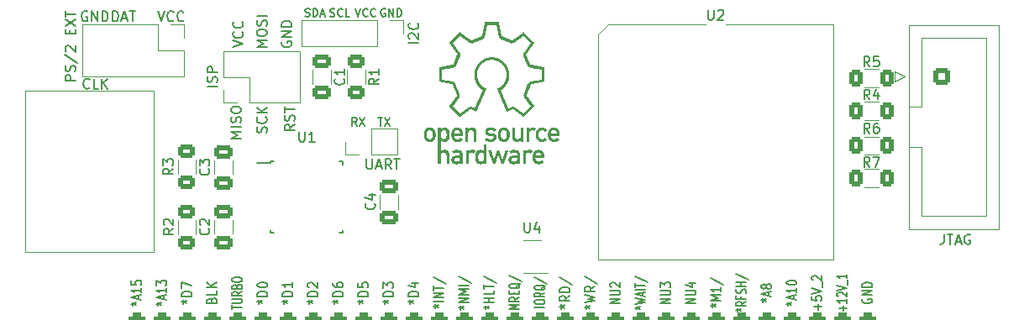
<source format=gto>
G04 #@! TF.GenerationSoftware,KiCad,Pcbnew,7.0.10-148-g62bb553460*
G04 #@! TF.CreationDate,2024-11-26T22:34:19+03:00*
G04 #@! TF.ProjectId,ZX_BUS_Mouse,5a585f42-5553-45f4-9d6f-7573652e6b69,rev?*
G04 #@! TF.SameCoordinates,Original*
G04 #@! TF.FileFunction,Legend,Top*
G04 #@! TF.FilePolarity,Positive*
%FSLAX46Y46*%
G04 Gerber Fmt 4.6, Leading zero omitted, Abs format (unit mm)*
G04 Created by KiCad (PCBNEW 7.0.10-148-g62bb553460) date 2024-11-26 22:34:19*
%MOMM*%
%LPD*%
G01*
G04 APERTURE LIST*
G04 Aperture macros list*
%AMRoundRect*
0 Rectangle with rounded corners*
0 $1 Rounding radius*
0 $2 $3 $4 $5 $6 $7 $8 $9 X,Y pos of 4 corners*
0 Add a 4 corners polygon primitive as box body*
4,1,4,$2,$3,$4,$5,$6,$7,$8,$9,$2,$3,0*
0 Add four circle primitives for the rounded corners*
1,1,$1+$1,$2,$3*
1,1,$1+$1,$4,$5*
1,1,$1+$1,$6,$7*
1,1,$1+$1,$8,$9*
0 Add four rect primitives between the rounded corners*
20,1,$1+$1,$2,$3,$4,$5,0*
20,1,$1+$1,$4,$5,$6,$7,0*
20,1,$1+$1,$6,$7,$8,$9,0*
20,1,$1+$1,$8,$9,$2,$3,0*%
G04 Aperture macros list end*
%ADD10C,0.000000*%
%ADD11C,0.150000*%
%ADD12C,0.120000*%
%ADD13RoundRect,0.250000X0.650000X-0.412500X0.650000X0.412500X-0.650000X0.412500X-0.650000X-0.412500X0*%
%ADD14R,1.700000X1.700000*%
%ADD15O,1.700000X1.700000*%
%ADD16RoundRect,0.250000X-0.400000X-0.625000X0.400000X-0.625000X0.400000X0.625000X-0.400000X0.625000X0*%
%ADD17R,1.560000X0.650000*%
%ADD18RoundRect,0.250000X-0.625000X0.400000X-0.625000X-0.400000X0.625000X-0.400000X0.625000X0.400000X0*%
%ADD19RoundRect,0.425000X0.425000X-3.575000X0.425000X3.575000X-0.425000X3.575000X-0.425000X-3.575000X0*%
%ADD20R,1.600000X1.600000*%
%ADD21C,1.600000*%
%ADD22O,3.500000X2.000000*%
%ADD23O,2.000000X4.000000*%
%ADD24RoundRect,0.250000X-0.650000X0.412500X-0.650000X-0.412500X0.650000X-0.412500X0.650000X0.412500X0*%
%ADD25R,1.422400X1.422400*%
%ADD26C,1.422400*%
%ADD27R,1.600000X0.550000*%
%ADD28R,0.550000X1.600000*%
%ADD29RoundRect,0.250000X0.625000X-0.400000X0.625000X0.400000X-0.625000X0.400000X-0.625000X-0.400000X0*%
%ADD30RoundRect,0.250000X-0.600000X-0.600000X0.600000X-0.600000X0.600000X0.600000X-0.600000X0.600000X0*%
%ADD31C,1.700000*%
G04 APERTURE END LIST*
D10*
G36*
X86283576Y-122382819D02*
G01*
X86312669Y-122384849D01*
X86341431Y-122388209D01*
X86369819Y-122392882D01*
X86397791Y-122398850D01*
X86425305Y-122406096D01*
X86452319Y-122414600D01*
X86478791Y-122424345D01*
X86504678Y-122435314D01*
X86529938Y-122447487D01*
X86554529Y-122460848D01*
X86578409Y-122475377D01*
X86601535Y-122491058D01*
X86623866Y-122507872D01*
X86645359Y-122525801D01*
X86665972Y-122544828D01*
X86685663Y-122564934D01*
X86704389Y-122586100D01*
X86722108Y-122608311D01*
X86738779Y-122631546D01*
X86754358Y-122655789D01*
X86768804Y-122681021D01*
X86782075Y-122707225D01*
X86794128Y-122734382D01*
X86804921Y-122762474D01*
X86814412Y-122791484D01*
X86822558Y-122821393D01*
X86829318Y-122852184D01*
X86834650Y-122883838D01*
X86838510Y-122916338D01*
X86840857Y-122949665D01*
X86841649Y-122983802D01*
X86841649Y-123219941D01*
X85953363Y-123219941D01*
X85953780Y-123241481D01*
X85955021Y-123262345D01*
X85957069Y-123282533D01*
X85959907Y-123302044D01*
X85963520Y-123320877D01*
X85967890Y-123339033D01*
X85973001Y-123356510D01*
X85978837Y-123373308D01*
X85985382Y-123389427D01*
X85992618Y-123404865D01*
X86000530Y-123419623D01*
X86009101Y-123433701D01*
X86018314Y-123447096D01*
X86028154Y-123459809D01*
X86038603Y-123471840D01*
X86049645Y-123483188D01*
X86061264Y-123493852D01*
X86073443Y-123503831D01*
X86086166Y-123513126D01*
X86099416Y-123521736D01*
X86113177Y-123529660D01*
X86127433Y-123536898D01*
X86142167Y-123543449D01*
X86157362Y-123549312D01*
X86173002Y-123554488D01*
X86189071Y-123558975D01*
X86205552Y-123562774D01*
X86222429Y-123565883D01*
X86239685Y-123568301D01*
X86257304Y-123570030D01*
X86275269Y-123571067D01*
X86293564Y-123571413D01*
X86314206Y-123570823D01*
X86334983Y-123569067D01*
X86355833Y-123566166D01*
X86376696Y-123562139D01*
X86397509Y-123557009D01*
X86418210Y-123550794D01*
X86438738Y-123543518D01*
X86459031Y-123535199D01*
X86479028Y-123525859D01*
X86498666Y-123515518D01*
X86517883Y-123504197D01*
X86536619Y-123491917D01*
X86554811Y-123478699D01*
X86572398Y-123464562D01*
X86589317Y-123449529D01*
X86605508Y-123433619D01*
X86813550Y-123610625D01*
X86786708Y-123640082D01*
X86758928Y-123667339D01*
X86730261Y-123692439D01*
X86700755Y-123715423D01*
X86670460Y-123736331D01*
X86639424Y-123755205D01*
X86607696Y-123772087D01*
X86575326Y-123787016D01*
X86542362Y-123800035D01*
X86508854Y-123811185D01*
X86474850Y-123820506D01*
X86440401Y-123828041D01*
X86405554Y-123833829D01*
X86370359Y-123837913D01*
X86334865Y-123840333D01*
X86299120Y-123841130D01*
X86243842Y-123839408D01*
X86188011Y-123833945D01*
X86132198Y-123824296D01*
X86076969Y-123810019D01*
X86022892Y-123790668D01*
X85996464Y-123778951D01*
X85970537Y-123765799D01*
X85945183Y-123751156D01*
X85920472Y-123734967D01*
X85896475Y-123717177D01*
X85873264Y-123697730D01*
X85850909Y-123676570D01*
X85829482Y-123653641D01*
X85809053Y-123628889D01*
X85789694Y-123602258D01*
X85771475Y-123573691D01*
X85754468Y-123543135D01*
X85738743Y-123510532D01*
X85724373Y-123475828D01*
X85711426Y-123438968D01*
X85699976Y-123399894D01*
X85690092Y-123358553D01*
X85681846Y-123314888D01*
X85675309Y-123268844D01*
X85670552Y-123220365D01*
X85667645Y-123169396D01*
X85666661Y-123115881D01*
X85667564Y-123065059D01*
X85670231Y-123016391D01*
X85673281Y-122983882D01*
X85953363Y-122983882D01*
X86554946Y-122983882D01*
X86553822Y-122963872D01*
X86552035Y-122944459D01*
X86549599Y-122925645D01*
X86546526Y-122907433D01*
X86542829Y-122889826D01*
X86538521Y-122872826D01*
X86533615Y-122856435D01*
X86528124Y-122840656D01*
X86522060Y-122825492D01*
X86515437Y-122810944D01*
X86508267Y-122797016D01*
X86500563Y-122783711D01*
X86492338Y-122771029D01*
X86483605Y-122758975D01*
X86474377Y-122747551D01*
X86464667Y-122736758D01*
X86454487Y-122726600D01*
X86443851Y-122717079D01*
X86432770Y-122708198D01*
X86421259Y-122699959D01*
X86409330Y-122692365D01*
X86396995Y-122685418D01*
X86384268Y-122679120D01*
X86371162Y-122673475D01*
X86357689Y-122668485D01*
X86343863Y-122664151D01*
X86329695Y-122660478D01*
X86315199Y-122657467D01*
X86300389Y-122655120D01*
X86285276Y-122653441D01*
X86269873Y-122652432D01*
X86254194Y-122652095D01*
X86238507Y-122652432D01*
X86223082Y-122653441D01*
X86207932Y-122655120D01*
X86193072Y-122657467D01*
X86178517Y-122660478D01*
X86164281Y-122664151D01*
X86150378Y-122668484D01*
X86136824Y-122673475D01*
X86123631Y-122679120D01*
X86110815Y-122685417D01*
X86098391Y-122692365D01*
X86086372Y-122699959D01*
X86074773Y-122708198D01*
X86063608Y-122717079D01*
X86052893Y-122726600D01*
X86042640Y-122736758D01*
X86032865Y-122747550D01*
X86023582Y-122758975D01*
X86014806Y-122771029D01*
X86006550Y-122783710D01*
X85998830Y-122797016D01*
X85991660Y-122810944D01*
X85985054Y-122825491D01*
X85979026Y-122840656D01*
X85973591Y-122856434D01*
X85968764Y-122872825D01*
X85964558Y-122889826D01*
X85960989Y-122907433D01*
X85958071Y-122925645D01*
X85955817Y-122944459D01*
X85954243Y-122963872D01*
X85953363Y-122983882D01*
X85673281Y-122983882D01*
X85674599Y-122969842D01*
X85680603Y-122925375D01*
X85688179Y-122882957D01*
X85697265Y-122842551D01*
X85707796Y-122804122D01*
X85719708Y-122767634D01*
X85732938Y-122733052D01*
X85747421Y-122700340D01*
X85763095Y-122669464D01*
X85779895Y-122640387D01*
X85797757Y-122613074D01*
X85816618Y-122587490D01*
X85836414Y-122563599D01*
X85857081Y-122541365D01*
X85878556Y-122520754D01*
X85900774Y-122501730D01*
X85923672Y-122484257D01*
X85947186Y-122468299D01*
X85971253Y-122453822D01*
X85995807Y-122440790D01*
X86020787Y-122429168D01*
X86046128Y-122418919D01*
X86071765Y-122410009D01*
X86097637Y-122402402D01*
X86123678Y-122396063D01*
X86149824Y-122390956D01*
X86202180Y-122384296D01*
X86254194Y-122382139D01*
X86283576Y-122382819D01*
G37*
G36*
X93937895Y-122382630D02*
G01*
X93958837Y-122384083D01*
X93979346Y-122386474D01*
X93999438Y-122389780D01*
X94019131Y-122393974D01*
X94038444Y-122399034D01*
X94057393Y-122404933D01*
X94075996Y-122411647D01*
X94094271Y-122419153D01*
X94112235Y-122427424D01*
X94129905Y-122436436D01*
X94147300Y-122446166D01*
X94164437Y-122456587D01*
X94181334Y-122467676D01*
X94198007Y-122479407D01*
X94214475Y-122491757D01*
X94006433Y-122739169D01*
X93994003Y-122730048D01*
X93981970Y-122721634D01*
X93970268Y-122713911D01*
X93958830Y-122706863D01*
X93947591Y-122700472D01*
X93936483Y-122694723D01*
X93925441Y-122689600D01*
X93914398Y-122685085D01*
X93903288Y-122681163D01*
X93892045Y-122677817D01*
X93880602Y-122675031D01*
X93868893Y-122672788D01*
X93856853Y-122671072D01*
X93844414Y-122669867D01*
X93831510Y-122669155D01*
X93818076Y-122668922D01*
X93791772Y-122669983D01*
X93765736Y-122673193D01*
X93740164Y-122678593D01*
X93715256Y-122686225D01*
X93703111Y-122690890D01*
X93691206Y-122696129D01*
X93679565Y-122701947D01*
X93668214Y-122708348D01*
X93657175Y-122715338D01*
X93646475Y-122722922D01*
X93636137Y-122731106D01*
X93626187Y-122739893D01*
X93616649Y-122749291D01*
X93607548Y-122759302D01*
X93598908Y-122769934D01*
X93590754Y-122781191D01*
X93583110Y-122793077D01*
X93576002Y-122805599D01*
X93569454Y-122818762D01*
X93563491Y-122832570D01*
X93558137Y-122847029D01*
X93553416Y-122862144D01*
X93549355Y-122877920D01*
X93545976Y-122894362D01*
X93543306Y-122911476D01*
X93541368Y-122929266D01*
X93540187Y-122947738D01*
X93539788Y-122966896D01*
X93539788Y-123824225D01*
X93253006Y-123824225D01*
X93253006Y-122399046D01*
X93539788Y-122399046D01*
X93539788Y-122550812D01*
X93545345Y-122550812D01*
X93562666Y-122530396D01*
X93580888Y-122511295D01*
X93599987Y-122493510D01*
X93619936Y-122477041D01*
X93640710Y-122461888D01*
X93662285Y-122448051D01*
X93684635Y-122435531D01*
X93707735Y-122424328D01*
X93731560Y-122414442D01*
X93756084Y-122405874D01*
X93781282Y-122398623D01*
X93807129Y-122392689D01*
X93833600Y-122388074D01*
X93860669Y-122384778D01*
X93888311Y-122382799D01*
X93916502Y-122382140D01*
X93937895Y-122382630D01*
G37*
G36*
X92054229Y-124634786D02*
G01*
X92116026Y-124639135D01*
X92174869Y-124646589D01*
X92203123Y-124651534D01*
X92230566Y-124657318D01*
X92257173Y-124663962D01*
X92282921Y-124671489D01*
X92307785Y-124679918D01*
X92331741Y-124689271D01*
X92354765Y-124699569D01*
X92376832Y-124710833D01*
X92397918Y-124723084D01*
X92418000Y-124736343D01*
X92437052Y-124750632D01*
X92455051Y-124765971D01*
X92471972Y-124782381D01*
X92487791Y-124799883D01*
X92502484Y-124818500D01*
X92516026Y-124838250D01*
X92528394Y-124859157D01*
X92539563Y-124881240D01*
X92549508Y-124904521D01*
X92558206Y-124929021D01*
X92565633Y-124954761D01*
X92571763Y-124981762D01*
X92576574Y-125010045D01*
X92580040Y-125039631D01*
X92582137Y-125070542D01*
X92582842Y-125102798D01*
X92582842Y-126075459D01*
X92295981Y-126075459D01*
X92295981Y-125948935D01*
X92290425Y-125948935D01*
X92278876Y-125966779D01*
X92266320Y-125983380D01*
X92252676Y-125998751D01*
X92237862Y-126012903D01*
X92221795Y-126025851D01*
X92204394Y-126037606D01*
X92185576Y-126048182D01*
X92165260Y-126057590D01*
X92143363Y-126065844D01*
X92119805Y-126072957D01*
X92094502Y-126078940D01*
X92067372Y-126083807D01*
X92038334Y-126087571D01*
X92007306Y-126090243D01*
X91974206Y-126091837D01*
X91938952Y-126092366D01*
X91909560Y-126091818D01*
X91880952Y-126090190D01*
X91853137Y-126087506D01*
X91826126Y-126083789D01*
X91799927Y-126079064D01*
X91774552Y-126073353D01*
X91750009Y-126066680D01*
X91726309Y-126059070D01*
X91703460Y-126050545D01*
X91681475Y-126041129D01*
X91660360Y-126030847D01*
X91640128Y-126019722D01*
X91620787Y-126007777D01*
X91602347Y-125995036D01*
X91584819Y-125981523D01*
X91568211Y-125967261D01*
X91552534Y-125952275D01*
X91537797Y-125936588D01*
X91524010Y-125920223D01*
X91511184Y-125903204D01*
X91499327Y-125885555D01*
X91488450Y-125867299D01*
X91478563Y-125848461D01*
X91469674Y-125829064D01*
X91461795Y-125809131D01*
X91454934Y-125788686D01*
X91449102Y-125767754D01*
X91444309Y-125746357D01*
X91440563Y-125724519D01*
X91437876Y-125702264D01*
X91436256Y-125679616D01*
X91435714Y-125656598D01*
X91436019Y-125642547D01*
X91705748Y-125642547D01*
X91706648Y-125660303D01*
X91709390Y-125677691D01*
X91714036Y-125694604D01*
X91720647Y-125710935D01*
X91724708Y-125718848D01*
X91729284Y-125726576D01*
X91734381Y-125734104D01*
X91740008Y-125741420D01*
X91746173Y-125748509D01*
X91752883Y-125755359D01*
X91760145Y-125761956D01*
X91767968Y-125768287D01*
X91776359Y-125774338D01*
X91785325Y-125780096D01*
X91794876Y-125785547D01*
X91805017Y-125790679D01*
X91815757Y-125795477D01*
X91827104Y-125799928D01*
X91839065Y-125804018D01*
X91851648Y-125807736D01*
X91878710Y-125813995D01*
X91908352Y-125818599D01*
X91940636Y-125821440D01*
X91975623Y-125822411D01*
X92018594Y-125822074D01*
X92057988Y-125820893D01*
X92093914Y-125818617D01*
X92126485Y-125814996D01*
X92141547Y-125812602D01*
X92155812Y-125809777D01*
X92169293Y-125806489D01*
X92182005Y-125802708D01*
X92193961Y-125798402D01*
X92205176Y-125793540D01*
X92215663Y-125788089D01*
X92225436Y-125782019D01*
X92234509Y-125775298D01*
X92242896Y-125767894D01*
X92250611Y-125759777D01*
X92257668Y-125750915D01*
X92264080Y-125741276D01*
X92269862Y-125730829D01*
X92275027Y-125719542D01*
X92279590Y-125707385D01*
X92283564Y-125694325D01*
X92286962Y-125680331D01*
X92289800Y-125665372D01*
X92292091Y-125649416D01*
X92293848Y-125632433D01*
X92295086Y-125614389D01*
X92295819Y-125595255D01*
X92296060Y-125574998D01*
X92296059Y-125574998D01*
X92296059Y-125470938D01*
X91953159Y-125470938D01*
X91937609Y-125471135D01*
X91922584Y-125471722D01*
X91908082Y-125472694D01*
X91894101Y-125474044D01*
X91880639Y-125475767D01*
X91867693Y-125477858D01*
X91855261Y-125480310D01*
X91843343Y-125483118D01*
X91831935Y-125486277D01*
X91821035Y-125489780D01*
X91810642Y-125493623D01*
X91800753Y-125497798D01*
X91791367Y-125502301D01*
X91782481Y-125507126D01*
X91774093Y-125512268D01*
X91766202Y-125517720D01*
X91758804Y-125523476D01*
X91751899Y-125529532D01*
X91745484Y-125535882D01*
X91739556Y-125542519D01*
X91734115Y-125549438D01*
X91729158Y-125556634D01*
X91724682Y-125564100D01*
X91720686Y-125571832D01*
X91717168Y-125579823D01*
X91714126Y-125588068D01*
X91711557Y-125596561D01*
X91709461Y-125605296D01*
X91707833Y-125614268D01*
X91706673Y-125623471D01*
X91705979Y-125632899D01*
X91705748Y-125642547D01*
X91436019Y-125642547D01*
X91436175Y-125635359D01*
X91437558Y-125614346D01*
X91439861Y-125593589D01*
X91443082Y-125573117D01*
X91447220Y-125552959D01*
X91452274Y-125533145D01*
X91458240Y-125513704D01*
X91465119Y-125494665D01*
X91472908Y-125476058D01*
X91481605Y-125457912D01*
X91491210Y-125440257D01*
X91501720Y-125423122D01*
X91513134Y-125406536D01*
X91525450Y-125390530D01*
X91538667Y-125375131D01*
X91552782Y-125360370D01*
X91567795Y-125346275D01*
X91583704Y-125332877D01*
X91600507Y-125320205D01*
X91618203Y-125308288D01*
X91636789Y-125297155D01*
X91656265Y-125286837D01*
X91676629Y-125277361D01*
X91697878Y-125268758D01*
X91720013Y-125261057D01*
X91743030Y-125254288D01*
X91766928Y-125248479D01*
X91791706Y-125243661D01*
X91817362Y-125239862D01*
X91843894Y-125237112D01*
X91871301Y-125235441D01*
X91899581Y-125234877D01*
X92295981Y-125234877D01*
X92295981Y-125085891D01*
X92294952Y-125061615D01*
X92293657Y-125050222D01*
X92291835Y-125039318D01*
X92289479Y-125028894D01*
X92286585Y-125018944D01*
X92283145Y-125009460D01*
X92279156Y-125000436D01*
X92274610Y-124991864D01*
X92269503Y-124983736D01*
X92263828Y-124976047D01*
X92257580Y-124968789D01*
X92250754Y-124961954D01*
X92243343Y-124955535D01*
X92235342Y-124949526D01*
X92226746Y-124943919D01*
X92217548Y-124938708D01*
X92207743Y-124933884D01*
X92186290Y-124925372D01*
X92162340Y-124918326D01*
X92135849Y-124912689D01*
X92106772Y-124908404D01*
X92075061Y-124905414D01*
X92040674Y-124903662D01*
X92003564Y-124903090D01*
X91976538Y-124903428D01*
X91951272Y-124904464D01*
X91927681Y-124906235D01*
X91905677Y-124908779D01*
X91895243Y-124910352D01*
X91885173Y-124912132D01*
X91875456Y-124914123D01*
X91866082Y-124916330D01*
X91857040Y-124918758D01*
X91848319Y-124921410D01*
X91839908Y-124924292D01*
X91831796Y-124927409D01*
X91823972Y-124930764D01*
X91816426Y-124934363D01*
X91809146Y-124938210D01*
X91802123Y-124942309D01*
X91795344Y-124946665D01*
X91788800Y-124951284D01*
X91782478Y-124956168D01*
X91776370Y-124961323D01*
X91770462Y-124966754D01*
X91764746Y-124972465D01*
X91759210Y-124978460D01*
X91753842Y-124984745D01*
X91748633Y-124991323D01*
X91743572Y-124998200D01*
X91738646Y-125005379D01*
X91733847Y-125012867D01*
X91508898Y-124841416D01*
X91530015Y-124814043D01*
X91552268Y-124788858D01*
X91575667Y-124765802D01*
X91600226Y-124744816D01*
X91625957Y-124725844D01*
X91652870Y-124708827D01*
X91680977Y-124693706D01*
X91710292Y-124680423D01*
X91740825Y-124668921D01*
X91772589Y-124659141D01*
X91805594Y-124651026D01*
X91839854Y-124644516D01*
X91875380Y-124639554D01*
X91912184Y-124636082D01*
X91950277Y-124634041D01*
X91989672Y-124633374D01*
X92054229Y-124634786D01*
G37*
G36*
X94847006Y-122382441D02*
G01*
X94866897Y-122383342D01*
X94886525Y-122384827D01*
X94905888Y-122386887D01*
X94943821Y-122392680D01*
X94980690Y-122400627D01*
X95016490Y-122410633D01*
X95051218Y-122422603D01*
X95084867Y-122436443D01*
X95117434Y-122452058D01*
X95148914Y-122469354D01*
X95179302Y-122488237D01*
X95208592Y-122508611D01*
X95236781Y-122530383D01*
X95263864Y-122553457D01*
X95289835Y-122577740D01*
X95314690Y-122603136D01*
X95338425Y-122629551D01*
X95127604Y-122817908D01*
X95114086Y-122801872D01*
X95099861Y-122786484D01*
X95084948Y-122771795D01*
X95069370Y-122757861D01*
X95053147Y-122744734D01*
X95036301Y-122732468D01*
X95018852Y-122721116D01*
X95000822Y-122710732D01*
X94982233Y-122701369D01*
X94963104Y-122693081D01*
X94943458Y-122685922D01*
X94923315Y-122679944D01*
X94902697Y-122675202D01*
X94881625Y-122671748D01*
X94860120Y-122669637D01*
X94838203Y-122668921D01*
X94795578Y-122670480D01*
X94755254Y-122675205D01*
X94735975Y-122678777D01*
X94717294Y-122683166D01*
X94699220Y-122688382D01*
X94681760Y-122694433D01*
X94664922Y-122701327D01*
X94648713Y-122709075D01*
X94633141Y-122717683D01*
X94618215Y-122727162D01*
X94603941Y-122737520D01*
X94590328Y-122748765D01*
X94577383Y-122760907D01*
X94565114Y-122773954D01*
X94553528Y-122787915D01*
X94542634Y-122802799D01*
X94532439Y-122818613D01*
X94522951Y-122835368D01*
X94514178Y-122853072D01*
X94506127Y-122871734D01*
X94498806Y-122891362D01*
X94492223Y-122911965D01*
X94486385Y-122933552D01*
X94481301Y-122956132D01*
X94476978Y-122979713D01*
X94473423Y-123004304D01*
X94468651Y-123056552D01*
X94467046Y-123112945D01*
X94467449Y-123141427D01*
X94468652Y-123168879D01*
X94470647Y-123195310D01*
X94473426Y-123220728D01*
X94476982Y-123245142D01*
X94481308Y-123268558D01*
X94486394Y-123290987D01*
X94492234Y-123312435D01*
X94498820Y-123332912D01*
X94506143Y-123352425D01*
X94514197Y-123370982D01*
X94522972Y-123388592D01*
X94532463Y-123405263D01*
X94542660Y-123421003D01*
X94553556Y-123435820D01*
X94565144Y-123449723D01*
X94577414Y-123462720D01*
X94590361Y-123474819D01*
X94603975Y-123486028D01*
X94618250Y-123496355D01*
X94633177Y-123505809D01*
X94648748Y-123514398D01*
X94664956Y-123522130D01*
X94681794Y-123529013D01*
X94699252Y-123535055D01*
X94717324Y-123540266D01*
X94736002Y-123544652D01*
X94755277Y-123548222D01*
X94775143Y-123550984D01*
X94795591Y-123552948D01*
X94816614Y-123554119D01*
X94838203Y-123554508D01*
X94849212Y-123554328D01*
X94860119Y-123553792D01*
X94870924Y-123552908D01*
X94881622Y-123551681D01*
X94902691Y-123548227D01*
X94923304Y-123543485D01*
X94943442Y-123537507D01*
X94963083Y-123530348D01*
X94982207Y-123522060D01*
X95000793Y-123512698D01*
X95018819Y-123502314D01*
X95036266Y-123490962D01*
X95053112Y-123478696D01*
X95069337Y-123465569D01*
X95084919Y-123451634D01*
X95099838Y-123436946D01*
X95114073Y-123421557D01*
X95127604Y-123405521D01*
X95338425Y-123593877D01*
X95314704Y-123620251D01*
X95289860Y-123645613D01*
X95263899Y-123669867D01*
X95236825Y-123692919D01*
X95208643Y-123714674D01*
X95179357Y-123735036D01*
X95148972Y-123753909D01*
X95117493Y-123771200D01*
X95084925Y-123786813D01*
X95051273Y-123800653D01*
X95016541Y-123812625D01*
X94980734Y-123822633D01*
X94943857Y-123830583D01*
X94905914Y-123836379D01*
X94866911Y-123839926D01*
X94826852Y-123841130D01*
X94765398Y-123838668D01*
X94704656Y-123831181D01*
X94645074Y-123818516D01*
X94587101Y-123800519D01*
X94558858Y-123789473D01*
X94531186Y-123777037D01*
X94504140Y-123763191D01*
X94477778Y-123747917D01*
X94452154Y-123731195D01*
X94427326Y-123713006D01*
X94403348Y-123693331D01*
X94380278Y-123672151D01*
X94358171Y-123649446D01*
X94337084Y-123625198D01*
X94317073Y-123599388D01*
X94298193Y-123571996D01*
X94280501Y-123543002D01*
X94264054Y-123512389D01*
X94248906Y-123480137D01*
X94235115Y-123446226D01*
X94222736Y-123410638D01*
X94211825Y-123373353D01*
X94202439Y-123334353D01*
X94194634Y-123293618D01*
X94188465Y-123251128D01*
X94183990Y-123206866D01*
X94181263Y-123160811D01*
X94180342Y-123112945D01*
X94181263Y-123064854D01*
X94183990Y-123018589D01*
X94188465Y-122974128D01*
X94194634Y-122931453D01*
X94202439Y-122890543D01*
X94211825Y-122851380D01*
X94222736Y-122813944D01*
X94235115Y-122778215D01*
X94248906Y-122744174D01*
X94264054Y-122711802D01*
X94280501Y-122681078D01*
X94298193Y-122651983D01*
X94317073Y-122624498D01*
X94337084Y-122598603D01*
X94358171Y-122574279D01*
X94380278Y-122551505D01*
X94403348Y-122530264D01*
X94427326Y-122510534D01*
X94452154Y-122492297D01*
X94477778Y-122475532D01*
X94504140Y-122460221D01*
X94531186Y-122446344D01*
X94558858Y-122433882D01*
X94587101Y-122422814D01*
X94615858Y-122413121D01*
X94645074Y-122404784D01*
X94674692Y-122397783D01*
X94704656Y-122392099D01*
X94734910Y-122387712D01*
X94765398Y-122384603D01*
X94826852Y-122382139D01*
X94847006Y-122382441D01*
G37*
G36*
X90425366Y-111726043D02*
G01*
X90428388Y-111726267D01*
X90431395Y-111726637D01*
X90434382Y-111727148D01*
X90437346Y-111727797D01*
X90440281Y-111728579D01*
X90443183Y-111729493D01*
X90446047Y-111730532D01*
X90448870Y-111731695D01*
X90451647Y-111732977D01*
X90454372Y-111734374D01*
X90457043Y-111735883D01*
X90459653Y-111737500D01*
X90462200Y-111739222D01*
X90464677Y-111741044D01*
X90467082Y-111742963D01*
X90469409Y-111744976D01*
X90471653Y-111747078D01*
X90473811Y-111749265D01*
X90475878Y-111751535D01*
X90477850Y-111753884D01*
X90479721Y-111756307D01*
X90481488Y-111758801D01*
X90483145Y-111761362D01*
X90484690Y-111763987D01*
X90486116Y-111766672D01*
X90487420Y-111769413D01*
X90488597Y-111772206D01*
X90489642Y-111775049D01*
X90490552Y-111777936D01*
X90491322Y-111780865D01*
X90491946Y-111783831D01*
X90743169Y-113133445D01*
X90743803Y-113136435D01*
X90744574Y-113139436D01*
X90746505Y-113145447D01*
X90748929Y-113151440D01*
X90751812Y-113157375D01*
X90755119Y-113163212D01*
X90758816Y-113168913D01*
X90762871Y-113174439D01*
X90767249Y-113179750D01*
X90771916Y-113184807D01*
X90776838Y-113189570D01*
X90781983Y-113194002D01*
X90787315Y-113198062D01*
X90792801Y-113201711D01*
X90798407Y-113204911D01*
X90801244Y-113206329D01*
X90804099Y-113207621D01*
X90806967Y-113208781D01*
X90809844Y-113209803D01*
X91714401Y-113580087D01*
X91720020Y-113582561D01*
X91725980Y-113584628D01*
X91732227Y-113586290D01*
X91738710Y-113587552D01*
X91745376Y-113588418D01*
X91752171Y-113588890D01*
X91759045Y-113588973D01*
X91765944Y-113588670D01*
X91772817Y-113587985D01*
X91779609Y-113586921D01*
X91786270Y-113585481D01*
X91792747Y-113583671D01*
X91798987Y-113581492D01*
X91804938Y-113578949D01*
X91810547Y-113576046D01*
X91815762Y-113572785D01*
X92943284Y-112799038D01*
X92945824Y-112797383D01*
X92948439Y-112795858D01*
X92951123Y-112794460D01*
X92953871Y-112793190D01*
X92956677Y-112792048D01*
X92959536Y-112791032D01*
X92962441Y-112790143D01*
X92965386Y-112789379D01*
X92968367Y-112788740D01*
X92971377Y-112788225D01*
X92977461Y-112787568D01*
X92983594Y-112787404D01*
X92989728Y-112787727D01*
X92995820Y-112788533D01*
X93001821Y-112789819D01*
X93007687Y-112791581D01*
X93010555Y-112792639D01*
X93013371Y-112793814D01*
X93016131Y-112795105D01*
X93018828Y-112796513D01*
X93021457Y-112798037D01*
X93024012Y-112799676D01*
X93026487Y-112801429D01*
X93028876Y-112803297D01*
X93031174Y-112805278D01*
X93033375Y-112807372D01*
X93982938Y-113756935D01*
X93985032Y-113759136D01*
X93987012Y-113761435D01*
X93988877Y-113763825D01*
X93990628Y-113766302D01*
X93992264Y-113768858D01*
X93993783Y-113771489D01*
X93996474Y-113776951D01*
X93998697Y-113782641D01*
X94000449Y-113788514D01*
X94001726Y-113794523D01*
X94002524Y-113800621D01*
X94002841Y-113806763D01*
X94002672Y-113812903D01*
X94002014Y-113818994D01*
X94000864Y-113824990D01*
X93999219Y-113830846D01*
X93998209Y-113833706D01*
X93997074Y-113836514D01*
X93995813Y-113839264D01*
X93994426Y-113841949D01*
X93992912Y-113844565D01*
X93991272Y-113847105D01*
X93231018Y-114955180D01*
X93227748Y-114960418D01*
X93224846Y-114966036D01*
X93222315Y-114971984D01*
X93220158Y-114978210D01*
X93218380Y-114984664D01*
X93216982Y-114991294D01*
X93215968Y-114998049D01*
X93215341Y-115004879D01*
X93215105Y-115011732D01*
X93215264Y-115018557D01*
X93215819Y-115025303D01*
X93216775Y-115031919D01*
X93218134Y-115038355D01*
X93219901Y-115044559D01*
X93222077Y-115050479D01*
X93224668Y-115056066D01*
X93624639Y-115989198D01*
X93626923Y-115994928D01*
X93629732Y-116000605D01*
X93633025Y-116006196D01*
X93636762Y-116011667D01*
X93640905Y-116016984D01*
X93645413Y-116022114D01*
X93650247Y-116027021D01*
X93655368Y-116031674D01*
X93660734Y-116036037D01*
X93666308Y-116040076D01*
X93672048Y-116043759D01*
X93677917Y-116047051D01*
X93683873Y-116049919D01*
X93689877Y-116052328D01*
X93695890Y-116054244D01*
X93701871Y-116055635D01*
X95006716Y-116298284D01*
X95009676Y-116298923D01*
X95012598Y-116299705D01*
X95015478Y-116300627D01*
X95018315Y-116301683D01*
X95021103Y-116302869D01*
X95023838Y-116304181D01*
X95026518Y-116305615D01*
X95029138Y-116307166D01*
X95034185Y-116310601D01*
X95038948Y-116314451D01*
X95043398Y-116318682D01*
X95047505Y-116323258D01*
X95051239Y-116328143D01*
X95054570Y-116333303D01*
X95057468Y-116338702D01*
X95058746Y-116341480D01*
X95059904Y-116344305D01*
X95060939Y-116347173D01*
X95061847Y-116350077D01*
X95062624Y-116353016D01*
X95063268Y-116355983D01*
X95063773Y-116358975D01*
X95064136Y-116361987D01*
X95064354Y-116365015D01*
X95064422Y-116368054D01*
X95064263Y-117711000D01*
X95064187Y-117714033D01*
X95063962Y-117717056D01*
X95063591Y-117720065D01*
X95063079Y-117723055D01*
X95062429Y-117726022D01*
X95061644Y-117728961D01*
X95060729Y-117731867D01*
X95059687Y-117734737D01*
X95058522Y-117737565D01*
X95057237Y-117740347D01*
X95055838Y-117743078D01*
X95054326Y-117745755D01*
X95052707Y-117748371D01*
X95050983Y-117750923D01*
X95049158Y-117753407D01*
X95047237Y-117755817D01*
X95045223Y-117758149D01*
X95043120Y-117760399D01*
X95040931Y-117762562D01*
X95038660Y-117764633D01*
X95036312Y-117766608D01*
X95033889Y-117768483D01*
X95031395Y-117770252D01*
X95028835Y-117771911D01*
X95026212Y-117773457D01*
X95023529Y-117774883D01*
X95020791Y-117776186D01*
X95018001Y-117777361D01*
X95015164Y-117778404D01*
X95012281Y-117779309D01*
X95009359Y-117780073D01*
X95006399Y-117780691D01*
X93733621Y-118017546D01*
X93730624Y-118018160D01*
X93727622Y-118018913D01*
X93724617Y-118019801D01*
X93721616Y-118020819D01*
X93715642Y-118023227D01*
X93709737Y-118026104D01*
X93703940Y-118029414D01*
X93698288Y-118033123D01*
X93692819Y-118037196D01*
X93687573Y-118041597D01*
X93682585Y-118046292D01*
X93677895Y-118051247D01*
X93673541Y-118056425D01*
X93669561Y-118061793D01*
X93665992Y-118067315D01*
X93662872Y-118072957D01*
X93660240Y-118078683D01*
X93659119Y-118081567D01*
X93658134Y-118084459D01*
X93260784Y-119077043D01*
X93258326Y-119082689D01*
X93256276Y-119088668D01*
X93254632Y-119094929D01*
X93253388Y-119101420D01*
X93252541Y-119108089D01*
X93252087Y-119114884D01*
X93252021Y-119121754D01*
X93252340Y-119128647D01*
X93253039Y-119135511D01*
X93254115Y-119142294D01*
X93255563Y-119148946D01*
X93257379Y-119155413D01*
X93259559Y-119161644D01*
X93262100Y-119167588D01*
X93264996Y-119173192D01*
X93268244Y-119178405D01*
X93991271Y-120231950D01*
X93992925Y-120234490D01*
X93994451Y-120237107D01*
X93995848Y-120239793D01*
X93997118Y-120242544D01*
X93998260Y-120245354D01*
X93999276Y-120248217D01*
X94000166Y-120251126D01*
X94000930Y-120254077D01*
X94001569Y-120257063D01*
X94002083Y-120260079D01*
X94002740Y-120266177D01*
X94002905Y-120272324D01*
X94002582Y-120278474D01*
X94001775Y-120284579D01*
X94000489Y-120290595D01*
X93998728Y-120296474D01*
X93997670Y-120299348D01*
X93996495Y-120302171D01*
X93995203Y-120304936D01*
X93993795Y-120307638D01*
X93992272Y-120310271D01*
X93990633Y-120312829D01*
X93988880Y-120315307D01*
X93987012Y-120317699D01*
X93985031Y-120319998D01*
X93982937Y-120322199D01*
X93033215Y-121271762D01*
X93031028Y-121273842D01*
X93028742Y-121275810D01*
X93026363Y-121277665D01*
X93023897Y-121279406D01*
X93021350Y-121281035D01*
X93018727Y-121282548D01*
X93013278Y-121285231D01*
X93007597Y-121287451D01*
X93001731Y-121289203D01*
X92995725Y-121290484D01*
X92989628Y-121291289D01*
X92983485Y-121291613D01*
X92977343Y-121291454D01*
X92971249Y-121290807D01*
X92965249Y-121289666D01*
X92959390Y-121288029D01*
X92956528Y-121287023D01*
X92953718Y-121285892D01*
X92950968Y-121284634D01*
X92948281Y-121283249D01*
X92945665Y-121281737D01*
X92943125Y-121280097D01*
X91908154Y-120569770D01*
X91902951Y-120566531D01*
X91897379Y-120563692D01*
X91891488Y-120561252D01*
X91885328Y-120559213D01*
X91878951Y-120557576D01*
X91872407Y-120556342D01*
X91865747Y-120555512D01*
X91859021Y-120555086D01*
X91852280Y-120555065D01*
X91845575Y-120555452D01*
X91838956Y-120556245D01*
X91832475Y-120557447D01*
X91826181Y-120559059D01*
X91820126Y-120561080D01*
X91814361Y-120563513D01*
X91808935Y-120566357D01*
X91352529Y-120810038D01*
X91349800Y-120811336D01*
X91347048Y-120812477D01*
X91344278Y-120813462D01*
X91341495Y-120814295D01*
X91338704Y-120814975D01*
X91335909Y-120815506D01*
X91333115Y-120815889D01*
X91330327Y-120816125D01*
X91327550Y-120816217D01*
X91324788Y-120816166D01*
X91322046Y-120815973D01*
X91319328Y-120815642D01*
X91316641Y-120815172D01*
X91313988Y-120814567D01*
X91311373Y-120813827D01*
X91308803Y-120812955D01*
X91306281Y-120811953D01*
X91303813Y-120810821D01*
X91301403Y-120809562D01*
X91299055Y-120808178D01*
X91296776Y-120806670D01*
X91294568Y-120805040D01*
X91292438Y-120803290D01*
X91290389Y-120801421D01*
X91288428Y-120799436D01*
X91286557Y-120797336D01*
X91284783Y-120795122D01*
X91283109Y-120792797D01*
X91281542Y-120790362D01*
X91280084Y-120787819D01*
X91278742Y-120785170D01*
X91277520Y-120782416D01*
X90336529Y-118508481D01*
X90335440Y-118505652D01*
X90334496Y-118502781D01*
X90333695Y-118499871D01*
X90333034Y-118496930D01*
X90332512Y-118493962D01*
X90332126Y-118490972D01*
X90331876Y-118487967D01*
X90331759Y-118484951D01*
X90331773Y-118481930D01*
X90331917Y-118478910D01*
X90332188Y-118475894D01*
X90332585Y-118472891D01*
X90333107Y-118469903D01*
X90333751Y-118466938D01*
X90334515Y-118463999D01*
X90335397Y-118461094D01*
X90336397Y-118458227D01*
X90337511Y-118455403D01*
X90338738Y-118452628D01*
X90340077Y-118449908D01*
X90341525Y-118447247D01*
X90343081Y-118444651D01*
X90344742Y-118442127D01*
X90346507Y-118439678D01*
X90348375Y-118437310D01*
X90350342Y-118435029D01*
X90352408Y-118432841D01*
X90354571Y-118430750D01*
X90356829Y-118428762D01*
X90359179Y-118426882D01*
X90361620Y-118425117D01*
X90364151Y-118423470D01*
X90478372Y-118353541D01*
X90486593Y-118348306D01*
X90495370Y-118342330D01*
X90504538Y-118335743D01*
X90513932Y-118328677D01*
X90523384Y-118321261D01*
X90532731Y-118313625D01*
X90541806Y-118305901D01*
X90550444Y-118298217D01*
X90626056Y-118246462D01*
X90698217Y-118190269D01*
X90766731Y-118129833D01*
X90831400Y-118065350D01*
X90892027Y-117997017D01*
X90948415Y-117925028D01*
X91000368Y-117849580D01*
X91047689Y-117770869D01*
X91090180Y-117689090D01*
X91127645Y-117604439D01*
X91159886Y-117517112D01*
X91186707Y-117427305D01*
X91207911Y-117335213D01*
X91223300Y-117241032D01*
X91232678Y-117144958D01*
X91235848Y-117047188D01*
X91233915Y-116970759D01*
X91228180Y-116895333D01*
X91218735Y-116821005D01*
X91205675Y-116747866D01*
X91189091Y-116676011D01*
X91169078Y-116605533D01*
X91145730Y-116536525D01*
X91119138Y-116469080D01*
X91089397Y-116403291D01*
X91056599Y-116339253D01*
X91020839Y-116277058D01*
X90982210Y-116216799D01*
X90940804Y-116158571D01*
X90896715Y-116102465D01*
X90850037Y-116048576D01*
X90800863Y-115996997D01*
X90749285Y-115947821D01*
X90695399Y-115901141D01*
X90639296Y-115857051D01*
X90581070Y-115815644D01*
X90520814Y-115777014D01*
X90458622Y-115741253D01*
X90394588Y-115708455D01*
X90328803Y-115678713D01*
X90261363Y-115652121D01*
X90192359Y-115628772D01*
X90121886Y-115608759D01*
X90050036Y-115592175D01*
X89976904Y-115579114D01*
X89902582Y-115569670D01*
X89827163Y-115563934D01*
X89750742Y-115562002D01*
X89674320Y-115563934D01*
X89598900Y-115569670D01*
X89524577Y-115579114D01*
X89451443Y-115592175D01*
X89379592Y-115608759D01*
X89309116Y-115628772D01*
X89240110Y-115652121D01*
X89172667Y-115678713D01*
X89106880Y-115708455D01*
X89042842Y-115741253D01*
X88980647Y-115777014D01*
X88920388Y-115815644D01*
X88862158Y-115857051D01*
X88806052Y-115901141D01*
X88752161Y-115947821D01*
X88700580Y-115996997D01*
X88651402Y-116048576D01*
X88604721Y-116102465D01*
X88560628Y-116158571D01*
X88519219Y-116216799D01*
X88480586Y-116277058D01*
X88444823Y-116339253D01*
X88412022Y-116403291D01*
X88382278Y-116469080D01*
X88355684Y-116536525D01*
X88332332Y-116605533D01*
X88312317Y-116676011D01*
X88295732Y-116747866D01*
X88282670Y-116821005D01*
X88273224Y-116895333D01*
X88267489Y-116970759D01*
X88265556Y-117047188D01*
X88266353Y-117096273D01*
X88268727Y-117144958D01*
X88272653Y-117193220D01*
X88278107Y-117241032D01*
X88285064Y-117288371D01*
X88293500Y-117335213D01*
X88303389Y-117381532D01*
X88314708Y-117427305D01*
X88327431Y-117472506D01*
X88341533Y-117517112D01*
X88356991Y-117561098D01*
X88373779Y-117604439D01*
X88391874Y-117647111D01*
X88411249Y-117689090D01*
X88453744Y-117770869D01*
X88501068Y-117849581D01*
X88553023Y-117925029D01*
X88609412Y-117997017D01*
X88670037Y-118065350D01*
X88734702Y-118129833D01*
X88803209Y-118190269D01*
X88875360Y-118246462D01*
X88950959Y-118298217D01*
X88959646Y-118305901D01*
X88968753Y-118313625D01*
X88978118Y-118321261D01*
X88987581Y-118328677D01*
X88996981Y-118335743D01*
X89006156Y-118342329D01*
X89014946Y-118348305D01*
X89023191Y-118353541D01*
X89137411Y-118423470D01*
X89139956Y-118425117D01*
X89142411Y-118426882D01*
X89144772Y-118428762D01*
X89147040Y-118430750D01*
X89149212Y-118432841D01*
X89151286Y-118435029D01*
X89155133Y-118439678D01*
X89158568Y-118444651D01*
X89161576Y-118449908D01*
X89164143Y-118455403D01*
X89166254Y-118461094D01*
X89167896Y-118466938D01*
X89169054Y-118472891D01*
X89169713Y-118478910D01*
X89169860Y-118484951D01*
X89169479Y-118490972D01*
X89169087Y-118493962D01*
X89168558Y-118496930D01*
X89167890Y-118499871D01*
X89167081Y-118502781D01*
X89166130Y-118505652D01*
X89165034Y-118508481D01*
X88223965Y-120782337D01*
X88222742Y-120785091D01*
X88221399Y-120787741D01*
X88219941Y-120790285D01*
X88218371Y-120792721D01*
X88216696Y-120795048D01*
X88214920Y-120797264D01*
X88213048Y-120799366D01*
X88211083Y-120801354D01*
X88209033Y-120803225D01*
X88206900Y-120804977D01*
X88204690Y-120806610D01*
X88202408Y-120808120D01*
X88200058Y-120809507D01*
X88197645Y-120810768D01*
X88195175Y-120811902D01*
X88192651Y-120812906D01*
X88190079Y-120813780D01*
X88187463Y-120814521D01*
X88184809Y-120815128D01*
X88182120Y-120815598D01*
X88179403Y-120815930D01*
X88176661Y-120816122D01*
X88173899Y-120816173D01*
X88171123Y-120816080D01*
X88168336Y-120815842D01*
X88165545Y-120815457D01*
X88162753Y-120814923D01*
X88159965Y-120814239D01*
X88157187Y-120813402D01*
X88154423Y-120812411D01*
X88151677Y-120811264D01*
X88148955Y-120809960D01*
X87692549Y-120566278D01*
X87687136Y-120563435D01*
X87681380Y-120561005D01*
X87675332Y-120558987D01*
X87669043Y-120557380D01*
X87662563Y-120556183D01*
X87655944Y-120555394D01*
X87649237Y-120555012D01*
X87642493Y-120555037D01*
X87635763Y-120555466D01*
X87629098Y-120556298D01*
X87622549Y-120557533D01*
X87616167Y-120559168D01*
X87610003Y-120561203D01*
X87604108Y-120563636D01*
X87598533Y-120566466D01*
X87593330Y-120569692D01*
X86558439Y-121280018D01*
X86555891Y-121281658D01*
X86553269Y-121283170D01*
X86550577Y-121284555D01*
X86547822Y-121285813D01*
X86545009Y-121286945D01*
X86542143Y-121287951D01*
X86539232Y-121288832D01*
X86536279Y-121289588D01*
X86533292Y-121290220D01*
X86530277Y-121290728D01*
X86524181Y-121291375D01*
X86518038Y-121291535D01*
X86511895Y-121291210D01*
X86505798Y-121290405D01*
X86499792Y-121289124D01*
X86493924Y-121287372D01*
X86491056Y-121286321D01*
X86488240Y-121285153D01*
X86485482Y-121283869D01*
X86482787Y-121282470D01*
X86480161Y-121280956D01*
X86477609Y-121279328D01*
X86475139Y-121277586D01*
X86472755Y-121275731D01*
X86470463Y-121273763D01*
X86468269Y-121271684D01*
X85518547Y-120322120D01*
X85516460Y-120319919D01*
X85514485Y-120317620D01*
X85512624Y-120315228D01*
X85510877Y-120312750D01*
X85509243Y-120310192D01*
X85507724Y-120307559D01*
X85505033Y-120302092D01*
X85502807Y-120296396D01*
X85501050Y-120290516D01*
X85499767Y-120284501D01*
X85498961Y-120278395D01*
X85498637Y-120272245D01*
X85498799Y-120266098D01*
X85499452Y-120260001D01*
X85500598Y-120253998D01*
X85502244Y-120248138D01*
X85503254Y-120245275D01*
X85504392Y-120242465D01*
X85505655Y-120239714D01*
X85507046Y-120237028D01*
X85508565Y-120234411D01*
X85510213Y-120231871D01*
X86233160Y-119178326D01*
X86236435Y-119173113D01*
X86239354Y-119167509D01*
X86241911Y-119161565D01*
X86244105Y-119155334D01*
X86245931Y-119148867D01*
X86247385Y-119142216D01*
X86248464Y-119135432D01*
X86249164Y-119128568D01*
X86249482Y-119121676D01*
X86249414Y-119114806D01*
X86248956Y-119108010D01*
X86248106Y-119101342D01*
X86246859Y-119094851D01*
X86245211Y-119088590D01*
X86243159Y-119082611D01*
X86240700Y-119076965D01*
X85843349Y-118084381D01*
X85842371Y-118081488D01*
X85841254Y-118078604D01*
X85838628Y-118072878D01*
X85835507Y-118067236D01*
X85831933Y-118061714D01*
X85827943Y-118056346D01*
X85823577Y-118051168D01*
X85818873Y-118046213D01*
X85813871Y-118041518D01*
X85808610Y-118037117D01*
X85803128Y-118033044D01*
X85797464Y-118029335D01*
X85791657Y-118026025D01*
X85785747Y-118023148D01*
X85779772Y-118020740D01*
X85773772Y-118018835D01*
X85770774Y-118018082D01*
X85767784Y-118017467D01*
X84495006Y-117780613D01*
X84492040Y-117779995D01*
X84489111Y-117779231D01*
X84486224Y-117778325D01*
X84483381Y-117777283D01*
X84480588Y-117776107D01*
X84477847Y-117774804D01*
X84475162Y-117773378D01*
X84472537Y-117771833D01*
X84469975Y-117770173D01*
X84467481Y-117768404D01*
X84462710Y-117764554D01*
X84458252Y-117760320D01*
X84454138Y-117755738D01*
X84450397Y-117750844D01*
X84447058Y-117745676D01*
X84444152Y-117740268D01*
X84441707Y-117734658D01*
X84440667Y-117731788D01*
X84439754Y-117728882D01*
X84438971Y-117725943D01*
X84438323Y-117722976D01*
X84437812Y-117719986D01*
X84437442Y-117716977D01*
X84437217Y-117713954D01*
X84437142Y-117710921D01*
X84437075Y-116578398D01*
X84722892Y-116578398D01*
X84722971Y-117564156D01*
X85819219Y-117768149D01*
X85834600Y-117771467D01*
X85849303Y-117775187D01*
X85863362Y-117779291D01*
X85876813Y-117783760D01*
X85889690Y-117788577D01*
X85902028Y-117793723D01*
X85913861Y-117799180D01*
X85925225Y-117804930D01*
X85936153Y-117810954D01*
X85946680Y-117817234D01*
X85956841Y-117823752D01*
X85966671Y-117830490D01*
X85976204Y-117837429D01*
X85985475Y-117844551D01*
X85994519Y-117851838D01*
X86003369Y-117859272D01*
X86018793Y-117873936D01*
X86026337Y-117881548D01*
X86033755Y-117889385D01*
X86041038Y-117897475D01*
X86048174Y-117905846D01*
X86055154Y-117914527D01*
X86061968Y-117923546D01*
X86068605Y-117932932D01*
X86075055Y-117942712D01*
X86081308Y-117952916D01*
X86087353Y-117963571D01*
X86093181Y-117974706D01*
X86098781Y-117986350D01*
X86104142Y-117998530D01*
X86109256Y-118011275D01*
X86504464Y-118998859D01*
X86508805Y-119009442D01*
X86512735Y-119019852D01*
X86516271Y-119030098D01*
X86519433Y-119040185D01*
X86522242Y-119050119D01*
X86524715Y-119059908D01*
X86526872Y-119069559D01*
X86528733Y-119079077D01*
X86530316Y-119088470D01*
X86531642Y-119097743D01*
X86532729Y-119106905D01*
X86533597Y-119115960D01*
X86534752Y-119133781D01*
X86535261Y-119151259D01*
X86534093Y-119177894D01*
X86533034Y-119191154D01*
X86531599Y-119204408D01*
X86529743Y-119217679D01*
X86527421Y-119230993D01*
X86524589Y-119244371D01*
X86521202Y-119257840D01*
X86517215Y-119271421D01*
X86512583Y-119285141D01*
X86507261Y-119299021D01*
X86501206Y-119313087D01*
X86494371Y-119327362D01*
X86486712Y-119341871D01*
X86478185Y-119356637D01*
X86468745Y-119371683D01*
X85846842Y-120278145D01*
X86544072Y-120975137D01*
X87431246Y-120366173D01*
X87445716Y-120356950D01*
X87459993Y-120348602D01*
X87474089Y-120341088D01*
X87488016Y-120334368D01*
X87501784Y-120328402D01*
X87515407Y-120323148D01*
X87528896Y-120318567D01*
X87542262Y-120314619D01*
X87555518Y-120311261D01*
X87568674Y-120308455D01*
X87581744Y-120306160D01*
X87594738Y-120304335D01*
X87607668Y-120302939D01*
X87620546Y-120301933D01*
X87633384Y-120301276D01*
X87646194Y-120300927D01*
X87667162Y-120301568D01*
X87677796Y-120302253D01*
X87688537Y-120303216D01*
X87699387Y-120304483D01*
X87710352Y-120306081D01*
X87721436Y-120308035D01*
X87732643Y-120310372D01*
X87743978Y-120313119D01*
X87755444Y-120316301D01*
X87767046Y-120319945D01*
X87778788Y-120324077D01*
X87790676Y-120328723D01*
X87802712Y-120333910D01*
X87814901Y-120339664D01*
X87827248Y-120346012D01*
X88057674Y-120469122D01*
X88831024Y-118600000D01*
X88824048Y-118594902D01*
X88817214Y-118589780D01*
X88810501Y-118584626D01*
X88803888Y-118579432D01*
X88797353Y-118574190D01*
X88790874Y-118568892D01*
X88778002Y-118558090D01*
X88689928Y-118496275D01*
X88605881Y-118429300D01*
X88526089Y-118357396D01*
X88450781Y-118280794D01*
X88380183Y-118199723D01*
X88314526Y-118114413D01*
X88254035Y-118025095D01*
X88198941Y-117932000D01*
X88149470Y-117835357D01*
X88105852Y-117735396D01*
X88068313Y-117632348D01*
X88037083Y-117526443D01*
X88012389Y-117417911D01*
X87994459Y-117306983D01*
X87983522Y-117193888D01*
X87979806Y-117078857D01*
X87982139Y-116987712D01*
X87989003Y-116897765D01*
X88000287Y-116809127D01*
X88015880Y-116721910D01*
X88035671Y-116636225D01*
X88059549Y-116552184D01*
X88087403Y-116469896D01*
X88119122Y-116389473D01*
X88154594Y-116311027D01*
X88193708Y-116234669D01*
X88236354Y-116160509D01*
X88282420Y-116088659D01*
X88331794Y-116019229D01*
X88384367Y-115952332D01*
X88440026Y-115888078D01*
X88498661Y-115826578D01*
X88560160Y-115767944D01*
X88624413Y-115712286D01*
X88691308Y-115659716D01*
X88760734Y-115610344D01*
X88832580Y-115564283D01*
X88906735Y-115521642D01*
X88983087Y-115482534D01*
X89061526Y-115447069D01*
X89141941Y-115415358D01*
X89224220Y-115387513D01*
X89308252Y-115363645D01*
X89393926Y-115343864D01*
X89481131Y-115328283D01*
X89569756Y-115317011D01*
X89659690Y-115310161D01*
X89750821Y-115307843D01*
X89841959Y-115310161D01*
X89931899Y-115317011D01*
X90020529Y-115328283D01*
X90107739Y-115343864D01*
X90193416Y-115363645D01*
X90277451Y-115387513D01*
X90359731Y-115415358D01*
X90440147Y-115447069D01*
X90518586Y-115482534D01*
X90594938Y-115521642D01*
X90669091Y-115564283D01*
X90740935Y-115610344D01*
X90810358Y-115659716D01*
X90877249Y-115712286D01*
X90941497Y-115767944D01*
X91002991Y-115826578D01*
X91061620Y-115888078D01*
X91117273Y-115952332D01*
X91169838Y-116019229D01*
X91219205Y-116088659D01*
X91265262Y-116160509D01*
X91307898Y-116234669D01*
X91347003Y-116311027D01*
X91382464Y-116389473D01*
X91414172Y-116469896D01*
X91442014Y-116552184D01*
X91465880Y-116636225D01*
X91485659Y-116721910D01*
X91501239Y-116809127D01*
X91512509Y-116897765D01*
X91519359Y-116987712D01*
X91521677Y-117078857D01*
X91520750Y-117136601D01*
X91517988Y-117193889D01*
X91513419Y-117250694D01*
X91507073Y-117306987D01*
X91498977Y-117362738D01*
X91489161Y-117417919D01*
X91477653Y-117472501D01*
X91464481Y-117526456D01*
X91449674Y-117579754D01*
X91433261Y-117632367D01*
X91395731Y-117735421D01*
X91352118Y-117835389D01*
X91302651Y-117932040D01*
X91247560Y-118025143D01*
X91187073Y-118114467D01*
X91121419Y-118199783D01*
X91050826Y-118280861D01*
X90975523Y-118357468D01*
X90895738Y-118429376D01*
X90811702Y-118496353D01*
X90723641Y-118558169D01*
X90710668Y-118569026D01*
X90704157Y-118574346D01*
X90697606Y-118579601D01*
X90690995Y-118584796D01*
X90684306Y-118589937D01*
X90677520Y-118595029D01*
X90670619Y-118600079D01*
X91444049Y-120469123D01*
X91674474Y-120346012D01*
X91674553Y-120346012D01*
X91686722Y-120339744D01*
X91698737Y-120334051D01*
X91710606Y-120328907D01*
X91722337Y-120324289D01*
X91733938Y-120320172D01*
X91745416Y-120316532D01*
X91756780Y-120313343D01*
X91768037Y-120310581D01*
X91779196Y-120308222D01*
X91790264Y-120306242D01*
X91801249Y-120304615D01*
X91812160Y-120303317D01*
X91823003Y-120302324D01*
X91833788Y-120301611D01*
X91855211Y-120300927D01*
X91867887Y-120301261D01*
X91880620Y-120301904D01*
X91893420Y-120302895D01*
X91906295Y-120304274D01*
X91919254Y-120306084D01*
X91932306Y-120308362D01*
X91945461Y-120311151D01*
X91958726Y-120314490D01*
X91972111Y-120318420D01*
X91985626Y-120322981D01*
X91999278Y-120328213D01*
X92013077Y-120334157D01*
X92027032Y-120340852D01*
X92041151Y-120348341D01*
X92055445Y-120356662D01*
X92069920Y-120365856D01*
X92957651Y-120975139D01*
X93654722Y-120278147D01*
X93032897Y-119372002D01*
X93023376Y-119356923D01*
X93014786Y-119342120D01*
X93007079Y-119327572D01*
X93000211Y-119313256D01*
X92994133Y-119299148D01*
X92988800Y-119285227D01*
X92984165Y-119271468D01*
X92980182Y-119257851D01*
X92976805Y-119244352D01*
X92973987Y-119230948D01*
X92971682Y-119217617D01*
X92969843Y-119204336D01*
X92968424Y-119191083D01*
X92967378Y-119177834D01*
X92966660Y-119164567D01*
X92966222Y-119151260D01*
X92966657Y-119134150D01*
X92967722Y-119116593D01*
X92969592Y-119098530D01*
X92970884Y-119089290D01*
X92972443Y-119079902D01*
X92974292Y-119070357D01*
X92976452Y-119060648D01*
X92978945Y-119050769D01*
X92981793Y-119040710D01*
X92985019Y-119030466D01*
X92988644Y-119020028D01*
X92992690Y-119009390D01*
X92997179Y-118998543D01*
X93391751Y-118013102D01*
X93396836Y-118000278D01*
X93402172Y-117988014D01*
X93407749Y-117976280D01*
X93413558Y-117965050D01*
X93419589Y-117954296D01*
X93425833Y-117943992D01*
X93432280Y-117934108D01*
X93438921Y-117924619D01*
X93445746Y-117915495D01*
X93452746Y-117906711D01*
X93459910Y-117898239D01*
X93467231Y-117890051D01*
X93474697Y-117882119D01*
X93482300Y-117874417D01*
X93490030Y-117866917D01*
X93497877Y-117859591D01*
X93515712Y-117844807D01*
X93524971Y-117837653D01*
X93534500Y-117830682D01*
X93544331Y-117823913D01*
X93554495Y-117817365D01*
X93565025Y-117811058D01*
X93575952Y-117805010D01*
X93587308Y-117799240D01*
X93599124Y-117793767D01*
X93611433Y-117788610D01*
X93624266Y-117783789D01*
X93637654Y-117779321D01*
X93651630Y-117775226D01*
X93666225Y-117771522D01*
X93681471Y-117768230D01*
X94778593Y-117564078D01*
X94778593Y-116578399D01*
X93649246Y-116368373D01*
X93634204Y-116365072D01*
X93619831Y-116361400D01*
X93606091Y-116357373D01*
X93592950Y-116353009D01*
X93580371Y-116348323D01*
X93568319Y-116343331D01*
X93556757Y-116338050D01*
X93545651Y-116332495D01*
X93534964Y-116326685D01*
X93524661Y-116320633D01*
X93514707Y-116314358D01*
X93505064Y-116307874D01*
X93495699Y-116301199D01*
X93486574Y-116294349D01*
X93477655Y-116287340D01*
X93468905Y-116280187D01*
X93453561Y-116266107D01*
X93446046Y-116258800D01*
X93438646Y-116251276D01*
X93431371Y-116243507D01*
X93424227Y-116235465D01*
X93417223Y-116227120D01*
X93410367Y-116218443D01*
X93403667Y-116209407D01*
X93397132Y-116199982D01*
X93390769Y-116190140D01*
X93384587Y-116179851D01*
X93378594Y-116169088D01*
X93372798Y-116157821D01*
X93367207Y-116146021D01*
X93361829Y-116133661D01*
X93361748Y-116133661D01*
X92961859Y-115200529D01*
X92957375Y-115190070D01*
X92953291Y-115179732D01*
X92949589Y-115169510D01*
X92946255Y-115159397D01*
X92943271Y-115149387D01*
X92940623Y-115139472D01*
X92938295Y-115129646D01*
X92936269Y-115119903D01*
X92934531Y-115110237D01*
X92933065Y-115100640D01*
X92931854Y-115091106D01*
X92930883Y-115081630D01*
X92930135Y-115072203D01*
X92929596Y-115062820D01*
X92929076Y-115044160D01*
X92930201Y-115017925D01*
X92931231Y-115004778D01*
X92932633Y-114991594D01*
X92934454Y-114978357D01*
X92936739Y-114965054D01*
X92939535Y-114951671D01*
X92942887Y-114938194D01*
X92946843Y-114924609D01*
X92951447Y-114910903D01*
X92956746Y-114897060D01*
X92962786Y-114883068D01*
X92969612Y-114868912D01*
X92977272Y-114854579D01*
X92985811Y-114840054D01*
X92995274Y-114825323D01*
X93654484Y-113864647D01*
X92957492Y-113167497D01*
X91977052Y-113840438D01*
X91961881Y-113849937D01*
X91947009Y-113858495D01*
X91932413Y-113866161D01*
X91918069Y-113872981D01*
X91903953Y-113879006D01*
X91890041Y-113884282D01*
X91876309Y-113888859D01*
X91862732Y-113892785D01*
X91849288Y-113896109D01*
X91835952Y-113898877D01*
X91822700Y-113901140D01*
X91809509Y-113902945D01*
X91796353Y-113904341D01*
X91783210Y-113905376D01*
X91756866Y-113906557D01*
X91739231Y-113906048D01*
X91721393Y-113904896D01*
X91703268Y-113902950D01*
X91694072Y-113901632D01*
X91684774Y-113900058D01*
X91675361Y-113898210D01*
X91665825Y-113896069D01*
X91656154Y-113893615D01*
X91646339Y-113890830D01*
X91636368Y-113887694D01*
X91626231Y-113884190D01*
X91615918Y-113880297D01*
X91605419Y-113875998D01*
X90704036Y-113506983D01*
X90691140Y-113501697D01*
X90678833Y-113496173D01*
X90667086Y-113490420D01*
X90655869Y-113484449D01*
X90645152Y-113478270D01*
X90634905Y-113471891D01*
X90625098Y-113465323D01*
X90615701Y-113458574D01*
X90606685Y-113451656D01*
X90598020Y-113444577D01*
X90589675Y-113437347D01*
X90581621Y-113429976D01*
X90573828Y-113422473D01*
X90566266Y-113414848D01*
X90558905Y-113407111D01*
X90551715Y-113399271D01*
X90537329Y-113381557D01*
X90530376Y-113372398D01*
X90523603Y-113362988D01*
X90517026Y-113353293D01*
X90510660Y-113343275D01*
X90504521Y-113332899D01*
X90498624Y-113322129D01*
X90492984Y-113310928D01*
X90487618Y-113299260D01*
X90482540Y-113287089D01*
X90477767Y-113274379D01*
X90473312Y-113261093D01*
X90469193Y-113247196D01*
X90465424Y-113232652D01*
X90462022Y-113217423D01*
X90243582Y-112043467D01*
X89257903Y-112043467D01*
X89039304Y-113218535D01*
X89035971Y-113233499D01*
X89032264Y-113247817D01*
X89028197Y-113261521D01*
X89023788Y-113274645D01*
X89019051Y-113287224D01*
X89014004Y-113299290D01*
X89008662Y-113310877D01*
X89003040Y-113322020D01*
X88997155Y-113332751D01*
X88991023Y-113343105D01*
X88984659Y-113353116D01*
X88978080Y-113362816D01*
X88971302Y-113372240D01*
X88964339Y-113381422D01*
X88957210Y-113390395D01*
X88949928Y-113399192D01*
X88935484Y-113414664D01*
X88927967Y-113422246D01*
X88920216Y-113429712D01*
X88912202Y-113437051D01*
X88903897Y-113444254D01*
X88895272Y-113451309D01*
X88886299Y-113458207D01*
X88876949Y-113464938D01*
X88867194Y-113471492D01*
X88857006Y-113477857D01*
X88846355Y-113484024D01*
X88835213Y-113489983D01*
X88823553Y-113495723D01*
X88811344Y-113501235D01*
X88798560Y-113506507D01*
X87897336Y-113875363D01*
X87886712Y-113879747D01*
X87876266Y-113883715D01*
X87865992Y-113887286D01*
X87855880Y-113890479D01*
X87845923Y-113893312D01*
X87836115Y-113895806D01*
X87826446Y-113897979D01*
X87816909Y-113899850D01*
X87807497Y-113901438D01*
X87798202Y-113902763D01*
X87789017Y-113903842D01*
X87779933Y-113904697D01*
X87762039Y-113905805D01*
X87744460Y-113906240D01*
X87717936Y-113905130D01*
X87704743Y-113904119D01*
X87691560Y-113902740D01*
X87678360Y-113900944D01*
X87665115Y-113898686D01*
X87651800Y-113895916D01*
X87638385Y-113892587D01*
X87624845Y-113888652D01*
X87611153Y-113884063D01*
X87597280Y-113878772D01*
X87583201Y-113872731D01*
X87568888Y-113865893D01*
X87554314Y-113858211D01*
X87539451Y-113849635D01*
X87524274Y-113840120D01*
X86544151Y-113167417D01*
X85847080Y-113864488D01*
X86507163Y-114826275D01*
X86516444Y-114841195D01*
X86524821Y-114855845D01*
X86532339Y-114870245D01*
X86539042Y-114884416D01*
X86544974Y-114898378D01*
X86550181Y-114912152D01*
X86554708Y-114925758D01*
X86558597Y-114939216D01*
X86561896Y-114952546D01*
X86564647Y-114965770D01*
X86566897Y-114978906D01*
X86568688Y-114991977D01*
X86570067Y-115005001D01*
X86571077Y-115017999D01*
X86571763Y-115030992D01*
X86572171Y-115044001D01*
X86571637Y-115063124D01*
X86570298Y-115082434D01*
X86569282Y-115092178D01*
X86568010Y-115101992D01*
X86566466Y-115111883D01*
X86564630Y-115121858D01*
X86562486Y-115131925D01*
X86560015Y-115142092D01*
X86557199Y-115152366D01*
X86554021Y-115162754D01*
X86550463Y-115173265D01*
X86546506Y-115183906D01*
X86542133Y-115194685D01*
X86537325Y-115205608D01*
X86139656Y-116133502D01*
X86139498Y-116133422D01*
X86134148Y-116145770D01*
X86128581Y-116157559D01*
X86122807Y-116168820D01*
X86116832Y-116179579D01*
X86110667Y-116189866D01*
X86104319Y-116199709D01*
X86097797Y-116209136D01*
X86091109Y-116218175D01*
X86084263Y-116226856D01*
X86077270Y-116235205D01*
X86070135Y-116243253D01*
X86062870Y-116251026D01*
X86055481Y-116258554D01*
X86047977Y-116265865D01*
X86040367Y-116272987D01*
X86032659Y-116279949D01*
X86014918Y-116294162D01*
X86005749Y-116301033D01*
X85996337Y-116307725D01*
X85986647Y-116314221D01*
X85976644Y-116320506D01*
X85966295Y-116326563D01*
X85955566Y-116332376D01*
X85944421Y-116337928D01*
X85932828Y-116343204D01*
X85920751Y-116348186D01*
X85908157Y-116352860D01*
X85895011Y-116357207D01*
X85881279Y-116361213D01*
X85866928Y-116364861D01*
X85851922Y-116368134D01*
X84722892Y-116578398D01*
X84437075Y-116578398D01*
X84437062Y-116367975D01*
X84437138Y-116364943D01*
X84437362Y-116361922D01*
X84437730Y-116358916D01*
X84438240Y-116355930D01*
X84438887Y-116352968D01*
X84439668Y-116350035D01*
X84440579Y-116347135D01*
X84441617Y-116344272D01*
X84442777Y-116341451D01*
X84444056Y-116338676D01*
X84445451Y-116335952D01*
X84446958Y-116333284D01*
X84448572Y-116330674D01*
X84450292Y-116328129D01*
X84452112Y-116325652D01*
X84454029Y-116323248D01*
X84456040Y-116320921D01*
X84458140Y-116318675D01*
X84460327Y-116316516D01*
X84462596Y-116314447D01*
X84464944Y-116312473D01*
X84467367Y-116310598D01*
X84469862Y-116308827D01*
X84472424Y-116307164D01*
X84475051Y-116305614D01*
X84477738Y-116304181D01*
X84480482Y-116302869D01*
X84483279Y-116301682D01*
X84486126Y-116300627D01*
X84489019Y-116299705D01*
X84491953Y-116298923D01*
X84494927Y-116298284D01*
X85799693Y-116055635D01*
X85802692Y-116055007D01*
X85805702Y-116054244D01*
X85811737Y-116052328D01*
X85817758Y-116049919D01*
X85823726Y-116047051D01*
X85829603Y-116043759D01*
X85835348Y-116040076D01*
X85840922Y-116036037D01*
X85846286Y-116031674D01*
X85851401Y-116027021D01*
X85856228Y-116022114D01*
X85860726Y-116016984D01*
X85864857Y-116011667D01*
X85868582Y-116006196D01*
X85871861Y-116000605D01*
X85874655Y-115994928D01*
X85875858Y-115992067D01*
X85876925Y-115989198D01*
X86276975Y-115056066D01*
X86279551Y-115050479D01*
X86281716Y-115044559D01*
X86283473Y-115038355D01*
X86284824Y-115031919D01*
X86285775Y-115025303D01*
X86286327Y-115018557D01*
X86286485Y-115011732D01*
X86286252Y-115004879D01*
X86285631Y-114998049D01*
X86284625Y-114991294D01*
X86283238Y-114984664D01*
X86281473Y-114978210D01*
X86279334Y-114971984D01*
X86276824Y-114966036D01*
X86273946Y-114960418D01*
X86270704Y-114955180D01*
X85510371Y-113847105D01*
X85508717Y-113844565D01*
X85507192Y-113841949D01*
X85505796Y-113839264D01*
X85504527Y-113836514D01*
X85503386Y-113833706D01*
X85502373Y-113830846D01*
X85501485Y-113827939D01*
X85500723Y-113824990D01*
X85500087Y-113822007D01*
X85499575Y-113818994D01*
X85498923Y-113812903D01*
X85498763Y-113806763D01*
X85499090Y-113800621D01*
X85499900Y-113794523D01*
X85501188Y-113788514D01*
X85502950Y-113782641D01*
X85504007Y-113779771D01*
X85505181Y-113776951D01*
X85506471Y-113774189D01*
X85507876Y-113771489D01*
X85509397Y-113768858D01*
X85511032Y-113766302D01*
X85512781Y-113763825D01*
X85514643Y-113761435D01*
X85516618Y-113759136D01*
X85518705Y-113756935D01*
X86468349Y-112807372D01*
X86470543Y-112805278D01*
X86472835Y-112803297D01*
X86475219Y-112801429D01*
X86477689Y-112799676D01*
X86480240Y-112798037D01*
X86482866Y-112796513D01*
X86488320Y-112793814D01*
X86494004Y-112791581D01*
X86499872Y-112789820D01*
X86505878Y-112788533D01*
X86511975Y-112787727D01*
X86518118Y-112787404D01*
X86524261Y-112787569D01*
X86530356Y-112788226D01*
X86536359Y-112789379D01*
X86542223Y-112791032D01*
X86545089Y-112792048D01*
X86547902Y-112793191D01*
X86550657Y-112794460D01*
X86553349Y-112795858D01*
X86555972Y-112797383D01*
X86558519Y-112799038D01*
X87685961Y-113572785D01*
X87691162Y-113576046D01*
X87696759Y-113578949D01*
X87702700Y-113581492D01*
X87708931Y-113583671D01*
X87715401Y-113585481D01*
X87722058Y-113586921D01*
X87728848Y-113587985D01*
X87735719Y-113588670D01*
X87742619Y-113588973D01*
X87749496Y-113588890D01*
X87756296Y-113588418D01*
X87762968Y-113587553D01*
X87769459Y-113586291D01*
X87775717Y-113584628D01*
X87781689Y-113582562D01*
X87787323Y-113580088D01*
X88691960Y-113209803D01*
X88697718Y-113207621D01*
X88703419Y-113204911D01*
X88709032Y-113201711D01*
X88714522Y-113198062D01*
X88719855Y-113194002D01*
X88724999Y-113189570D01*
X88729920Y-113184807D01*
X88734584Y-113179750D01*
X88738957Y-113174439D01*
X88743007Y-113168913D01*
X88746700Y-113163212D01*
X88750002Y-113157375D01*
X88752880Y-113151440D01*
X88755301Y-113145447D01*
X88757230Y-113139436D01*
X88758634Y-113133445D01*
X89009777Y-111783831D01*
X89010402Y-111780865D01*
X89011171Y-111777936D01*
X89012081Y-111775049D01*
X89013126Y-111772206D01*
X89014303Y-111769413D01*
X89015607Y-111766672D01*
X89017033Y-111763987D01*
X89018576Y-111761362D01*
X89020234Y-111758801D01*
X89022000Y-111756307D01*
X89025841Y-111751535D01*
X89030063Y-111747078D01*
X89034631Y-111742963D01*
X89039509Y-111739222D01*
X89044661Y-111735883D01*
X89050051Y-111732977D01*
X89052823Y-111731695D01*
X89055642Y-111730532D01*
X89058502Y-111729493D01*
X89061400Y-111728579D01*
X89064329Y-111727797D01*
X89067287Y-111727148D01*
X89070269Y-111726637D01*
X89073269Y-111726267D01*
X89076284Y-111726043D01*
X89079309Y-111725967D01*
X90422334Y-111725967D01*
X90425366Y-111726043D01*
G37*
G36*
X96028273Y-122382819D02*
G01*
X96057354Y-122384849D01*
X96086106Y-122388209D01*
X96114487Y-122392882D01*
X96142453Y-122398850D01*
X96169964Y-122406096D01*
X96196976Y-122414600D01*
X96223446Y-122424345D01*
X96249334Y-122435314D01*
X96274596Y-122447487D01*
X96299190Y-122460848D01*
X96323074Y-122475377D01*
X96346206Y-122491058D01*
X96368543Y-122507872D01*
X96390042Y-122525801D01*
X96410662Y-122544828D01*
X96430361Y-122564934D01*
X96449095Y-122586100D01*
X96466822Y-122608311D01*
X96483501Y-122631546D01*
X96499089Y-122655789D01*
X96513544Y-122681021D01*
X96526822Y-122707225D01*
X96538883Y-122734382D01*
X96549683Y-122762474D01*
X96559180Y-122791484D01*
X96567333Y-122821393D01*
X96574098Y-122852184D01*
X96579433Y-122883838D01*
X96583297Y-122916338D01*
X96585646Y-122949665D01*
X96586438Y-122983802D01*
X96586438Y-123219941D01*
X95698152Y-123219941D01*
X95698569Y-123241481D01*
X95699810Y-123262345D01*
X95701856Y-123282533D01*
X95704693Y-123302044D01*
X95708304Y-123320877D01*
X95712672Y-123339033D01*
X95717781Y-123356510D01*
X95723615Y-123373308D01*
X95730156Y-123389427D01*
X95737390Y-123404865D01*
X95745298Y-123419623D01*
X95753866Y-123433701D01*
X95763076Y-123447096D01*
X95772911Y-123459809D01*
X95783357Y-123471840D01*
X95794395Y-123483188D01*
X95806010Y-123493852D01*
X95818186Y-123503831D01*
X95830905Y-123513126D01*
X95844152Y-123521736D01*
X95857910Y-123529660D01*
X95872162Y-123536898D01*
X95886893Y-123543449D01*
X95902085Y-123549312D01*
X95917723Y-123554488D01*
X95933789Y-123558975D01*
X95950268Y-123562774D01*
X95967143Y-123565883D01*
X95984398Y-123568301D01*
X96002016Y-123570030D01*
X96019980Y-123571067D01*
X96038275Y-123571413D01*
X96058916Y-123570823D01*
X96079690Y-123569067D01*
X96100537Y-123566166D01*
X96121395Y-123562139D01*
X96142203Y-123557009D01*
X96162900Y-123550794D01*
X96183423Y-123543518D01*
X96203712Y-123535199D01*
X96223705Y-123525859D01*
X96243341Y-123515518D01*
X96262559Y-123504197D01*
X96281296Y-123491917D01*
X96299492Y-123478699D01*
X96317085Y-123464562D01*
X96334015Y-123449529D01*
X96350219Y-123433619D01*
X96558261Y-123610625D01*
X96531445Y-123640082D01*
X96503685Y-123667339D01*
X96475032Y-123692439D01*
X96445535Y-123715423D01*
X96415244Y-123736331D01*
X96384209Y-123755205D01*
X96352479Y-123772087D01*
X96320106Y-123787016D01*
X96287138Y-123800035D01*
X96253626Y-123811185D01*
X96219619Y-123820506D01*
X96185167Y-123828041D01*
X96150321Y-123833829D01*
X96115129Y-123837913D01*
X96079642Y-123840333D01*
X96043911Y-123841130D01*
X95988618Y-123839408D01*
X95932775Y-123833945D01*
X95876951Y-123824296D01*
X95821713Y-123810019D01*
X95767629Y-123790668D01*
X95741197Y-123778951D01*
X95715268Y-123765799D01*
X95689910Y-123751156D01*
X95665197Y-123734967D01*
X95641198Y-123717177D01*
X95617985Y-123697730D01*
X95595628Y-123676570D01*
X95574199Y-123653641D01*
X95553769Y-123628889D01*
X95534409Y-123602258D01*
X95516189Y-123573691D01*
X95499181Y-123543135D01*
X95483456Y-123510532D01*
X95469085Y-123475828D01*
X95456138Y-123438968D01*
X95444687Y-123399894D01*
X95434803Y-123358553D01*
X95426557Y-123314888D01*
X95420020Y-123268844D01*
X95415263Y-123220365D01*
X95412356Y-123169396D01*
X95411372Y-123115881D01*
X95412275Y-123065059D01*
X95414941Y-123016391D01*
X95417991Y-122983882D01*
X95698151Y-122983882D01*
X96299656Y-122983882D01*
X96298525Y-122963872D01*
X96296732Y-122944459D01*
X96294290Y-122925645D01*
X96291213Y-122907433D01*
X96287512Y-122889826D01*
X96283201Y-122872826D01*
X96278293Y-122856435D01*
X96272800Y-122840656D01*
X96266735Y-122825492D01*
X96260111Y-122810944D01*
X96252941Y-122797016D01*
X96245238Y-122783711D01*
X96237014Y-122771029D01*
X96228282Y-122758975D01*
X96219055Y-122747551D01*
X96209347Y-122736758D01*
X96199169Y-122726600D01*
X96188534Y-122717079D01*
X96177456Y-122708198D01*
X96165947Y-122699959D01*
X96154020Y-122692365D01*
X96141688Y-122685418D01*
X96128964Y-122679120D01*
X96115860Y-122673475D01*
X96102389Y-122668485D01*
X96088565Y-122664151D01*
X96074399Y-122660478D01*
X96059905Y-122657467D01*
X96045096Y-122655120D01*
X96029984Y-122653441D01*
X96014582Y-122652432D01*
X95998903Y-122652095D01*
X95983216Y-122652432D01*
X95967791Y-122653441D01*
X95952641Y-122655120D01*
X95937781Y-122657467D01*
X95923226Y-122660478D01*
X95908991Y-122664151D01*
X95895088Y-122668484D01*
X95881534Y-122673475D01*
X95868342Y-122679120D01*
X95855527Y-122685417D01*
X95843104Y-122692365D01*
X95831086Y-122699959D01*
X95819488Y-122708198D01*
X95808325Y-122717079D01*
X95797610Y-122726600D01*
X95787360Y-122736758D01*
X95777587Y-122747550D01*
X95768306Y-122758975D01*
X95759532Y-122771029D01*
X95751279Y-122783710D01*
X95743562Y-122797016D01*
X95736395Y-122810944D01*
X95729793Y-122825491D01*
X95723769Y-122840656D01*
X95718339Y-122856434D01*
X95713516Y-122872825D01*
X95709315Y-122889826D01*
X95705752Y-122907433D01*
X95702839Y-122925645D01*
X95700592Y-122944459D01*
X95699024Y-122963872D01*
X95698151Y-122983882D01*
X95417991Y-122983882D01*
X95419308Y-122969842D01*
X95425310Y-122925375D01*
X95432885Y-122882957D01*
X95441969Y-122842551D01*
X95452498Y-122804122D01*
X95464407Y-122767634D01*
X95477635Y-122733052D01*
X95492116Y-122700340D01*
X95507787Y-122669464D01*
X95524584Y-122640387D01*
X95542444Y-122613074D01*
X95561303Y-122587490D01*
X95581097Y-122563599D01*
X95601762Y-122541365D01*
X95623235Y-122520754D01*
X95645451Y-122501730D01*
X95668348Y-122484257D01*
X95691861Y-122468299D01*
X95715927Y-122453822D01*
X95740482Y-122440790D01*
X95765462Y-122429168D01*
X95790804Y-122418919D01*
X95816444Y-122410009D01*
X95842317Y-122402402D01*
X95868361Y-122396063D01*
X95894511Y-122390956D01*
X95946877Y-122384296D01*
X95998904Y-122382139D01*
X96028273Y-122382819D01*
G37*
G36*
X90988444Y-122382417D02*
G01*
X91008489Y-122383235D01*
X91028019Y-122384576D01*
X91047041Y-122386420D01*
X91065563Y-122388748D01*
X91083590Y-122391541D01*
X91101130Y-122394780D01*
X91118189Y-122398446D01*
X91134774Y-122402520D01*
X91150892Y-122406983D01*
X91166549Y-122411816D01*
X91181752Y-122416999D01*
X91196508Y-122422514D01*
X91210824Y-122428341D01*
X91224706Y-122434462D01*
X91238161Y-122440857D01*
X91263817Y-122454395D01*
X91287846Y-122468801D01*
X91310302Y-122483923D01*
X91331239Y-122499609D01*
X91350710Y-122515707D01*
X91368770Y-122532063D01*
X91385472Y-122548524D01*
X91400870Y-122564940D01*
X91420669Y-122587620D01*
X91438982Y-122610513D01*
X91455836Y-122633899D01*
X91471261Y-122658059D01*
X91485286Y-122683273D01*
X91497939Y-122709821D01*
X91509250Y-122737984D01*
X91519247Y-122768041D01*
X91527960Y-122800272D01*
X91535417Y-122834959D01*
X91541647Y-122872381D01*
X91546680Y-122912818D01*
X91550544Y-122956551D01*
X91553268Y-123003860D01*
X91554881Y-123055025D01*
X91555412Y-123110326D01*
X91554881Y-123166090D01*
X91553268Y-123217664D01*
X91550544Y-123265330D01*
X91546680Y-123309373D01*
X91541647Y-123350076D01*
X91535417Y-123387723D01*
X91527960Y-123422598D01*
X91519247Y-123454983D01*
X91509250Y-123485163D01*
X91497939Y-123513421D01*
X91485286Y-123540041D01*
X91471261Y-123565306D01*
X91455836Y-123589500D01*
X91438982Y-123612906D01*
X91420669Y-123635808D01*
X91400870Y-123658490D01*
X91385472Y-123674904D01*
X91368770Y-123691360D01*
X91350710Y-123707708D01*
X91331239Y-123723795D01*
X91310302Y-123739469D01*
X91287846Y-123754578D01*
X91263817Y-123768970D01*
X91238161Y-123782493D01*
X91210823Y-123794994D01*
X91181752Y-123806322D01*
X91150891Y-123816325D01*
X91118189Y-123824849D01*
X91083590Y-123831745D01*
X91047041Y-123836858D01*
X91008489Y-123840038D01*
X90967878Y-123841131D01*
X90947327Y-123840855D01*
X90927296Y-123840038D01*
X90907779Y-123838699D01*
X90888768Y-123836858D01*
X90870258Y-123834534D01*
X90852241Y-123831745D01*
X90834710Y-123828510D01*
X90817660Y-123824850D01*
X90801083Y-123820781D01*
X90784973Y-123816325D01*
X90769322Y-123811499D01*
X90754125Y-123806322D01*
X90739375Y-123800815D01*
X90725064Y-123794995D01*
X90711187Y-123788881D01*
X90697735Y-123782493D01*
X90672086Y-123768971D01*
X90648061Y-123754579D01*
X90625609Y-123739470D01*
X90604674Y-123723796D01*
X90585204Y-123707709D01*
X90567146Y-123691361D01*
X90550444Y-123674904D01*
X90535046Y-123658490D01*
X90515245Y-123635809D01*
X90496927Y-123612909D01*
X90480065Y-123589506D01*
X90464630Y-123565316D01*
X90450593Y-123540056D01*
X90437927Y-123513441D01*
X90426602Y-123485188D01*
X90416590Y-123455012D01*
X90407862Y-123422630D01*
X90400391Y-123387758D01*
X90394147Y-123350111D01*
X90389102Y-123309406D01*
X90385228Y-123265359D01*
X90382496Y-123217686D01*
X90380878Y-123166103D01*
X90380345Y-123110326D01*
X90667126Y-123110326D01*
X90667329Y-123147596D01*
X90667957Y-123181556D01*
X90669039Y-123212459D01*
X90670604Y-123240556D01*
X90672680Y-123266099D01*
X90675297Y-123289339D01*
X90678483Y-123310528D01*
X90682267Y-123329917D01*
X90686678Y-123347759D01*
X90691745Y-123364304D01*
X90697496Y-123379805D01*
X90703961Y-123394513D01*
X90711168Y-123408680D01*
X90719147Y-123422557D01*
X90727925Y-123436396D01*
X90737532Y-123450448D01*
X90745959Y-123461362D01*
X90755455Y-123471898D01*
X90765961Y-123482011D01*
X90777419Y-123491655D01*
X90789771Y-123500787D01*
X90802957Y-123509361D01*
X90816920Y-123517332D01*
X90831601Y-123524654D01*
X90846942Y-123531284D01*
X90862883Y-123537176D01*
X90879367Y-123542285D01*
X90896335Y-123546566D01*
X90913729Y-123549974D01*
X90931489Y-123552463D01*
X90949559Y-123553990D01*
X90967878Y-123554509D01*
X90986223Y-123553989D01*
X91004312Y-123552460D01*
X91022087Y-123549967D01*
X91039490Y-123546554D01*
X91056464Y-123542269D01*
X91072951Y-123537155D01*
X91088894Y-123531258D01*
X91104234Y-123524624D01*
X91118915Y-123517298D01*
X91132880Y-123509326D01*
X91146069Y-123500752D01*
X91158426Y-123491622D01*
X91169894Y-123481981D01*
X91180414Y-123471875D01*
X91189930Y-123461349D01*
X91194293Y-123455942D01*
X91198383Y-123450448D01*
X91207988Y-123436397D01*
X91216762Y-123422562D01*
X91224732Y-123408698D01*
X91231929Y-123394557D01*
X91238382Y-123379890D01*
X91244120Y-123364451D01*
X91249172Y-123347992D01*
X91253569Y-123330264D01*
X91257338Y-123311022D01*
X91260510Y-123290017D01*
X91263113Y-123267002D01*
X91265177Y-123241728D01*
X91266732Y-123213949D01*
X91267806Y-123183418D01*
X91268630Y-123113105D01*
X91268429Y-123075834D01*
X91267806Y-123041869D01*
X91266732Y-123010959D01*
X91265177Y-122982853D01*
X91263113Y-122957300D01*
X91260510Y-122934050D01*
X91257338Y-122912852D01*
X91253569Y-122893454D01*
X91249172Y-122875606D01*
X91244120Y-122859056D01*
X91238382Y-122843555D01*
X91231929Y-122828850D01*
X91224732Y-122814691D01*
X91216762Y-122800828D01*
X91207988Y-122787008D01*
X91198383Y-122772982D01*
X91189930Y-122762068D01*
X91180414Y-122751532D01*
X91169894Y-122741420D01*
X91158426Y-122731775D01*
X91146069Y-122722643D01*
X91132880Y-122714069D01*
X91118915Y-122706099D01*
X91104234Y-122698776D01*
X91088894Y-122692146D01*
X91072951Y-122686254D01*
X91056464Y-122681145D01*
X91039490Y-122676865D01*
X91022087Y-122673457D01*
X91004312Y-122670967D01*
X90986223Y-122669440D01*
X90967878Y-122668921D01*
X90949559Y-122669441D01*
X90931489Y-122670970D01*
X90913729Y-122673464D01*
X90896335Y-122676876D01*
X90879367Y-122681162D01*
X90862883Y-122686275D01*
X90846942Y-122692172D01*
X90831601Y-122698806D01*
X90816920Y-122706132D01*
X90802957Y-122714105D01*
X90789771Y-122722679D01*
X90777419Y-122731809D01*
X90765961Y-122741449D01*
X90755455Y-122751555D01*
X90745959Y-122762081D01*
X90741608Y-122767488D01*
X90737532Y-122772982D01*
X90727925Y-122787007D01*
X90719147Y-122800822D01*
X90711168Y-122814673D01*
X90703961Y-122828806D01*
X90697496Y-122843470D01*
X90691745Y-122858910D01*
X90686678Y-122875373D01*
X90682267Y-122893107D01*
X90678483Y-122912357D01*
X90675297Y-122933372D01*
X90672680Y-122956397D01*
X90670604Y-122981681D01*
X90669039Y-123009468D01*
X90667957Y-123040007D01*
X90667126Y-123110326D01*
X90380345Y-123110326D01*
X90380878Y-123055026D01*
X90382496Y-123003863D01*
X90385228Y-122956558D01*
X90389102Y-122912829D01*
X90394147Y-122872397D01*
X90400391Y-122834980D01*
X90407862Y-122800298D01*
X90416590Y-122768070D01*
X90426602Y-122738017D01*
X90437927Y-122709856D01*
X90450593Y-122683308D01*
X90464630Y-122658093D01*
X90480065Y-122633928D01*
X90496927Y-122610535D01*
X90515245Y-122587633D01*
X90535046Y-122564940D01*
X90550444Y-122548525D01*
X90567146Y-122532063D01*
X90585205Y-122515707D01*
X90604675Y-122499610D01*
X90625609Y-122483924D01*
X90648062Y-122468801D01*
X90672086Y-122454395D01*
X90697736Y-122440858D01*
X90725064Y-122428342D01*
X90754126Y-122416999D01*
X90784973Y-122406983D01*
X90817660Y-122398447D01*
X90852241Y-122391541D01*
X90888768Y-122386420D01*
X90927296Y-122383235D01*
X90967878Y-122382140D01*
X90988444Y-122382417D01*
G37*
G36*
X87770680Y-122382642D02*
G01*
X87791712Y-122384144D01*
X87833955Y-122390139D01*
X87876089Y-122400094D01*
X87917700Y-122413982D01*
X87938180Y-122422391D01*
X87958372Y-122431773D01*
X87978225Y-122442124D01*
X87997688Y-122453441D01*
X88016708Y-122465718D01*
X88035233Y-122478954D01*
X88053212Y-122493145D01*
X88070592Y-122508286D01*
X88087321Y-122524375D01*
X88103347Y-122541408D01*
X88118619Y-122559381D01*
X88133085Y-122578290D01*
X88146691Y-122598133D01*
X88159388Y-122618905D01*
X88171121Y-122640603D01*
X88181841Y-122663224D01*
X88191494Y-122686763D01*
X88200028Y-122711217D01*
X88207392Y-122736583D01*
X88213534Y-122762858D01*
X88218401Y-122790036D01*
X88221942Y-122818116D01*
X88224105Y-122847092D01*
X88224837Y-122876963D01*
X88224837Y-123824225D01*
X87938135Y-123824225D01*
X87938135Y-122975469D01*
X87937783Y-122957515D01*
X87936738Y-122940045D01*
X87935014Y-122923066D01*
X87932627Y-122906581D01*
X87929592Y-122890598D01*
X87925922Y-122875121D01*
X87921634Y-122860156D01*
X87916742Y-122845710D01*
X87911261Y-122831787D01*
X87905206Y-122818393D01*
X87898592Y-122805534D01*
X87891434Y-122793216D01*
X87883747Y-122781443D01*
X87875545Y-122770223D01*
X87866844Y-122759559D01*
X87857658Y-122749459D01*
X87848004Y-122739927D01*
X87837894Y-122730969D01*
X87827345Y-122722592D01*
X87816371Y-122714799D01*
X87804987Y-122707598D01*
X87793209Y-122700993D01*
X87781050Y-122694991D01*
X87768527Y-122689596D01*
X87755653Y-122684816D01*
X87742444Y-122680654D01*
X87728915Y-122677117D01*
X87715081Y-122674211D01*
X87700956Y-122671940D01*
X87686556Y-122670312D01*
X87671895Y-122669330D01*
X87656989Y-122669002D01*
X87641830Y-122669330D01*
X87626932Y-122670312D01*
X87612311Y-122671940D01*
X87597979Y-122674211D01*
X87583953Y-122677117D01*
X87570245Y-122680654D01*
X87556871Y-122684815D01*
X87543844Y-122689596D01*
X87531180Y-122694990D01*
X87518893Y-122700993D01*
X87506997Y-122707597D01*
X87495506Y-122714798D01*
X87484436Y-122722591D01*
X87473799Y-122730969D01*
X87463612Y-122739926D01*
X87453888Y-122749458D01*
X87444641Y-122759558D01*
X87435887Y-122770222D01*
X87427639Y-122781443D01*
X87419911Y-122793215D01*
X87412720Y-122805533D01*
X87406078Y-122818392D01*
X87400000Y-122831786D01*
X87394500Y-122845709D01*
X87389594Y-122860155D01*
X87385295Y-122875120D01*
X87381618Y-122890597D01*
X87378577Y-122906580D01*
X87376187Y-122923065D01*
X87374461Y-122940045D01*
X87373416Y-122957515D01*
X87373064Y-122975469D01*
X87373064Y-123824225D01*
X87086362Y-123824225D01*
X87086362Y-122399046D01*
X87373064Y-122399046D01*
X87373064Y-122550812D01*
X87378779Y-122550812D01*
X87396085Y-122530396D01*
X87414293Y-122511295D01*
X87433377Y-122493510D01*
X87453312Y-122477041D01*
X87474073Y-122461888D01*
X87495635Y-122448051D01*
X87517973Y-122435531D01*
X87541061Y-122424328D01*
X87564875Y-122414442D01*
X87589389Y-122405874D01*
X87614579Y-122398623D01*
X87640419Y-122392689D01*
X87666884Y-122388074D01*
X87693948Y-122384778D01*
X87721588Y-122382799D01*
X87749778Y-122382140D01*
X87770680Y-122382642D01*
G37*
G36*
X87820862Y-124633863D02*
G01*
X87841809Y-124635316D01*
X87862324Y-124637708D01*
X87882425Y-124641013D01*
X87902128Y-124645208D01*
X87921451Y-124650267D01*
X87940409Y-124656167D01*
X87959021Y-124662881D01*
X87977302Y-124670386D01*
X87995270Y-124678657D01*
X88012941Y-124687670D01*
X88030333Y-124697399D01*
X88047462Y-124707821D01*
X88064345Y-124718910D01*
X88080999Y-124730641D01*
X88097440Y-124742991D01*
X87889478Y-124990403D01*
X87877048Y-124981254D01*
X87865012Y-124972815D01*
X87853307Y-124965071D01*
X87841864Y-124958005D01*
X87830620Y-124951599D01*
X87819507Y-124945837D01*
X87808460Y-124940703D01*
X87797413Y-124936180D01*
X87786300Y-124932252D01*
X87775055Y-124928901D01*
X87763612Y-124926111D01*
X87751905Y-124923866D01*
X87739869Y-124922149D01*
X87727436Y-124920943D01*
X87714543Y-124920231D01*
X87701121Y-124919998D01*
X87674829Y-124921060D01*
X87648800Y-124924275D01*
X87623232Y-124929682D01*
X87598322Y-124937323D01*
X87586176Y-124941993D01*
X87574268Y-124947237D01*
X87562624Y-124953059D01*
X87551269Y-124959465D01*
X87540226Y-124966460D01*
X87529521Y-124974049D01*
X87519178Y-124982237D01*
X87509222Y-124991028D01*
X87499678Y-125000429D01*
X87490571Y-125010444D01*
X87481925Y-125021077D01*
X87473765Y-125032336D01*
X87466116Y-125044223D01*
X87459002Y-125056745D01*
X87452449Y-125069906D01*
X87446480Y-125083712D01*
X87441121Y-125098167D01*
X87436396Y-125113278D01*
X87432331Y-125129048D01*
X87428949Y-125145482D01*
X87426275Y-125162587D01*
X87424335Y-125180367D01*
X87423153Y-125198826D01*
X87422753Y-125217971D01*
X87422753Y-126075459D01*
X87136051Y-126075459D01*
X87136051Y-124650280D01*
X87422753Y-124650280D01*
X87422753Y-124802046D01*
X87428389Y-124802046D01*
X87445709Y-124781629D01*
X87463929Y-124762529D01*
X87483023Y-124744743D01*
X87502968Y-124728274D01*
X87523736Y-124713121D01*
X87545305Y-124699285D01*
X87567648Y-124686765D01*
X87590740Y-124675562D01*
X87614557Y-124665676D01*
X87639074Y-124657107D01*
X87664266Y-124649856D01*
X87690107Y-124643923D01*
X87716572Y-124639308D01*
X87743637Y-124636011D01*
X87771277Y-124634033D01*
X87799467Y-124633374D01*
X87820862Y-124633863D01*
G37*
G36*
X89971484Y-125648182D02*
G01*
X89977120Y-125648182D01*
X90300335Y-124650280D01*
X90508377Y-124650280D01*
X90831591Y-125648182D01*
X90837386Y-125648182D01*
X91109880Y-124650280D01*
X91413569Y-124650280D01*
X90958274Y-126075459D01*
X90705147Y-126075459D01*
X90407173Y-125077475D01*
X90401538Y-125077475D01*
X90103565Y-126075459D01*
X89850596Y-126075459D01*
X89395222Y-124650280D01*
X89698752Y-124650280D01*
X89971484Y-125648182D01*
G37*
G36*
X94481426Y-124633974D02*
G01*
X94510518Y-124636003D01*
X94539279Y-124639363D01*
X94567665Y-124644037D01*
X94595636Y-124650005D01*
X94623148Y-124657249D01*
X94650159Y-124665753D01*
X94676628Y-124675497D01*
X94702512Y-124686465D01*
X94727769Y-124698637D01*
X94752357Y-124711996D01*
X94776233Y-124726524D01*
X94799356Y-124742202D01*
X94821683Y-124759014D01*
X94843173Y-124776940D01*
X94863782Y-124795963D01*
X94883469Y-124816064D01*
X94902191Y-124837227D01*
X94919907Y-124859432D01*
X94936574Y-124882662D01*
X94952150Y-124906899D01*
X94966593Y-124932124D01*
X94979861Y-124958320D01*
X94991911Y-124985469D01*
X95002701Y-125013553D01*
X95012189Y-125042553D01*
X95020334Y-125072452D01*
X95027092Y-125103232D01*
X95032422Y-125134874D01*
X95036281Y-125167361D01*
X95038628Y-125200675D01*
X95039419Y-125234797D01*
X95039419Y-125471097D01*
X94151292Y-125471097D01*
X94151709Y-125492623D01*
X94152949Y-125513473D01*
X94154996Y-125533648D01*
X94157833Y-125553147D01*
X94161444Y-125571970D01*
X94165812Y-125590115D01*
X94170921Y-125607583D01*
X94176755Y-125624373D01*
X94183296Y-125640483D01*
X94190530Y-125655915D01*
X94198438Y-125670666D01*
X94207006Y-125684737D01*
X94216215Y-125698127D01*
X94226051Y-125710835D01*
X94236497Y-125722862D01*
X94247535Y-125734205D01*
X94259150Y-125744866D01*
X94271326Y-125754843D01*
X94284045Y-125764135D01*
X94297292Y-125772742D01*
X94311050Y-125780665D01*
X94325302Y-125787901D01*
X94340032Y-125794450D01*
X94355225Y-125800313D01*
X94370862Y-125805488D01*
X94386929Y-125809974D01*
X94403408Y-125813772D01*
X94420282Y-125816881D01*
X94437537Y-125819300D01*
X94455155Y-125821028D01*
X94473119Y-125822065D01*
X94491414Y-125822411D01*
X94512029Y-125821823D01*
X94532784Y-125820072D01*
X94553617Y-125817177D01*
X94574468Y-125813159D01*
X94595272Y-125808038D01*
X94615969Y-125801834D01*
X94636497Y-125794567D01*
X94656792Y-125786256D01*
X94676793Y-125776922D01*
X94696439Y-125766585D01*
X94715666Y-125755265D01*
X94734413Y-125742982D01*
X94752618Y-125729755D01*
X94770218Y-125715606D01*
X94787152Y-125700553D01*
X94803357Y-125684616D01*
X95011399Y-125861781D01*
X94984557Y-125891237D01*
X94956778Y-125918495D01*
X94928112Y-125943595D01*
X94898607Y-125966579D01*
X94868312Y-125987487D01*
X94837278Y-126006361D01*
X94805553Y-126023243D01*
X94773186Y-126038173D01*
X94740226Y-126051192D01*
X94706723Y-126062342D01*
X94672726Y-126071663D01*
X94638284Y-126079197D01*
X94603447Y-126084986D01*
X94568262Y-126089070D01*
X94532780Y-126091490D01*
X94497050Y-126092287D01*
X94441758Y-126090565D01*
X94385915Y-126085101D01*
X94330091Y-126075452D01*
X94274853Y-126061173D01*
X94220769Y-126041819D01*
X94194337Y-126030101D01*
X94168407Y-126016947D01*
X94143050Y-126002302D01*
X94118337Y-125986110D01*
X94094338Y-125968317D01*
X94071124Y-125948866D01*
X94048768Y-125927702D01*
X94027339Y-125904769D01*
X94006909Y-125880012D01*
X93987549Y-125853375D01*
X93969329Y-125824802D01*
X93952321Y-125794239D01*
X93936596Y-125761629D01*
X93922224Y-125726917D01*
X93909278Y-125690047D01*
X93897827Y-125650964D01*
X93887943Y-125609613D01*
X93879697Y-125565937D01*
X93873160Y-125519881D01*
X93868403Y-125471389D01*
X93865496Y-125420407D01*
X93864511Y-125366878D01*
X93865415Y-125316056D01*
X93868083Y-125267389D01*
X93871134Y-125234876D01*
X94151292Y-125234876D01*
X94752796Y-125234876D01*
X94751679Y-125214880D01*
X94749898Y-125195479D01*
X94747467Y-125176676D01*
X94744399Y-125158474D01*
X94740706Y-125140874D01*
X94736401Y-125123879D01*
X94731497Y-125107493D01*
X94726007Y-125091718D01*
X94719945Y-125076556D01*
X94713322Y-125062009D01*
X94706152Y-125048082D01*
X94698448Y-125034775D01*
X94690223Y-125022092D01*
X94681489Y-125010036D01*
X94672259Y-124998608D01*
X94662547Y-124987812D01*
X94652365Y-124977650D01*
X94641727Y-124968125D01*
X94630644Y-124959239D01*
X94619130Y-124950996D01*
X94607198Y-124943396D01*
X94594861Y-124936444D01*
X94582132Y-124930142D01*
X94569023Y-124924492D01*
X94555548Y-124919497D01*
X94541719Y-124915159D01*
X94527550Y-124911482D01*
X94513053Y-124908468D01*
X94498241Y-124906118D01*
X94483127Y-124904437D01*
X94467723Y-124903427D01*
X94452044Y-124903089D01*
X94436357Y-124903427D01*
X94420931Y-124904437D01*
X94405781Y-124906118D01*
X94390922Y-124908468D01*
X94376367Y-124911482D01*
X94362131Y-124915159D01*
X94348229Y-124919497D01*
X94334675Y-124924492D01*
X94321483Y-124930142D01*
X94308668Y-124936444D01*
X94296244Y-124943396D01*
X94284226Y-124950995D01*
X94272628Y-124959239D01*
X94261465Y-124968125D01*
X94250751Y-124977650D01*
X94240500Y-124987812D01*
X94230727Y-124998608D01*
X94221447Y-125010035D01*
X94212673Y-125022092D01*
X94204420Y-125034775D01*
X94196703Y-125048081D01*
X94189536Y-125062009D01*
X94182933Y-125076555D01*
X94176910Y-125091717D01*
X94171479Y-125107493D01*
X94166657Y-125123879D01*
X94162456Y-125140873D01*
X94158893Y-125158473D01*
X94155980Y-125176676D01*
X94153733Y-125195479D01*
X94152165Y-125214880D01*
X94151292Y-125234876D01*
X93871134Y-125234876D01*
X93872451Y-125220842D01*
X93878457Y-125176379D01*
X93886035Y-125133964D01*
X93895123Y-125093562D01*
X93905655Y-125055137D01*
X93917570Y-125018655D01*
X93930802Y-124984079D01*
X93945288Y-124951373D01*
X93960964Y-124920503D01*
X93977766Y-124891433D01*
X93995631Y-124864128D01*
X94014494Y-124838551D01*
X94034293Y-124814667D01*
X94054962Y-124792441D01*
X94076438Y-124771837D01*
X94098658Y-124752820D01*
X94121557Y-124735354D01*
X94145072Y-124719404D01*
X94169138Y-124704934D01*
X94193693Y-124691908D01*
X94218672Y-124680292D01*
X94244012Y-124670049D01*
X94269648Y-124661145D01*
X94295516Y-124653542D01*
X94321554Y-124647207D01*
X94347697Y-124642104D01*
X94400043Y-124635449D01*
X94452044Y-124633294D01*
X94481426Y-124633974D01*
G37*
G36*
X83523132Y-122382417D02*
G01*
X83543164Y-122383235D01*
X83562682Y-122384576D01*
X83581694Y-122386420D01*
X83600207Y-122388748D01*
X83618226Y-122391541D01*
X83635759Y-122394780D01*
X83652812Y-122398446D01*
X83669391Y-122402520D01*
X83685505Y-122406983D01*
X83701158Y-122411816D01*
X83716359Y-122416999D01*
X83731113Y-122422514D01*
X83745427Y-122428341D01*
X83759308Y-122434462D01*
X83772763Y-122440857D01*
X83798420Y-122454395D01*
X83822452Y-122468801D01*
X83844911Y-122483923D01*
X83865852Y-122499609D01*
X83885326Y-122515707D01*
X83903389Y-122532063D01*
X83920093Y-122548524D01*
X83935492Y-122564940D01*
X83955293Y-122587620D01*
X83973608Y-122610513D01*
X83990466Y-122633899D01*
X84005896Y-122658059D01*
X84019927Y-122683273D01*
X84032587Y-122709821D01*
X84043905Y-122737984D01*
X84053909Y-122768041D01*
X84062630Y-122800272D01*
X84070094Y-122834959D01*
X84076331Y-122872381D01*
X84081370Y-122912818D01*
X84085238Y-122956551D01*
X84087966Y-123003860D01*
X84089582Y-123055025D01*
X84090114Y-123110326D01*
X84089582Y-123166090D01*
X84087966Y-123217664D01*
X84085238Y-123265330D01*
X84081370Y-123309373D01*
X84076331Y-123350076D01*
X84070094Y-123387723D01*
X84062630Y-123422598D01*
X84053909Y-123454983D01*
X84043905Y-123485163D01*
X84032587Y-123513421D01*
X84019927Y-123540041D01*
X84005896Y-123565306D01*
X83990466Y-123589500D01*
X83973608Y-123612906D01*
X83955293Y-123635808D01*
X83935492Y-123658490D01*
X83920093Y-123674904D01*
X83903389Y-123691360D01*
X83885326Y-123707708D01*
X83865852Y-123723795D01*
X83844911Y-123739469D01*
X83822452Y-123754578D01*
X83798420Y-123768970D01*
X83772763Y-123782493D01*
X83745427Y-123794994D01*
X83716359Y-123806322D01*
X83685505Y-123816325D01*
X83652812Y-123824849D01*
X83618226Y-123831745D01*
X83581694Y-123836858D01*
X83543164Y-123840038D01*
X83502581Y-123841131D01*
X83482022Y-123840855D01*
X83461984Y-123840038D01*
X83442459Y-123838699D01*
X83423441Y-123836858D01*
X83404923Y-123834534D01*
X83386899Y-123831745D01*
X83369361Y-123828510D01*
X83352304Y-123824850D01*
X83335720Y-123820781D01*
X83319603Y-123816325D01*
X83303946Y-123811499D01*
X83288743Y-123806322D01*
X83273986Y-123800815D01*
X83259669Y-123794995D01*
X83245786Y-123788881D01*
X83232329Y-123782493D01*
X83206668Y-123768971D01*
X83182634Y-123754579D01*
X83160173Y-123739470D01*
X83139232Y-123723796D01*
X83119756Y-123707709D01*
X83101693Y-123691361D01*
X83084989Y-123674904D01*
X83069590Y-123658490D01*
X83049790Y-123635809D01*
X83031478Y-123612909D01*
X83014623Y-123589506D01*
X82999198Y-123565316D01*
X82985173Y-123540056D01*
X82972520Y-123513441D01*
X82961209Y-123485188D01*
X82951212Y-123455012D01*
X82942500Y-123422630D01*
X82935043Y-123387758D01*
X82928812Y-123350111D01*
X82923779Y-123309406D01*
X82919916Y-123265359D01*
X82917192Y-123217686D01*
X82915578Y-123166103D01*
X82915047Y-123110326D01*
X83201749Y-123110326D01*
X83201952Y-123147596D01*
X83202580Y-123181556D01*
X83203662Y-123212459D01*
X83205226Y-123240556D01*
X83207301Y-123266099D01*
X83209916Y-123289339D01*
X83213099Y-123310528D01*
X83216880Y-123329917D01*
X83221287Y-123347759D01*
X83226349Y-123364304D01*
X83232094Y-123379805D01*
X83238551Y-123394513D01*
X83245749Y-123408680D01*
X83253717Y-123422557D01*
X83262483Y-123436396D01*
X83272076Y-123450448D01*
X83280529Y-123461362D01*
X83290044Y-123471898D01*
X83300565Y-123482011D01*
X83312032Y-123491655D01*
X83324390Y-123500787D01*
X83337579Y-123509361D01*
X83351543Y-123517332D01*
X83366224Y-123524654D01*
X83381565Y-123531284D01*
X83397508Y-123537176D01*
X83413995Y-123542285D01*
X83430968Y-123546566D01*
X83448371Y-123549974D01*
X83466146Y-123552463D01*
X83484235Y-123553990D01*
X83502581Y-123554509D01*
X83520912Y-123553989D01*
X83538989Y-123552460D01*
X83556754Y-123549967D01*
X83574148Y-123546554D01*
X83591116Y-123542269D01*
X83607598Y-123537155D01*
X83623538Y-123531258D01*
X83638878Y-123524624D01*
X83653560Y-123517298D01*
X83667526Y-123509326D01*
X83680721Y-123500752D01*
X83693084Y-123491622D01*
X83704560Y-123481981D01*
X83715091Y-123471875D01*
X83724619Y-123461349D01*
X83728988Y-123455942D01*
X83733086Y-123450448D01*
X83742678Y-123436397D01*
X83751441Y-123422562D01*
X83759405Y-123408698D01*
X83766598Y-123394557D01*
X83773049Y-123379890D01*
X83778788Y-123364451D01*
X83783842Y-123347992D01*
X83788241Y-123330264D01*
X83792015Y-123311022D01*
X83795191Y-123290017D01*
X83797799Y-123267002D01*
X83799869Y-123241728D01*
X83801427Y-123213949D01*
X83802505Y-123183418D01*
X83803333Y-123113105D01*
X83803131Y-123075834D01*
X83802505Y-123041869D01*
X83801427Y-123010959D01*
X83799869Y-122982853D01*
X83797799Y-122957300D01*
X83795191Y-122934050D01*
X83792015Y-122912852D01*
X83788241Y-122893454D01*
X83783842Y-122875606D01*
X83778788Y-122859056D01*
X83773049Y-122843555D01*
X83766598Y-122828850D01*
X83759405Y-122814691D01*
X83751441Y-122800828D01*
X83742678Y-122787008D01*
X83733086Y-122772982D01*
X83724619Y-122762068D01*
X83715091Y-122751532D01*
X83704560Y-122741420D01*
X83693084Y-122731775D01*
X83680721Y-122722643D01*
X83667526Y-122714069D01*
X83653560Y-122706099D01*
X83638877Y-122698776D01*
X83623538Y-122692146D01*
X83607598Y-122686254D01*
X83591116Y-122681145D01*
X83574148Y-122676865D01*
X83556754Y-122673457D01*
X83538989Y-122670967D01*
X83520912Y-122669440D01*
X83502581Y-122668921D01*
X83484235Y-122669441D01*
X83466146Y-122670970D01*
X83448371Y-122673464D01*
X83430968Y-122676876D01*
X83413994Y-122681162D01*
X83397508Y-122686275D01*
X83381565Y-122692172D01*
X83366224Y-122698806D01*
X83351543Y-122706132D01*
X83337579Y-122714105D01*
X83324390Y-122722679D01*
X83312032Y-122731809D01*
X83300565Y-122741449D01*
X83290044Y-122751555D01*
X83280529Y-122762081D01*
X83276166Y-122767488D01*
X83272076Y-122772982D01*
X83262483Y-122787007D01*
X83253717Y-122800822D01*
X83245749Y-122814673D01*
X83238551Y-122828806D01*
X83232094Y-122843470D01*
X83226349Y-122858910D01*
X83221287Y-122875373D01*
X83216880Y-122893107D01*
X83213099Y-122912357D01*
X83209916Y-122933372D01*
X83207301Y-122956397D01*
X83205226Y-122981681D01*
X83203662Y-123009468D01*
X83202580Y-123040007D01*
X83201749Y-123110326D01*
X82915047Y-123110326D01*
X82915578Y-123055026D01*
X82917192Y-123003863D01*
X82919916Y-122956558D01*
X82923779Y-122912829D01*
X82928812Y-122872397D01*
X82935043Y-122834980D01*
X82942500Y-122800298D01*
X82951212Y-122768070D01*
X82961209Y-122738017D01*
X82972520Y-122709856D01*
X82985173Y-122683308D01*
X82999198Y-122658093D01*
X83014623Y-122633928D01*
X83031478Y-122610535D01*
X83049790Y-122587633D01*
X83069590Y-122564940D01*
X83084989Y-122548525D01*
X83101693Y-122532063D01*
X83119756Y-122515707D01*
X83139232Y-122499610D01*
X83160173Y-122483924D01*
X83182634Y-122468801D01*
X83206668Y-122454395D01*
X83232329Y-122440858D01*
X83259669Y-122428342D01*
X83288743Y-122416999D01*
X83319603Y-122406983D01*
X83352304Y-122398447D01*
X83386899Y-122391541D01*
X83423441Y-122386420D01*
X83461984Y-122383235D01*
X83502581Y-122382140D01*
X83523132Y-122382417D01*
G37*
G36*
X89670056Y-122383181D02*
G01*
X89714214Y-122385794D01*
X89756613Y-122390088D01*
X89797332Y-122396013D01*
X89836450Y-122403521D01*
X89874046Y-122412562D01*
X89910197Y-122423086D01*
X89944983Y-122435044D01*
X89978483Y-122448385D01*
X90010775Y-122463061D01*
X90041939Y-122479023D01*
X90072052Y-122496219D01*
X90101193Y-122514602D01*
X90129441Y-122534122D01*
X90156876Y-122554728D01*
X90183575Y-122576371D01*
X90006568Y-122784254D01*
X89985451Y-122769821D01*
X89964211Y-122756018D01*
X89942796Y-122742885D01*
X89921152Y-122730465D01*
X89899225Y-122718800D01*
X89876963Y-122707930D01*
X89854312Y-122697899D01*
X89831219Y-122688746D01*
X89807629Y-122680515D01*
X89783491Y-122673246D01*
X89758750Y-122666981D01*
X89733353Y-122661762D01*
X89707247Y-122657630D01*
X89680378Y-122654627D01*
X89652694Y-122652795D01*
X89624140Y-122652175D01*
X89607369Y-122652388D01*
X89591295Y-122653021D01*
X89575908Y-122654065D01*
X89561196Y-122655511D01*
X89547149Y-122657351D01*
X89533756Y-122659576D01*
X89521006Y-122662177D01*
X89508888Y-122665145D01*
X89497391Y-122668471D01*
X89486506Y-122672147D01*
X89476220Y-122676164D01*
X89466523Y-122680513D01*
X89457405Y-122685184D01*
X89448854Y-122690170D01*
X89440859Y-122695462D01*
X89433411Y-122701050D01*
X89426497Y-122706926D01*
X89420108Y-122713081D01*
X89414233Y-122719507D01*
X89408860Y-122726193D01*
X89403979Y-122733133D01*
X89399579Y-122740316D01*
X89395649Y-122747735D01*
X89392179Y-122755379D01*
X89389158Y-122763242D01*
X89386574Y-122771312D01*
X89384418Y-122779583D01*
X89382678Y-122788044D01*
X89381343Y-122796688D01*
X89380403Y-122805505D01*
X89379847Y-122814487D01*
X89379664Y-122823624D01*
X89380204Y-122835206D01*
X89381874Y-122846713D01*
X89384755Y-122858073D01*
X89388924Y-122869211D01*
X89394459Y-122880053D01*
X89401439Y-122890525D01*
X89409942Y-122900553D01*
X89414789Y-122905378D01*
X89420046Y-122910064D01*
X89425724Y-122914602D01*
X89431831Y-122918983D01*
X89438377Y-122923198D01*
X89445373Y-122927237D01*
X89452829Y-122931091D01*
X89460753Y-122934751D01*
X89478047Y-122941452D01*
X89497335Y-122947265D01*
X89518694Y-122952117D01*
X89542204Y-122955934D01*
X89567942Y-122958642D01*
X89804082Y-122975390D01*
X89831247Y-122977702D01*
X89857383Y-122980933D01*
X89882502Y-122985061D01*
X89906614Y-122990068D01*
X89929731Y-122995931D01*
X89951864Y-123002630D01*
X89973022Y-123010145D01*
X89993218Y-123018455D01*
X90012462Y-123027539D01*
X90030764Y-123037376D01*
X90048136Y-123047947D01*
X90064589Y-123059230D01*
X90080133Y-123071204D01*
X90094780Y-123083850D01*
X90108540Y-123097146D01*
X90121424Y-123111071D01*
X90133442Y-123125606D01*
X90144607Y-123140729D01*
X90154928Y-123156420D01*
X90164417Y-123172657D01*
X90173084Y-123189422D01*
X90180941Y-123206692D01*
X90187997Y-123224447D01*
X90194265Y-123242666D01*
X90199755Y-123261330D01*
X90204477Y-123280416D01*
X90211664Y-123319776D01*
X90215912Y-123360581D01*
X90217309Y-123402666D01*
X90216557Y-123428415D01*
X90214323Y-123453464D01*
X90210643Y-123477806D01*
X90205549Y-123501431D01*
X90199075Y-123524334D01*
X90191257Y-123546505D01*
X90182127Y-123567938D01*
X90171719Y-123588625D01*
X90160068Y-123608557D01*
X90147207Y-123627728D01*
X90133170Y-123646129D01*
X90117992Y-123663754D01*
X90101707Y-123680593D01*
X90084347Y-123696640D01*
X90065948Y-123711887D01*
X90046543Y-123726326D01*
X90026167Y-123739950D01*
X90004852Y-123752750D01*
X89959546Y-123775850D01*
X89910895Y-123795565D01*
X89859173Y-123811834D01*
X89804650Y-123824594D01*
X89747599Y-123833785D01*
X89688290Y-123839344D01*
X89626997Y-123841211D01*
X89583978Y-123840222D01*
X89541374Y-123837251D01*
X89499206Y-123832294D01*
X89457494Y-123825349D01*
X89416260Y-123816409D01*
X89375523Y-123805473D01*
X89335305Y-123792535D01*
X89295626Y-123777592D01*
X89256507Y-123760640D01*
X89217969Y-123741674D01*
X89180033Y-123720692D01*
X89142718Y-123697689D01*
X89106046Y-123672660D01*
X89070037Y-123645603D01*
X89034713Y-123616513D01*
X89000093Y-123585385D01*
X89199643Y-123388695D01*
X89222973Y-123410681D01*
X89246634Y-123431273D01*
X89270690Y-123450470D01*
X89295208Y-123468266D01*
X89320253Y-123484658D01*
X89345891Y-123499643D01*
X89372189Y-123513218D01*
X89399211Y-123525378D01*
X89427024Y-123536121D01*
X89455694Y-123545443D01*
X89485285Y-123553340D01*
X89515865Y-123559809D01*
X89547499Y-123564847D01*
X89580252Y-123568449D01*
X89614191Y-123570613D01*
X89649381Y-123571336D01*
X89664525Y-123571155D01*
X89679393Y-123570613D01*
X89693972Y-123569709D01*
X89708248Y-123568446D01*
X89722208Y-123566823D01*
X89735839Y-123564840D01*
X89749127Y-123562498D01*
X89762058Y-123559798D01*
X89774619Y-123556739D01*
X89786797Y-123553324D01*
X89798579Y-123549551D01*
X89809950Y-123545421D01*
X89820897Y-123540936D01*
X89831408Y-123536095D01*
X89841467Y-123530899D01*
X89851063Y-123525348D01*
X89860182Y-123519443D01*
X89868809Y-123513184D01*
X89876933Y-123506572D01*
X89884538Y-123499608D01*
X89891613Y-123492291D01*
X89898142Y-123484622D01*
X89904114Y-123476602D01*
X89909514Y-123468232D01*
X89914330Y-123459511D01*
X89918546Y-123450440D01*
X89922151Y-123441020D01*
X89925131Y-123431250D01*
X89927472Y-123421133D01*
X89929161Y-123410668D01*
X89930184Y-123399855D01*
X89930528Y-123388695D01*
X89930307Y-123379411D01*
X89929652Y-123370530D01*
X89928573Y-123362043D01*
X89927078Y-123353940D01*
X89925178Y-123346214D01*
X89922883Y-123338856D01*
X89920202Y-123331856D01*
X89917144Y-123325207D01*
X89913721Y-123318900D01*
X89909940Y-123312925D01*
X89905813Y-123307275D01*
X89901348Y-123301940D01*
X89896556Y-123296912D01*
X89891447Y-123292183D01*
X89886029Y-123287742D01*
X89880313Y-123283583D01*
X89874308Y-123279695D01*
X89868025Y-123276071D01*
X89854660Y-123269578D01*
X89840296Y-123264034D01*
X89825012Y-123259370D01*
X89808884Y-123255517D01*
X89791991Y-123252404D01*
X89774410Y-123249962D01*
X89756220Y-123248121D01*
X89503172Y-123225658D01*
X89459662Y-123220553D01*
X89417764Y-123212639D01*
X89397471Y-123207636D01*
X89377643Y-123201940D01*
X89358300Y-123195553D01*
X89339464Y-123188480D01*
X89321154Y-123180724D01*
X89303392Y-123172286D01*
X89286197Y-123163172D01*
X89269591Y-123153383D01*
X89253594Y-123142923D01*
X89238227Y-123131795D01*
X89223511Y-123120002D01*
X89209465Y-123107548D01*
X89196111Y-123094434D01*
X89183469Y-123080666D01*
X89171560Y-123066245D01*
X89160404Y-123051175D01*
X89150022Y-123035459D01*
X89140435Y-123019100D01*
X89131664Y-123002102D01*
X89123728Y-122984467D01*
X89116648Y-122966198D01*
X89110446Y-122947299D01*
X89105141Y-122927773D01*
X89100754Y-122907623D01*
X89097307Y-122886852D01*
X89094819Y-122865463D01*
X89093311Y-122843460D01*
X89092803Y-122820845D01*
X89093474Y-122794111D01*
X89095466Y-122768202D01*
X89098749Y-122743119D01*
X89103295Y-122718866D01*
X89109075Y-122695442D01*
X89116058Y-122672849D01*
X89124216Y-122651089D01*
X89133519Y-122630164D01*
X89143938Y-122610075D01*
X89155444Y-122590823D01*
X89168006Y-122572410D01*
X89181597Y-122554838D01*
X89196186Y-122538108D01*
X89211744Y-122522222D01*
X89228242Y-122507181D01*
X89245650Y-122492987D01*
X89263940Y-122479641D01*
X89283081Y-122467145D01*
X89303044Y-122455501D01*
X89323801Y-122444709D01*
X89345322Y-122434772D01*
X89367576Y-122425691D01*
X89414172Y-122410102D01*
X89463353Y-122397957D01*
X89514884Y-122389266D01*
X89568532Y-122384043D01*
X89624061Y-122382299D01*
X89670056Y-122383181D01*
G37*
G36*
X93582587Y-124633863D02*
G01*
X93603514Y-124635316D01*
X93624016Y-124637708D01*
X93644109Y-124641013D01*
X93663809Y-124645208D01*
X93683132Y-124650267D01*
X93702095Y-124656167D01*
X93720712Y-124662881D01*
X93739002Y-124670386D01*
X93756979Y-124678657D01*
X93774660Y-124687670D01*
X93792062Y-124697399D01*
X93809199Y-124707821D01*
X93826090Y-124718910D01*
X93842748Y-124730641D01*
X93859192Y-124742991D01*
X93651150Y-124990403D01*
X93638720Y-124981254D01*
X93626687Y-124972815D01*
X93614985Y-124965071D01*
X93603547Y-124958005D01*
X93592307Y-124951599D01*
X93581199Y-124945837D01*
X93570157Y-124940703D01*
X93559114Y-124936180D01*
X93548004Y-124932252D01*
X93536761Y-124928901D01*
X93525319Y-124926111D01*
X93513610Y-124923866D01*
X93501570Y-124922149D01*
X93489131Y-124920943D01*
X93476227Y-124920231D01*
X93462793Y-124919998D01*
X93436489Y-124921060D01*
X93410453Y-124924275D01*
X93384881Y-124929682D01*
X93359973Y-124937323D01*
X93347828Y-124941993D01*
X93335923Y-124947237D01*
X93324283Y-124953059D01*
X93312931Y-124959465D01*
X93301892Y-124966460D01*
X93291192Y-124974049D01*
X93280854Y-124982237D01*
X93270904Y-124991028D01*
X93261366Y-125000429D01*
X93252265Y-125010444D01*
X93243625Y-125021077D01*
X93235471Y-125032336D01*
X93227827Y-125044223D01*
X93220719Y-125056745D01*
X93214171Y-125069906D01*
X93208208Y-125083712D01*
X93202854Y-125098167D01*
X93198134Y-125113278D01*
X93194072Y-125129048D01*
X93190693Y-125145482D01*
X93188023Y-125162587D01*
X93186085Y-125180367D01*
X93184904Y-125198826D01*
X93184505Y-125217971D01*
X93184505Y-126075459D01*
X92897882Y-126075459D01*
X92897882Y-124650280D01*
X93184505Y-124650280D01*
X93184505Y-124802046D01*
X93190220Y-124802046D01*
X93207539Y-124781629D01*
X93225756Y-124762529D01*
X93244847Y-124744743D01*
X93264786Y-124728274D01*
X93285549Y-124713121D01*
X93307110Y-124699285D01*
X93329446Y-124686765D01*
X93352531Y-124675562D01*
X93376341Y-124665676D01*
X93400851Y-124657107D01*
X93426035Y-124649856D01*
X93451870Y-124643923D01*
X93478331Y-124639308D01*
X93505392Y-124636011D01*
X93533029Y-124634033D01*
X93561218Y-124633374D01*
X93582587Y-124633863D01*
G37*
G36*
X85021940Y-122383129D02*
G01*
X85052938Y-122385811D01*
X85082827Y-122390190D01*
X85111611Y-122396191D01*
X85139294Y-122403742D01*
X85165879Y-122412767D01*
X85191370Y-122423192D01*
X85215771Y-122434944D01*
X85239085Y-122447947D01*
X85261317Y-122462129D01*
X85282470Y-122477414D01*
X85302547Y-122493728D01*
X85321553Y-122510998D01*
X85339491Y-122529149D01*
X85356365Y-122548107D01*
X85372179Y-122567797D01*
X85386278Y-122586739D01*
X85399108Y-122605872D01*
X85410721Y-122625590D01*
X85421165Y-122646283D01*
X85425964Y-122657117D01*
X85430489Y-122668343D01*
X85434747Y-122680007D01*
X85438743Y-122692161D01*
X85442484Y-122704852D01*
X85445976Y-122718129D01*
X85452239Y-122746639D01*
X85457579Y-122778081D01*
X85462047Y-122812848D01*
X85465692Y-122851330D01*
X85468564Y-122893920D01*
X85470711Y-122941009D01*
X85472184Y-122992988D01*
X85473031Y-123050249D01*
X85473303Y-123113183D01*
X85472184Y-123232415D01*
X85468564Y-123330770D01*
X85465692Y-123373085D01*
X85462047Y-123411340D01*
X85457579Y-123445922D01*
X85452239Y-123477217D01*
X85445976Y-123505612D01*
X85438743Y-123531493D01*
X85430489Y-123555247D01*
X85421164Y-123577259D01*
X85410721Y-123597918D01*
X85399108Y-123617608D01*
X85386278Y-123636717D01*
X85372179Y-123655632D01*
X85356365Y-123675322D01*
X85339491Y-123694280D01*
X85321553Y-123712431D01*
X85302547Y-123729701D01*
X85282470Y-123746015D01*
X85261317Y-123761300D01*
X85239085Y-123775482D01*
X85215771Y-123788485D01*
X85191370Y-123800237D01*
X85178761Y-123805620D01*
X85165878Y-123810662D01*
X85152723Y-123815354D01*
X85139293Y-123819687D01*
X85125590Y-123823651D01*
X85111611Y-123827238D01*
X85097357Y-123830437D01*
X85082827Y-123833239D01*
X85068021Y-123835636D01*
X85052938Y-123837618D01*
X85037578Y-123839176D01*
X85021940Y-123840300D01*
X85006024Y-123840981D01*
X84989830Y-123841210D01*
X84962773Y-123840428D01*
X84936408Y-123838113D01*
X84910704Y-123834317D01*
X84885625Y-123829087D01*
X84861140Y-123822473D01*
X84837216Y-123814526D01*
X84813819Y-123805293D01*
X84790916Y-123794825D01*
X84768475Y-123783172D01*
X84746462Y-123770381D01*
X84724844Y-123756504D01*
X84703589Y-123741588D01*
X84682662Y-123725685D01*
X84662033Y-123708842D01*
X84641666Y-123691110D01*
X84621530Y-123672538D01*
X84620498Y-124802045D01*
X84638809Y-124781628D01*
X84657895Y-124762527D01*
X84677738Y-124744742D01*
X84698323Y-124728273D01*
X84719632Y-124713120D01*
X84741649Y-124699283D01*
X84764357Y-124686763D01*
X84787741Y-124675560D01*
X84811783Y-124665674D01*
X84836468Y-124657106D01*
X84861778Y-124649855D01*
X84887696Y-124643922D01*
X84914208Y-124639307D01*
X84941295Y-124636010D01*
X84968942Y-124634032D01*
X84997132Y-124633372D01*
X85018035Y-124633874D01*
X85039067Y-124635377D01*
X85060176Y-124637877D01*
X85081309Y-124641371D01*
X85102416Y-124645855D01*
X85123444Y-124651325D01*
X85144341Y-124657779D01*
X85165055Y-124665212D01*
X85185534Y-124673621D01*
X85205726Y-124683001D01*
X85225580Y-124693351D01*
X85245043Y-124704665D01*
X85264063Y-124716941D01*
X85282588Y-124730174D01*
X85300566Y-124744362D01*
X85317946Y-124759500D01*
X85334675Y-124775585D01*
X85350702Y-124792613D01*
X85365974Y-124810581D01*
X85380439Y-124829485D01*
X85394046Y-124849321D01*
X85406742Y-124870087D01*
X85418476Y-124891778D01*
X85429195Y-124914390D01*
X85438848Y-124937921D01*
X85447382Y-124962366D01*
X85454746Y-124987721D01*
X85460888Y-125013985D01*
X85465755Y-125041151D01*
X85469296Y-125069218D01*
X85471459Y-125098181D01*
X85472192Y-125128038D01*
X85472192Y-126075457D01*
X85185489Y-126075457D01*
X85185489Y-125226543D01*
X85185137Y-125208589D01*
X85184092Y-125191119D01*
X85182369Y-125174139D01*
X85179982Y-125157654D01*
X85176946Y-125141671D01*
X85173277Y-125126194D01*
X85168988Y-125111230D01*
X85164096Y-125096783D01*
X85158615Y-125082860D01*
X85152560Y-125069466D01*
X85145946Y-125056608D01*
X85138788Y-125044289D01*
X85131101Y-125032517D01*
X85122899Y-125021296D01*
X85114198Y-125010633D01*
X85105013Y-125000533D01*
X85095358Y-124991001D01*
X85085248Y-124982043D01*
X85074699Y-124973665D01*
X85063725Y-124965873D01*
X85052342Y-124958672D01*
X85040563Y-124952067D01*
X85028404Y-124946065D01*
X85015881Y-124940671D01*
X85003007Y-124935890D01*
X84989798Y-124931728D01*
X84976269Y-124928192D01*
X84962435Y-124925285D01*
X84948310Y-124923015D01*
X84933910Y-124921386D01*
X84919249Y-124920405D01*
X84904343Y-124920077D01*
X84889184Y-124920405D01*
X84874288Y-124921386D01*
X84859667Y-124923015D01*
X84845337Y-124925285D01*
X84831312Y-124928192D01*
X84817607Y-124931728D01*
X84804235Y-124935890D01*
X84791211Y-124940671D01*
X84778550Y-124946065D01*
X84766266Y-124952067D01*
X84754373Y-124958672D01*
X84742886Y-124965873D01*
X84731819Y-124973666D01*
X84721186Y-124982044D01*
X84711002Y-124991001D01*
X84701282Y-125000533D01*
X84692039Y-125010633D01*
X84683288Y-125021297D01*
X84675044Y-125032517D01*
X84667320Y-125044290D01*
X84660132Y-125056608D01*
X84653493Y-125069467D01*
X84647418Y-125082861D01*
X84641922Y-125096784D01*
X84637018Y-125111230D01*
X84632721Y-125126194D01*
X84629046Y-125141671D01*
X84626007Y-125157655D01*
X84623619Y-125174139D01*
X84621894Y-125191119D01*
X84620849Y-125208589D01*
X84620498Y-125226543D01*
X84620498Y-126075459D01*
X84333716Y-126075459D01*
X84333716Y-123113103D01*
X84621530Y-123113103D01*
X84622655Y-123191003D01*
X84624587Y-123230061D01*
X84627899Y-123268669D01*
X84632940Y-123306436D01*
X84640061Y-123342971D01*
X84649611Y-123377883D01*
X84655407Y-123394608D01*
X84661942Y-123410780D01*
X84669259Y-123426351D01*
X84677403Y-123441272D01*
X84686416Y-123455494D01*
X84696343Y-123468968D01*
X84707228Y-123481644D01*
X84719114Y-123493475D01*
X84732046Y-123504411D01*
X84746066Y-123514404D01*
X84761218Y-123523404D01*
X84777548Y-123531363D01*
X84795097Y-123538231D01*
X84813910Y-123543961D01*
X84834031Y-123548502D01*
X84855503Y-123551806D01*
X84878370Y-123553825D01*
X84902676Y-123554508D01*
X84927235Y-123553864D01*
X84950339Y-123551960D01*
X84972032Y-123548836D01*
X84992360Y-123544534D01*
X85011365Y-123539095D01*
X85029093Y-123532560D01*
X85045588Y-123524971D01*
X85060893Y-123516368D01*
X85075054Y-123506794D01*
X85088114Y-123496289D01*
X85100117Y-123484894D01*
X85111109Y-123472651D01*
X85121133Y-123459600D01*
X85130234Y-123445784D01*
X85138455Y-123431243D01*
X85145842Y-123416018D01*
X85152437Y-123400152D01*
X85158287Y-123383684D01*
X85163434Y-123366656D01*
X85167924Y-123349109D01*
X85171800Y-123331086D01*
X85175106Y-123312626D01*
X85180189Y-123274562D01*
X85183525Y-123235248D01*
X85185470Y-123195014D01*
X85186377Y-123154189D01*
X85186601Y-123113103D01*
X85185470Y-123030230D01*
X85183525Y-122989611D01*
X85180189Y-122949971D01*
X85175106Y-122911635D01*
X85167924Y-122874928D01*
X85158287Y-122840174D01*
X85152437Y-122823631D01*
X85145842Y-122807698D01*
X85138455Y-122792416D01*
X85130234Y-122777826D01*
X85121133Y-122763968D01*
X85111109Y-122750883D01*
X85100117Y-122738611D01*
X85088114Y-122727193D01*
X85075054Y-122716670D01*
X85060893Y-122707082D01*
X85045588Y-122698469D01*
X85029093Y-122690874D01*
X85011365Y-122684335D01*
X84992360Y-122678894D01*
X84972032Y-122674592D01*
X84950339Y-122671468D01*
X84927235Y-122669565D01*
X84902676Y-122668921D01*
X84878377Y-122669605D01*
X84855516Y-122671624D01*
X84834049Y-122674930D01*
X84813933Y-122679474D01*
X84795123Y-122685208D01*
X84777577Y-122692085D01*
X84761250Y-122700054D01*
X84746099Y-122709069D01*
X84732080Y-122719080D01*
X84719150Y-122730039D01*
X84707263Y-122741898D01*
X84696378Y-122754609D01*
X84686450Y-122768122D01*
X84677435Y-122782390D01*
X84669291Y-122797365D01*
X84661972Y-122812997D01*
X84655435Y-122829239D01*
X84649637Y-122846041D01*
X84644534Y-122863357D01*
X84640081Y-122881137D01*
X84636237Y-122899333D01*
X84632956Y-122917896D01*
X84627910Y-122955932D01*
X84624594Y-122994858D01*
X84622659Y-123034287D01*
X84621754Y-123073830D01*
X84621530Y-123113103D01*
X84333716Y-123113103D01*
X84333716Y-122399125D01*
X84621530Y-122399125D01*
X84621530Y-122548112D01*
X84638893Y-122530029D01*
X84657202Y-122512725D01*
X84676414Y-122496254D01*
X84696490Y-122480668D01*
X84717388Y-122466022D01*
X84739067Y-122452369D01*
X84761487Y-122439763D01*
X84784606Y-122428256D01*
X84808384Y-122417903D01*
X84832779Y-122408756D01*
X84857751Y-122400871D01*
X84883259Y-122394299D01*
X84909262Y-122389094D01*
X84935718Y-122385310D01*
X84962588Y-122383001D01*
X84989830Y-122382219D01*
X85021940Y-122383129D01*
G37*
G36*
X89241790Y-126075459D02*
G01*
X88955088Y-126075459D01*
X88955088Y-125926471D01*
X88937737Y-125944528D01*
X88919439Y-125961813D01*
X88900233Y-125978271D01*
X88880161Y-125993848D01*
X88859265Y-126008491D01*
X88837586Y-126022144D01*
X88815164Y-126034755D01*
X88792042Y-126046268D01*
X88768260Y-126056629D01*
X88743860Y-126065785D01*
X88718883Y-126073681D01*
X88693370Y-126080263D01*
X88667363Y-126085476D01*
X88640902Y-126089267D01*
X88614030Y-126091581D01*
X88586788Y-126092365D01*
X88570586Y-126092136D01*
X88554665Y-126091454D01*
X88539023Y-126090330D01*
X88523660Y-126088773D01*
X88508575Y-126086791D01*
X88493768Y-126084394D01*
X88479239Y-126081591D01*
X88464985Y-126078392D01*
X88451008Y-126074806D01*
X88437307Y-126070842D01*
X88423881Y-126066509D01*
X88410729Y-126061817D01*
X88397851Y-126056775D01*
X88385247Y-126051392D01*
X88360857Y-126039640D01*
X88337554Y-126026636D01*
X88315334Y-126012455D01*
X88294192Y-125997170D01*
X88274126Y-125980856D01*
X88255129Y-125963586D01*
X88237198Y-125945435D01*
X88220329Y-125926477D01*
X88204517Y-125906786D01*
X88190405Y-125887845D01*
X88177562Y-125868711D01*
X88165938Y-125848995D01*
X88155486Y-125828303D01*
X88146154Y-125806245D01*
X88137893Y-125782430D01*
X88130655Y-125756467D01*
X88124388Y-125727964D01*
X88119044Y-125696530D01*
X88114574Y-125661774D01*
X88110927Y-125623304D01*
X88108054Y-125580730D01*
X88104433Y-125481702D01*
X88103314Y-125361560D01*
X88390017Y-125361560D01*
X88390240Y-125403133D01*
X88391147Y-125444381D01*
X88393092Y-125484978D01*
X88396429Y-125524599D01*
X88401511Y-125562920D01*
X88404818Y-125581491D01*
X88408694Y-125599615D01*
X88413183Y-125617251D01*
X88418330Y-125634358D01*
X88424180Y-125650897D01*
X88430776Y-125666825D01*
X88438162Y-125682104D01*
X88446384Y-125696691D01*
X88455484Y-125710546D01*
X88465508Y-125723629D01*
X88476500Y-125735899D01*
X88488504Y-125747316D01*
X88501564Y-125757838D01*
X88515724Y-125767424D01*
X88531030Y-125776036D01*
X88547524Y-125783631D01*
X88565252Y-125790169D01*
X88584258Y-125795610D01*
X88604585Y-125799912D01*
X88626278Y-125803035D01*
X88649382Y-125804939D01*
X88673941Y-125805583D01*
X88698247Y-125804899D01*
X88721115Y-125802882D01*
X88742587Y-125799578D01*
X88762708Y-125795037D01*
X88781521Y-125789306D01*
X88799070Y-125782434D01*
X88815399Y-125774469D01*
X88830552Y-125765460D01*
X88844572Y-125755455D01*
X88857503Y-125744502D01*
X88869389Y-125732650D01*
X88880274Y-125719946D01*
X88890201Y-125706440D01*
X88899215Y-125692179D01*
X88907358Y-125677212D01*
X88914676Y-125661587D01*
X88921210Y-125645353D01*
X88927006Y-125628557D01*
X88936557Y-125593476D01*
X88943678Y-125556730D01*
X88948719Y-125518706D01*
X88952030Y-125479791D01*
X88953962Y-125440370D01*
X88955088Y-125361560D01*
X88954865Y-125322775D01*
X88953962Y-125283654D01*
X88952030Y-125244588D01*
X88948719Y-125205970D01*
X88943678Y-125168191D01*
X88940399Y-125149739D01*
X88936557Y-125131643D01*
X88932107Y-125113953D01*
X88927006Y-125096717D01*
X88921210Y-125079984D01*
X88914676Y-125063805D01*
X88907358Y-125048226D01*
X88899215Y-125033298D01*
X88890201Y-125019069D01*
X88880274Y-125005588D01*
X88869389Y-124992904D01*
X88857503Y-124981067D01*
X88844572Y-124970124D01*
X88830552Y-124960126D01*
X88815399Y-124951120D01*
X88799070Y-124943157D01*
X88781521Y-124936284D01*
X88762708Y-124930551D01*
X88742587Y-124926007D01*
X88721115Y-124922700D01*
X88698247Y-124920681D01*
X88673941Y-124919997D01*
X88649382Y-124920641D01*
X88626278Y-124922545D01*
X88604585Y-124925669D01*
X88584258Y-124929971D01*
X88565252Y-124935411D01*
X88547524Y-124941946D01*
X88531030Y-124949536D01*
X88515724Y-124958139D01*
X88501564Y-124967714D01*
X88488504Y-124978221D01*
X88476500Y-124989617D01*
X88465508Y-125001862D01*
X88455484Y-125014915D01*
X88446384Y-125028734D01*
X88438162Y-125043278D01*
X88430776Y-125058506D01*
X88424180Y-125074377D01*
X88418330Y-125090849D01*
X88408694Y-125125433D01*
X88401511Y-125161930D01*
X88396429Y-125200009D01*
X88393092Y-125239341D01*
X88391147Y-125279597D01*
X88390017Y-125361560D01*
X88103314Y-125361560D01*
X88103586Y-125299087D01*
X88104433Y-125242230D01*
X88105906Y-125190602D01*
X88108054Y-125143814D01*
X88110927Y-125101481D01*
X88114574Y-125063213D01*
X88119045Y-125028625D01*
X88124388Y-124997328D01*
X88130655Y-124968935D01*
X88134150Y-124955706D01*
X88137894Y-124943058D01*
X88141893Y-124930942D01*
X88146154Y-124919311D01*
X88150683Y-124908114D01*
X88155486Y-124897305D01*
X88165939Y-124876654D01*
X88177562Y-124856970D01*
X88190405Y-124837865D01*
X88204517Y-124818952D01*
X88220329Y-124799236D01*
X88237198Y-124780258D01*
X88255129Y-124762094D01*
X88274126Y-124744816D01*
X88294192Y-124728498D01*
X88315334Y-124713214D01*
X88337554Y-124699036D01*
X88360857Y-124686039D01*
X88385247Y-124674296D01*
X88410729Y-124663880D01*
X88437307Y-124654865D01*
X88464985Y-124647324D01*
X88493768Y-124641331D01*
X88523660Y-124636959D01*
X88554665Y-124634282D01*
X88586788Y-124633374D01*
X88613844Y-124634156D01*
X88640209Y-124636470D01*
X88665914Y-124640267D01*
X88690992Y-124645497D01*
X88715477Y-124652111D01*
X88739402Y-124660058D01*
X88762799Y-124669291D01*
X88785701Y-124679759D01*
X88808143Y-124691413D01*
X88830156Y-124704203D01*
X88851773Y-124718081D01*
X88873029Y-124732996D01*
X88893955Y-124748900D01*
X88914585Y-124765742D01*
X88934951Y-124783474D01*
X88955088Y-124802046D01*
X88955088Y-124073859D01*
X89241790Y-124073859D01*
X89241790Y-126075459D01*
G37*
G36*
X92086829Y-123247962D02*
G01*
X92087180Y-123265902D01*
X92088226Y-123283360D01*
X92089951Y-123300329D01*
X92092341Y-123316805D01*
X92095382Y-123332781D01*
X92099059Y-123348251D01*
X92103358Y-123363211D01*
X92108263Y-123377654D01*
X92113762Y-123391575D01*
X92119840Y-123404967D01*
X92126481Y-123417826D01*
X92133672Y-123430145D01*
X92141398Y-123441919D01*
X92149644Y-123453142D01*
X92158397Y-123463808D01*
X92167642Y-123473912D01*
X92177364Y-123483448D01*
X92187550Y-123492410D01*
X92198183Y-123500792D01*
X92209251Y-123508590D01*
X92220739Y-123515796D01*
X92232632Y-123522405D01*
X92244915Y-123528413D01*
X92257575Y-123533812D01*
X92270597Y-123538597D01*
X92283967Y-123542763D01*
X92297669Y-123546303D01*
X92311691Y-123549213D01*
X92326016Y-123551486D01*
X92340631Y-123553117D01*
X92355522Y-123554099D01*
X92370673Y-123554428D01*
X92385587Y-123554099D01*
X92400254Y-123553117D01*
X92414661Y-123551486D01*
X92428792Y-123549213D01*
X92442631Y-123546303D01*
X92456166Y-123542763D01*
X92469379Y-123538597D01*
X92482257Y-123533812D01*
X92494785Y-123528413D01*
X92506947Y-123522405D01*
X92518729Y-123515796D01*
X92530116Y-123508590D01*
X92541092Y-123500792D01*
X92551644Y-123492410D01*
X92561756Y-123483448D01*
X92571413Y-123473912D01*
X92580600Y-123463808D01*
X92589302Y-123453142D01*
X92597505Y-123441919D01*
X92605194Y-123430145D01*
X92612353Y-123417826D01*
X92618968Y-123404967D01*
X92625023Y-123391575D01*
X92630505Y-123377654D01*
X92635397Y-123363211D01*
X92639686Y-123348251D01*
X92643355Y-123332781D01*
X92646391Y-123316805D01*
X92648778Y-123300329D01*
X92650502Y-123283360D01*
X92651547Y-123265902D01*
X92651899Y-123247962D01*
X92651899Y-122399045D01*
X92938522Y-122399045D01*
X92938522Y-123824383D01*
X92651899Y-123824383D01*
X92651899Y-123672459D01*
X92646343Y-123672459D01*
X92629022Y-123692875D01*
X92610805Y-123711976D01*
X92591720Y-123729761D01*
X92571797Y-123746230D01*
X92551066Y-123761383D01*
X92529556Y-123775220D01*
X92507297Y-123787740D01*
X92484318Y-123798943D01*
X92460650Y-123808828D01*
X92436320Y-123817397D01*
X92411359Y-123824648D01*
X92385797Y-123830581D01*
X92359662Y-123835196D01*
X92332986Y-123838492D01*
X92305796Y-123840471D01*
X92278122Y-123841130D01*
X92256967Y-123840628D01*
X92235698Y-123839126D01*
X92193025Y-123833132D01*
X92150515Y-123823177D01*
X92129450Y-123816724D01*
X92108581Y-123809291D01*
X92087958Y-123800882D01*
X92067634Y-123791502D01*
X92047660Y-123781152D01*
X92028087Y-123769838D01*
X92008966Y-123757563D01*
X91990350Y-123744329D01*
X91972290Y-123730142D01*
X91954838Y-123715004D01*
X91938044Y-123698919D01*
X91921960Y-123681891D01*
X91906638Y-123663923D01*
X91892129Y-123645019D01*
X91878485Y-123625182D01*
X91865758Y-123604417D01*
X91853998Y-123582726D01*
X91843257Y-123560114D01*
X91833587Y-123536583D01*
X91825040Y-123512138D01*
X91817666Y-123486782D01*
X91811517Y-123460519D01*
X91806645Y-123433353D01*
X91803102Y-123405286D01*
X91800938Y-123376322D01*
X91800205Y-123346466D01*
X91800206Y-123346466D01*
X91800206Y-122399045D01*
X92086829Y-122399045D01*
X92086829Y-123247962D01*
G37*
G36*
X86292490Y-124634786D02*
G01*
X86354297Y-124639135D01*
X86413147Y-124646589D01*
X86441403Y-124651534D01*
X86468848Y-124657318D01*
X86495456Y-124663962D01*
X86521205Y-124671489D01*
X86546069Y-124679918D01*
X86570024Y-124689271D01*
X86593047Y-124699569D01*
X86615113Y-124710833D01*
X86636198Y-124723084D01*
X86656278Y-124736343D01*
X86675328Y-124750632D01*
X86693325Y-124765971D01*
X86710244Y-124782381D01*
X86726060Y-124799883D01*
X86740751Y-124818500D01*
X86754291Y-124838250D01*
X86766656Y-124859157D01*
X86777822Y-124881240D01*
X86787766Y-124904521D01*
X86796462Y-124929021D01*
X86803886Y-124954761D01*
X86810015Y-124981762D01*
X86814824Y-125010045D01*
X86818289Y-125039631D01*
X86820386Y-125070542D01*
X86821090Y-125102798D01*
X86821090Y-126075459D01*
X86534309Y-126075459D01*
X86534309Y-125948935D01*
X86528673Y-125948935D01*
X86517139Y-125966779D01*
X86504599Y-125983380D01*
X86490969Y-125998751D01*
X86476168Y-126012903D01*
X86460114Y-126025851D01*
X86442724Y-126037606D01*
X86423916Y-126048182D01*
X86403608Y-126057590D01*
X86381718Y-126065844D01*
X86358164Y-126072957D01*
X86332862Y-126078940D01*
X86305732Y-126083807D01*
X86276691Y-126087571D01*
X86245657Y-126090243D01*
X86212547Y-126091837D01*
X86177280Y-126092366D01*
X86147888Y-126091818D01*
X86119281Y-126090190D01*
X86091467Y-126087506D01*
X86064457Y-126083789D01*
X86038261Y-126079064D01*
X86012887Y-126073353D01*
X85988347Y-126066680D01*
X85964649Y-126059070D01*
X85941804Y-126050545D01*
X85919821Y-126041129D01*
X85898711Y-126030847D01*
X85878482Y-126019722D01*
X85859144Y-126007777D01*
X85840708Y-125995036D01*
X85823183Y-125981523D01*
X85806579Y-125967261D01*
X85790906Y-125952275D01*
X85776172Y-125936588D01*
X85762390Y-125920223D01*
X85749567Y-125903204D01*
X85737713Y-125885555D01*
X85726840Y-125867299D01*
X85716955Y-125848461D01*
X85708070Y-125829064D01*
X85700193Y-125809131D01*
X85693335Y-125788686D01*
X85687505Y-125767754D01*
X85682713Y-125746357D01*
X85678969Y-125724519D01*
X85676283Y-125702264D01*
X85674664Y-125679616D01*
X85674122Y-125656598D01*
X85674427Y-125642547D01*
X85943918Y-125642547D01*
X85944818Y-125660303D01*
X85947560Y-125677691D01*
X85952206Y-125694604D01*
X85958818Y-125710935D01*
X85962880Y-125718848D01*
X85967456Y-125726576D01*
X85972554Y-125734104D01*
X85978182Y-125741420D01*
X85984348Y-125748509D01*
X85991059Y-125755359D01*
X85998323Y-125761956D01*
X86006148Y-125768287D01*
X86014540Y-125774338D01*
X86023509Y-125780096D01*
X86033062Y-125785547D01*
X86043206Y-125790679D01*
X86053949Y-125795477D01*
X86065299Y-125799928D01*
X86077264Y-125804018D01*
X86089851Y-125807736D01*
X86116922Y-125813995D01*
X86146575Y-125818599D01*
X86178871Y-125821440D01*
X86213872Y-125822411D01*
X86256843Y-125822074D01*
X86296237Y-125820893D01*
X86332163Y-125818617D01*
X86364734Y-125814996D01*
X86379796Y-125812602D01*
X86394061Y-125809777D01*
X86407542Y-125806489D01*
X86420254Y-125802708D01*
X86432210Y-125798402D01*
X86443425Y-125793540D01*
X86453912Y-125788089D01*
X86463685Y-125782019D01*
X86472758Y-125775298D01*
X86481145Y-125767894D01*
X86488860Y-125759777D01*
X86495917Y-125750915D01*
X86502329Y-125741276D01*
X86508111Y-125730829D01*
X86513276Y-125719542D01*
X86517839Y-125707385D01*
X86521812Y-125694325D01*
X86525211Y-125680331D01*
X86528049Y-125665372D01*
X86530339Y-125649416D01*
X86532097Y-125632433D01*
X86533335Y-125614389D01*
X86534068Y-125595255D01*
X86534309Y-125574998D01*
X86534309Y-125470938D01*
X86191409Y-125470938D01*
X86175852Y-125471135D01*
X86160820Y-125471722D01*
X86146311Y-125472694D01*
X86132324Y-125474044D01*
X86118856Y-125475767D01*
X86105905Y-125477858D01*
X86093469Y-125480310D01*
X86081546Y-125483118D01*
X86070134Y-125486277D01*
X86059231Y-125489780D01*
X86048834Y-125493623D01*
X86038943Y-125497798D01*
X86029554Y-125502301D01*
X86020665Y-125507126D01*
X86012275Y-125512268D01*
X86004381Y-125517720D01*
X85996982Y-125523476D01*
X85990075Y-125529532D01*
X85983659Y-125535882D01*
X85977730Y-125542519D01*
X85972288Y-125549438D01*
X85967330Y-125556634D01*
X85962854Y-125564100D01*
X85958857Y-125571832D01*
X85955339Y-125579823D01*
X85952296Y-125588068D01*
X85949728Y-125596561D01*
X85947631Y-125605296D01*
X85946003Y-125614268D01*
X85944843Y-125623471D01*
X85944149Y-125632899D01*
X85943918Y-125642547D01*
X85674427Y-125642547D01*
X85674583Y-125635359D01*
X85675964Y-125614346D01*
X85678265Y-125593589D01*
X85681484Y-125573117D01*
X85685618Y-125552959D01*
X85690667Y-125533145D01*
X85696629Y-125513704D01*
X85703503Y-125494665D01*
X85711287Y-125476058D01*
X85719979Y-125457912D01*
X85729578Y-125440257D01*
X85740082Y-125423122D01*
X85751490Y-125406536D01*
X85763800Y-125390530D01*
X85777011Y-125375131D01*
X85791121Y-125360370D01*
X85806128Y-125346275D01*
X85822032Y-125332877D01*
X85838830Y-125320205D01*
X85856522Y-125308288D01*
X85875104Y-125297155D01*
X85894577Y-125286837D01*
X85914938Y-125277361D01*
X85936186Y-125268758D01*
X85958319Y-125261057D01*
X85981336Y-125254288D01*
X86005235Y-125248479D01*
X86030015Y-125243661D01*
X86055674Y-125239862D01*
X86082210Y-125237112D01*
X86109623Y-125235441D01*
X86137910Y-125234877D01*
X86534309Y-125234877D01*
X86534309Y-125085891D01*
X86533280Y-125061615D01*
X86531985Y-125050222D01*
X86530163Y-125039318D01*
X86527808Y-125028894D01*
X86524913Y-125018944D01*
X86521474Y-125009460D01*
X86517485Y-125000436D01*
X86512940Y-124991864D01*
X86507833Y-124983736D01*
X86502159Y-124976047D01*
X86495913Y-124968789D01*
X86489087Y-124961954D01*
X86481678Y-124955535D01*
X86473679Y-124949526D01*
X86465084Y-124943919D01*
X86455888Y-124938708D01*
X86446085Y-124933884D01*
X86424637Y-124925372D01*
X86400694Y-124918326D01*
X86374211Y-124912689D01*
X86345142Y-124908404D01*
X86313442Y-124905414D01*
X86279067Y-124903662D01*
X86241971Y-124903090D01*
X86214943Y-124903428D01*
X86189673Y-124904464D01*
X86166074Y-124906235D01*
X86144059Y-124908779D01*
X86133619Y-124910352D01*
X86123543Y-124912132D01*
X86113820Y-124914123D01*
X86104439Y-124916330D01*
X86095390Y-124918758D01*
X86086662Y-124921410D01*
X86078243Y-124924292D01*
X86070124Y-124927409D01*
X86062293Y-124930764D01*
X86054739Y-124934363D01*
X86047452Y-124938210D01*
X86040422Y-124942309D01*
X86033636Y-124946665D01*
X86027085Y-124951284D01*
X86020758Y-124956168D01*
X86014643Y-124961323D01*
X86008731Y-124966754D01*
X86003009Y-124972465D01*
X85997469Y-124978460D01*
X85992098Y-124984745D01*
X85986886Y-124991323D01*
X85981822Y-124998200D01*
X85976895Y-125005379D01*
X85972096Y-125012867D01*
X85747226Y-124841416D01*
X85768341Y-124814043D01*
X85790589Y-124788858D01*
X85813981Y-124765802D01*
X85838531Y-124744816D01*
X85864250Y-124725844D01*
X85891152Y-124708827D01*
X85919248Y-124693706D01*
X85948551Y-124680423D01*
X85979073Y-124668921D01*
X86010828Y-124659141D01*
X86043827Y-124651026D01*
X86078082Y-124644516D01*
X86113607Y-124639554D01*
X86150413Y-124636082D01*
X86188514Y-124634041D01*
X86227921Y-124633374D01*
X86292490Y-124634786D01*
G37*
D11*
X61526009Y-139814999D02*
X61573628Y-139686427D01*
X61573628Y-139686427D02*
X61621247Y-139643570D01*
X61621247Y-139643570D02*
X61716485Y-139600713D01*
X61716485Y-139600713D02*
X61859342Y-139600713D01*
X61859342Y-139600713D02*
X61954580Y-139643570D01*
X61954580Y-139643570D02*
X62002200Y-139686427D01*
X62002200Y-139686427D02*
X62049819Y-139772142D01*
X62049819Y-139772142D02*
X62049819Y-140114999D01*
X62049819Y-140114999D02*
X61049819Y-140114999D01*
X61049819Y-140114999D02*
X61049819Y-139814999D01*
X61049819Y-139814999D02*
X61097438Y-139729285D01*
X61097438Y-139729285D02*
X61145057Y-139686427D01*
X61145057Y-139686427D02*
X61240295Y-139643570D01*
X61240295Y-139643570D02*
X61335533Y-139643570D01*
X61335533Y-139643570D02*
X61430771Y-139686427D01*
X61430771Y-139686427D02*
X61478390Y-139729285D01*
X61478390Y-139729285D02*
X61526009Y-139814999D01*
X61526009Y-139814999D02*
X61526009Y-140114999D01*
X62049819Y-138786427D02*
X62049819Y-139214999D01*
X62049819Y-139214999D02*
X61049819Y-139214999D01*
X62049819Y-138486428D02*
X61049819Y-138486428D01*
X62049819Y-137972142D02*
X61478390Y-138357856D01*
X61049819Y-137972142D02*
X61621247Y-138486428D01*
X70951064Y-111156200D02*
X71065350Y-111194295D01*
X71065350Y-111194295D02*
X71255826Y-111194295D01*
X71255826Y-111194295D02*
X71332017Y-111156200D01*
X71332017Y-111156200D02*
X71370112Y-111118104D01*
X71370112Y-111118104D02*
X71408207Y-111041914D01*
X71408207Y-111041914D02*
X71408207Y-110965723D01*
X71408207Y-110965723D02*
X71370112Y-110889533D01*
X71370112Y-110889533D02*
X71332017Y-110851438D01*
X71332017Y-110851438D02*
X71255826Y-110813342D01*
X71255826Y-110813342D02*
X71103445Y-110775247D01*
X71103445Y-110775247D02*
X71027255Y-110737152D01*
X71027255Y-110737152D02*
X70989160Y-110699057D01*
X70989160Y-110699057D02*
X70951064Y-110622866D01*
X70951064Y-110622866D02*
X70951064Y-110546676D01*
X70951064Y-110546676D02*
X70989160Y-110470485D01*
X70989160Y-110470485D02*
X71027255Y-110432390D01*
X71027255Y-110432390D02*
X71103445Y-110394295D01*
X71103445Y-110394295D02*
X71293922Y-110394295D01*
X71293922Y-110394295D02*
X71408207Y-110432390D01*
X71751065Y-111194295D02*
X71751065Y-110394295D01*
X71751065Y-110394295D02*
X71941541Y-110394295D01*
X71941541Y-110394295D02*
X72055827Y-110432390D01*
X72055827Y-110432390D02*
X72132017Y-110508580D01*
X72132017Y-110508580D02*
X72170112Y-110584771D01*
X72170112Y-110584771D02*
X72208208Y-110737152D01*
X72208208Y-110737152D02*
X72208208Y-110851438D01*
X72208208Y-110851438D02*
X72170112Y-111003819D01*
X72170112Y-111003819D02*
X72132017Y-111080009D01*
X72132017Y-111080009D02*
X72055827Y-111156200D01*
X72055827Y-111156200D02*
X71941541Y-111194295D01*
X71941541Y-111194295D02*
X71751065Y-111194295D01*
X72512969Y-110965723D02*
X72893922Y-110965723D01*
X72436779Y-111194295D02*
X72703446Y-110394295D01*
X72703446Y-110394295D02*
X72970112Y-111194295D01*
X104229819Y-140564999D02*
X104467914Y-140564999D01*
X104372676Y-140731666D02*
X104467914Y-140564999D01*
X104467914Y-140564999D02*
X104372676Y-140398332D01*
X104658390Y-140664999D02*
X104467914Y-140564999D01*
X104467914Y-140564999D02*
X104658390Y-140464999D01*
X104229819Y-140198333D02*
X105229819Y-140031666D01*
X105229819Y-140031666D02*
X104515533Y-139898333D01*
X104515533Y-139898333D02*
X105229819Y-139764999D01*
X105229819Y-139764999D02*
X104229819Y-139598333D01*
X104944104Y-139364999D02*
X104944104Y-139031666D01*
X105229819Y-139431666D02*
X104229819Y-139198333D01*
X104229819Y-139198333D02*
X105229819Y-138964999D01*
X105229819Y-138731666D02*
X104229819Y-138731666D01*
X104229819Y-138498333D02*
X104229819Y-138098333D01*
X105229819Y-138298333D02*
X104229819Y-138298333D01*
X104182200Y-137365000D02*
X105467914Y-137965000D01*
X96609819Y-140436427D02*
X96847914Y-140436427D01*
X96752676Y-140650713D02*
X96847914Y-140436427D01*
X96847914Y-140436427D02*
X96752676Y-140222142D01*
X97038390Y-140564999D02*
X96847914Y-140436427D01*
X96847914Y-140436427D02*
X97038390Y-140307856D01*
X97609819Y-139364999D02*
X97133628Y-139664999D01*
X97609819Y-139879285D02*
X96609819Y-139879285D01*
X96609819Y-139879285D02*
X96609819Y-139536428D01*
X96609819Y-139536428D02*
X96657438Y-139450713D01*
X96657438Y-139450713D02*
X96705057Y-139407856D01*
X96705057Y-139407856D02*
X96800295Y-139364999D01*
X96800295Y-139364999D02*
X96943152Y-139364999D01*
X96943152Y-139364999D02*
X97038390Y-139407856D01*
X97038390Y-139407856D02*
X97086009Y-139450713D01*
X97086009Y-139450713D02*
X97133628Y-139536428D01*
X97133628Y-139536428D02*
X97133628Y-139879285D01*
X97609819Y-138979285D02*
X96609819Y-138979285D01*
X96609819Y-138979285D02*
X96609819Y-138764999D01*
X96609819Y-138764999D02*
X96657438Y-138636428D01*
X96657438Y-138636428D02*
X96752676Y-138550713D01*
X96752676Y-138550713D02*
X96847914Y-138507856D01*
X96847914Y-138507856D02*
X97038390Y-138464999D01*
X97038390Y-138464999D02*
X97181247Y-138464999D01*
X97181247Y-138464999D02*
X97371723Y-138507856D01*
X97371723Y-138507856D02*
X97466961Y-138550713D01*
X97466961Y-138550713D02*
X97562200Y-138636428D01*
X97562200Y-138636428D02*
X97609819Y-138764999D01*
X97609819Y-138764999D02*
X97609819Y-138979285D01*
X96562200Y-137436428D02*
X97847914Y-138207856D01*
X67069819Y-114263220D02*
X66069819Y-114263220D01*
X66069819Y-114263220D02*
X66784104Y-113929887D01*
X66784104Y-113929887D02*
X66069819Y-113596554D01*
X66069819Y-113596554D02*
X67069819Y-113596554D01*
X66069819Y-112929887D02*
X66069819Y-112739411D01*
X66069819Y-112739411D02*
X66117438Y-112644173D01*
X66117438Y-112644173D02*
X66212676Y-112548935D01*
X66212676Y-112548935D02*
X66403152Y-112501316D01*
X66403152Y-112501316D02*
X66736485Y-112501316D01*
X66736485Y-112501316D02*
X66926961Y-112548935D01*
X66926961Y-112548935D02*
X67022200Y-112644173D01*
X67022200Y-112644173D02*
X67069819Y-112739411D01*
X67069819Y-112739411D02*
X67069819Y-112929887D01*
X67069819Y-112929887D02*
X67022200Y-113025125D01*
X67022200Y-113025125D02*
X66926961Y-113120363D01*
X66926961Y-113120363D02*
X66736485Y-113167982D01*
X66736485Y-113167982D02*
X66403152Y-113167982D01*
X66403152Y-113167982D02*
X66212676Y-113120363D01*
X66212676Y-113120363D02*
X66117438Y-113025125D01*
X66117438Y-113025125D02*
X66069819Y-112929887D01*
X67022200Y-112120363D02*
X67069819Y-111977506D01*
X67069819Y-111977506D02*
X67069819Y-111739411D01*
X67069819Y-111739411D02*
X67022200Y-111644173D01*
X67022200Y-111644173D02*
X66974580Y-111596554D01*
X66974580Y-111596554D02*
X66879342Y-111548935D01*
X66879342Y-111548935D02*
X66784104Y-111548935D01*
X66784104Y-111548935D02*
X66688866Y-111596554D01*
X66688866Y-111596554D02*
X66641247Y-111644173D01*
X66641247Y-111644173D02*
X66593628Y-111739411D01*
X66593628Y-111739411D02*
X66546009Y-111929887D01*
X66546009Y-111929887D02*
X66498390Y-112025125D01*
X66498390Y-112025125D02*
X66450771Y-112072744D01*
X66450771Y-112072744D02*
X66355533Y-112120363D01*
X66355533Y-112120363D02*
X66260295Y-112120363D01*
X66260295Y-112120363D02*
X66165057Y-112072744D01*
X66165057Y-112072744D02*
X66117438Y-112025125D01*
X66117438Y-112025125D02*
X66069819Y-111929887D01*
X66069819Y-111929887D02*
X66069819Y-111691792D01*
X66069819Y-111691792D02*
X66117438Y-111548935D01*
X67069819Y-111120363D02*
X66069819Y-111120363D01*
X67022200Y-122910839D02*
X67069819Y-122767982D01*
X67069819Y-122767982D02*
X67069819Y-122529887D01*
X67069819Y-122529887D02*
X67022200Y-122434649D01*
X67022200Y-122434649D02*
X66974580Y-122387030D01*
X66974580Y-122387030D02*
X66879342Y-122339411D01*
X66879342Y-122339411D02*
X66784104Y-122339411D01*
X66784104Y-122339411D02*
X66688866Y-122387030D01*
X66688866Y-122387030D02*
X66641247Y-122434649D01*
X66641247Y-122434649D02*
X66593628Y-122529887D01*
X66593628Y-122529887D02*
X66546009Y-122720363D01*
X66546009Y-122720363D02*
X66498390Y-122815601D01*
X66498390Y-122815601D02*
X66450771Y-122863220D01*
X66450771Y-122863220D02*
X66355533Y-122910839D01*
X66355533Y-122910839D02*
X66260295Y-122910839D01*
X66260295Y-122910839D02*
X66165057Y-122863220D01*
X66165057Y-122863220D02*
X66117438Y-122815601D01*
X66117438Y-122815601D02*
X66069819Y-122720363D01*
X66069819Y-122720363D02*
X66069819Y-122482268D01*
X66069819Y-122482268D02*
X66117438Y-122339411D01*
X66974580Y-121339411D02*
X67022200Y-121387030D01*
X67022200Y-121387030D02*
X67069819Y-121529887D01*
X67069819Y-121529887D02*
X67069819Y-121625125D01*
X67069819Y-121625125D02*
X67022200Y-121767982D01*
X67022200Y-121767982D02*
X66926961Y-121863220D01*
X66926961Y-121863220D02*
X66831723Y-121910839D01*
X66831723Y-121910839D02*
X66641247Y-121958458D01*
X66641247Y-121958458D02*
X66498390Y-121958458D01*
X66498390Y-121958458D02*
X66307914Y-121910839D01*
X66307914Y-121910839D02*
X66212676Y-121863220D01*
X66212676Y-121863220D02*
X66117438Y-121767982D01*
X66117438Y-121767982D02*
X66069819Y-121625125D01*
X66069819Y-121625125D02*
X66069819Y-121529887D01*
X66069819Y-121529887D02*
X66117438Y-121387030D01*
X66117438Y-121387030D02*
X66165057Y-121339411D01*
X67069819Y-120910839D02*
X66069819Y-120910839D01*
X67069819Y-120339411D02*
X66498390Y-120767982D01*
X66069819Y-120339411D02*
X66641247Y-120910839D01*
X49208207Y-118374580D02*
X49160588Y-118422200D01*
X49160588Y-118422200D02*
X49017731Y-118469819D01*
X49017731Y-118469819D02*
X48922493Y-118469819D01*
X48922493Y-118469819D02*
X48779636Y-118422200D01*
X48779636Y-118422200D02*
X48684398Y-118326961D01*
X48684398Y-118326961D02*
X48636779Y-118231723D01*
X48636779Y-118231723D02*
X48589160Y-118041247D01*
X48589160Y-118041247D02*
X48589160Y-117898390D01*
X48589160Y-117898390D02*
X48636779Y-117707914D01*
X48636779Y-117707914D02*
X48684398Y-117612676D01*
X48684398Y-117612676D02*
X48779636Y-117517438D01*
X48779636Y-117517438D02*
X48922493Y-117469819D01*
X48922493Y-117469819D02*
X49017731Y-117469819D01*
X49017731Y-117469819D02*
X49160588Y-117517438D01*
X49160588Y-117517438D02*
X49208207Y-117565057D01*
X50112969Y-118469819D02*
X49636779Y-118469819D01*
X49636779Y-118469819D02*
X49636779Y-117469819D01*
X50446303Y-118469819D02*
X50446303Y-117469819D01*
X51017731Y-118469819D02*
X50589160Y-117898390D01*
X51017731Y-117469819D02*
X50446303Y-118041247D01*
X56093922Y-110669819D02*
X56427255Y-111669819D01*
X56427255Y-111669819D02*
X56760588Y-110669819D01*
X57665350Y-111574580D02*
X57617731Y-111622200D01*
X57617731Y-111622200D02*
X57474874Y-111669819D01*
X57474874Y-111669819D02*
X57379636Y-111669819D01*
X57379636Y-111669819D02*
X57236779Y-111622200D01*
X57236779Y-111622200D02*
X57141541Y-111526961D01*
X57141541Y-111526961D02*
X57093922Y-111431723D01*
X57093922Y-111431723D02*
X57046303Y-111241247D01*
X57046303Y-111241247D02*
X57046303Y-111098390D01*
X57046303Y-111098390D02*
X57093922Y-110907914D01*
X57093922Y-110907914D02*
X57141541Y-110812676D01*
X57141541Y-110812676D02*
X57236779Y-110717438D01*
X57236779Y-110717438D02*
X57379636Y-110669819D01*
X57379636Y-110669819D02*
X57474874Y-110669819D01*
X57474874Y-110669819D02*
X57617731Y-110717438D01*
X57617731Y-110717438D02*
X57665350Y-110765057D01*
X58665350Y-111574580D02*
X58617731Y-111622200D01*
X58617731Y-111622200D02*
X58474874Y-111669819D01*
X58474874Y-111669819D02*
X58379636Y-111669819D01*
X58379636Y-111669819D02*
X58236779Y-111622200D01*
X58236779Y-111622200D02*
X58141541Y-111526961D01*
X58141541Y-111526961D02*
X58093922Y-111431723D01*
X58093922Y-111431723D02*
X58046303Y-111241247D01*
X58046303Y-111241247D02*
X58046303Y-111098390D01*
X58046303Y-111098390D02*
X58093922Y-110907914D01*
X58093922Y-110907914D02*
X58141541Y-110812676D01*
X58141541Y-110812676D02*
X58236779Y-110717438D01*
X58236779Y-110717438D02*
X58379636Y-110669819D01*
X58379636Y-110669819D02*
X58474874Y-110669819D01*
X58474874Y-110669819D02*
X58617731Y-110717438D01*
X58617731Y-110717438D02*
X58665350Y-110765057D01*
X75974874Y-110394295D02*
X76241541Y-111194295D01*
X76241541Y-111194295D02*
X76508207Y-110394295D01*
X77232017Y-111118104D02*
X77193921Y-111156200D01*
X77193921Y-111156200D02*
X77079636Y-111194295D01*
X77079636Y-111194295D02*
X77003445Y-111194295D01*
X77003445Y-111194295D02*
X76889159Y-111156200D01*
X76889159Y-111156200D02*
X76812969Y-111080009D01*
X76812969Y-111080009D02*
X76774874Y-111003819D01*
X76774874Y-111003819D02*
X76736778Y-110851438D01*
X76736778Y-110851438D02*
X76736778Y-110737152D01*
X76736778Y-110737152D02*
X76774874Y-110584771D01*
X76774874Y-110584771D02*
X76812969Y-110508580D01*
X76812969Y-110508580D02*
X76889159Y-110432390D01*
X76889159Y-110432390D02*
X77003445Y-110394295D01*
X77003445Y-110394295D02*
X77079636Y-110394295D01*
X77079636Y-110394295D02*
X77193921Y-110432390D01*
X77193921Y-110432390D02*
X77232017Y-110470485D01*
X78032017Y-111118104D02*
X77993921Y-111156200D01*
X77993921Y-111156200D02*
X77879636Y-111194295D01*
X77879636Y-111194295D02*
X77803445Y-111194295D01*
X77803445Y-111194295D02*
X77689159Y-111156200D01*
X77689159Y-111156200D02*
X77612969Y-111080009D01*
X77612969Y-111080009D02*
X77574874Y-111003819D01*
X77574874Y-111003819D02*
X77536778Y-110851438D01*
X77536778Y-110851438D02*
X77536778Y-110737152D01*
X77536778Y-110737152D02*
X77574874Y-110584771D01*
X77574874Y-110584771D02*
X77612969Y-110508580D01*
X77612969Y-110508580D02*
X77689159Y-110432390D01*
X77689159Y-110432390D02*
X77803445Y-110394295D01*
X77803445Y-110394295D02*
X77879636Y-110394295D01*
X77879636Y-110394295D02*
X77993921Y-110432390D01*
X77993921Y-110432390D02*
X78032017Y-110470485D01*
X82369819Y-113863220D02*
X81369819Y-113863220D01*
X81465057Y-113434649D02*
X81417438Y-113387030D01*
X81417438Y-113387030D02*
X81369819Y-113291792D01*
X81369819Y-113291792D02*
X81369819Y-113053697D01*
X81369819Y-113053697D02*
X81417438Y-112958459D01*
X81417438Y-112958459D02*
X81465057Y-112910840D01*
X81465057Y-112910840D02*
X81560295Y-112863221D01*
X81560295Y-112863221D02*
X81655533Y-112863221D01*
X81655533Y-112863221D02*
X81798390Y-112910840D01*
X81798390Y-112910840D02*
X82369819Y-113482268D01*
X82369819Y-113482268D02*
X82369819Y-112863221D01*
X82274580Y-111863221D02*
X82322200Y-111910840D01*
X82322200Y-111910840D02*
X82369819Y-112053697D01*
X82369819Y-112053697D02*
X82369819Y-112148935D01*
X82369819Y-112148935D02*
X82322200Y-112291792D01*
X82322200Y-112291792D02*
X82226961Y-112387030D01*
X82226961Y-112387030D02*
X82131723Y-112434649D01*
X82131723Y-112434649D02*
X81941247Y-112482268D01*
X81941247Y-112482268D02*
X81798390Y-112482268D01*
X81798390Y-112482268D02*
X81607914Y-112434649D01*
X81607914Y-112434649D02*
X81512676Y-112387030D01*
X81512676Y-112387030D02*
X81417438Y-112291792D01*
X81417438Y-112291792D02*
X81369819Y-112148935D01*
X81369819Y-112148935D02*
X81369819Y-112053697D01*
X81369819Y-112053697D02*
X81417438Y-111910840D01*
X81417438Y-111910840D02*
X81465057Y-111863221D01*
X69869819Y-122091792D02*
X69393628Y-122425125D01*
X69869819Y-122663220D02*
X68869819Y-122663220D01*
X68869819Y-122663220D02*
X68869819Y-122282268D01*
X68869819Y-122282268D02*
X68917438Y-122187030D01*
X68917438Y-122187030D02*
X68965057Y-122139411D01*
X68965057Y-122139411D02*
X69060295Y-122091792D01*
X69060295Y-122091792D02*
X69203152Y-122091792D01*
X69203152Y-122091792D02*
X69298390Y-122139411D01*
X69298390Y-122139411D02*
X69346009Y-122187030D01*
X69346009Y-122187030D02*
X69393628Y-122282268D01*
X69393628Y-122282268D02*
X69393628Y-122663220D01*
X69822200Y-121710839D02*
X69869819Y-121567982D01*
X69869819Y-121567982D02*
X69869819Y-121329887D01*
X69869819Y-121329887D02*
X69822200Y-121234649D01*
X69822200Y-121234649D02*
X69774580Y-121187030D01*
X69774580Y-121187030D02*
X69679342Y-121139411D01*
X69679342Y-121139411D02*
X69584104Y-121139411D01*
X69584104Y-121139411D02*
X69488866Y-121187030D01*
X69488866Y-121187030D02*
X69441247Y-121234649D01*
X69441247Y-121234649D02*
X69393628Y-121329887D01*
X69393628Y-121329887D02*
X69346009Y-121520363D01*
X69346009Y-121520363D02*
X69298390Y-121615601D01*
X69298390Y-121615601D02*
X69250771Y-121663220D01*
X69250771Y-121663220D02*
X69155533Y-121710839D01*
X69155533Y-121710839D02*
X69060295Y-121710839D01*
X69060295Y-121710839D02*
X68965057Y-121663220D01*
X68965057Y-121663220D02*
X68917438Y-121615601D01*
X68917438Y-121615601D02*
X68869819Y-121520363D01*
X68869819Y-121520363D02*
X68869819Y-121282268D01*
X68869819Y-121282268D02*
X68917438Y-121139411D01*
X68869819Y-120853696D02*
X68869819Y-120282268D01*
X69869819Y-120567982D02*
X68869819Y-120567982D01*
X110309819Y-140093570D02*
X109309819Y-140093570D01*
X109309819Y-140093570D02*
X110309819Y-139636427D01*
X110309819Y-139636427D02*
X109309819Y-139636427D01*
X109309819Y-139255475D02*
X110119342Y-139255475D01*
X110119342Y-139255475D02*
X110214580Y-139217380D01*
X110214580Y-139217380D02*
X110262200Y-139179285D01*
X110262200Y-139179285D02*
X110309819Y-139103094D01*
X110309819Y-139103094D02*
X110309819Y-138950713D01*
X110309819Y-138950713D02*
X110262200Y-138874523D01*
X110262200Y-138874523D02*
X110214580Y-138836428D01*
X110214580Y-138836428D02*
X110119342Y-138798332D01*
X110119342Y-138798332D02*
X109309819Y-138798332D01*
X109643152Y-138074523D02*
X110309819Y-138074523D01*
X109262200Y-138264999D02*
X109976485Y-138455476D01*
X109976485Y-138455476D02*
X109976485Y-137960237D01*
X51536779Y-111669819D02*
X51536779Y-110669819D01*
X51536779Y-110669819D02*
X51774874Y-110669819D01*
X51774874Y-110669819D02*
X51917731Y-110717438D01*
X51917731Y-110717438D02*
X52012969Y-110812676D01*
X52012969Y-110812676D02*
X52060588Y-110907914D01*
X52060588Y-110907914D02*
X52108207Y-111098390D01*
X52108207Y-111098390D02*
X52108207Y-111241247D01*
X52108207Y-111241247D02*
X52060588Y-111431723D01*
X52060588Y-111431723D02*
X52012969Y-111526961D01*
X52012969Y-111526961D02*
X51917731Y-111622200D01*
X51917731Y-111622200D02*
X51774874Y-111669819D01*
X51774874Y-111669819D02*
X51536779Y-111669819D01*
X52489160Y-111384104D02*
X52965350Y-111384104D01*
X52393922Y-111669819D02*
X52727255Y-110669819D01*
X52727255Y-110669819D02*
X53060588Y-111669819D01*
X53251065Y-110669819D02*
X53822493Y-110669819D01*
X53536779Y-111669819D02*
X53536779Y-110669819D01*
X99149819Y-140500713D02*
X99387914Y-140500713D01*
X99292676Y-140714999D02*
X99387914Y-140500713D01*
X99387914Y-140500713D02*
X99292676Y-140286428D01*
X99578390Y-140629285D02*
X99387914Y-140500713D01*
X99387914Y-140500713D02*
X99578390Y-140372142D01*
X99149819Y-140029285D02*
X100149819Y-139814999D01*
X100149819Y-139814999D02*
X99435533Y-139643571D01*
X99435533Y-139643571D02*
X100149819Y-139472142D01*
X100149819Y-139472142D02*
X99149819Y-139257857D01*
X100149819Y-138400714D02*
X99673628Y-138700714D01*
X100149819Y-138915000D02*
X99149819Y-138915000D01*
X99149819Y-138915000D02*
X99149819Y-138572143D01*
X99149819Y-138572143D02*
X99197438Y-138486428D01*
X99197438Y-138486428D02*
X99245057Y-138443571D01*
X99245057Y-138443571D02*
X99340295Y-138400714D01*
X99340295Y-138400714D02*
X99483152Y-138400714D01*
X99483152Y-138400714D02*
X99578390Y-138443571D01*
X99578390Y-138443571D02*
X99626009Y-138486428D01*
X99626009Y-138486428D02*
X99673628Y-138572143D01*
X99673628Y-138572143D02*
X99673628Y-138915000D01*
X99102200Y-137372143D02*
X100387914Y-138143571D01*
X79008207Y-110432390D02*
X78932017Y-110394295D01*
X78932017Y-110394295D02*
X78817731Y-110394295D01*
X78817731Y-110394295D02*
X78703445Y-110432390D01*
X78703445Y-110432390D02*
X78627255Y-110508580D01*
X78627255Y-110508580D02*
X78589160Y-110584771D01*
X78589160Y-110584771D02*
X78551064Y-110737152D01*
X78551064Y-110737152D02*
X78551064Y-110851438D01*
X78551064Y-110851438D02*
X78589160Y-111003819D01*
X78589160Y-111003819D02*
X78627255Y-111080009D01*
X78627255Y-111080009D02*
X78703445Y-111156200D01*
X78703445Y-111156200D02*
X78817731Y-111194295D01*
X78817731Y-111194295D02*
X78893922Y-111194295D01*
X78893922Y-111194295D02*
X79008207Y-111156200D01*
X79008207Y-111156200D02*
X79046303Y-111118104D01*
X79046303Y-111118104D02*
X79046303Y-110851438D01*
X79046303Y-110851438D02*
X78893922Y-110851438D01*
X79389160Y-111194295D02*
X79389160Y-110394295D01*
X79389160Y-110394295D02*
X79846303Y-111194295D01*
X79846303Y-111194295D02*
X79846303Y-110394295D01*
X80227255Y-111194295D02*
X80227255Y-110394295D01*
X80227255Y-110394295D02*
X80417731Y-110394295D01*
X80417731Y-110394295D02*
X80532017Y-110432390D01*
X80532017Y-110432390D02*
X80608207Y-110508580D01*
X80608207Y-110508580D02*
X80646302Y-110584771D01*
X80646302Y-110584771D02*
X80684398Y-110737152D01*
X80684398Y-110737152D02*
X80684398Y-110851438D01*
X80684398Y-110851438D02*
X80646302Y-111003819D01*
X80646302Y-111003819D02*
X80608207Y-111080009D01*
X80608207Y-111080009D02*
X80532017Y-111156200D01*
X80532017Y-111156200D02*
X80417731Y-111194295D01*
X80417731Y-111194295D02*
X80227255Y-111194295D01*
X86449819Y-140550714D02*
X86687914Y-140550714D01*
X86592676Y-140741190D02*
X86687914Y-140550714D01*
X86687914Y-140550714D02*
X86592676Y-140360237D01*
X86878390Y-140664999D02*
X86687914Y-140550714D01*
X86687914Y-140550714D02*
X86878390Y-140436428D01*
X87449819Y-140055475D02*
X86449819Y-140055475D01*
X86449819Y-140055475D02*
X87449819Y-139598332D01*
X87449819Y-139598332D02*
X86449819Y-139598332D01*
X87449819Y-139217380D02*
X86449819Y-139217380D01*
X86449819Y-139217380D02*
X87164104Y-138950714D01*
X87164104Y-138950714D02*
X86449819Y-138684047D01*
X86449819Y-138684047D02*
X87449819Y-138684047D01*
X87449819Y-138303094D02*
X86449819Y-138303094D01*
X86402200Y-137350714D02*
X87687914Y-138036428D01*
X114389819Y-140781666D02*
X114627914Y-140781666D01*
X114532676Y-140948333D02*
X114627914Y-140781666D01*
X114627914Y-140781666D02*
X114532676Y-140614999D01*
X114818390Y-140881666D02*
X114627914Y-140781666D01*
X114627914Y-140781666D02*
X114818390Y-140681666D01*
X115389819Y-139948333D02*
X114913628Y-140181666D01*
X115389819Y-140348333D02*
X114389819Y-140348333D01*
X114389819Y-140348333D02*
X114389819Y-140081666D01*
X114389819Y-140081666D02*
X114437438Y-140015000D01*
X114437438Y-140015000D02*
X114485057Y-139981666D01*
X114485057Y-139981666D02*
X114580295Y-139948333D01*
X114580295Y-139948333D02*
X114723152Y-139948333D01*
X114723152Y-139948333D02*
X114818390Y-139981666D01*
X114818390Y-139981666D02*
X114866009Y-140015000D01*
X114866009Y-140015000D02*
X114913628Y-140081666D01*
X114913628Y-140081666D02*
X114913628Y-140348333D01*
X114866009Y-139415000D02*
X114866009Y-139648333D01*
X115389819Y-139648333D02*
X114389819Y-139648333D01*
X114389819Y-139648333D02*
X114389819Y-139315000D01*
X115342200Y-139081666D02*
X115389819Y-138981666D01*
X115389819Y-138981666D02*
X115389819Y-138815000D01*
X115389819Y-138815000D02*
X115342200Y-138748333D01*
X115342200Y-138748333D02*
X115294580Y-138715000D01*
X115294580Y-138715000D02*
X115199342Y-138681666D01*
X115199342Y-138681666D02*
X115104104Y-138681666D01*
X115104104Y-138681666D02*
X115008866Y-138715000D01*
X115008866Y-138715000D02*
X114961247Y-138748333D01*
X114961247Y-138748333D02*
X114913628Y-138815000D01*
X114913628Y-138815000D02*
X114866009Y-138948333D01*
X114866009Y-138948333D02*
X114818390Y-139015000D01*
X114818390Y-139015000D02*
X114770771Y-139048333D01*
X114770771Y-139048333D02*
X114675533Y-139081666D01*
X114675533Y-139081666D02*
X114580295Y-139081666D01*
X114580295Y-139081666D02*
X114485057Y-139048333D01*
X114485057Y-139048333D02*
X114437438Y-139015000D01*
X114437438Y-139015000D02*
X114389819Y-138948333D01*
X114389819Y-138948333D02*
X114389819Y-138781666D01*
X114389819Y-138781666D02*
X114437438Y-138681666D01*
X115389819Y-138381666D02*
X114389819Y-138381666D01*
X114866009Y-138381666D02*
X114866009Y-137981666D01*
X115389819Y-137981666D02*
X114389819Y-137981666D01*
X114342200Y-137148333D02*
X115627914Y-137748333D01*
X77136779Y-125569819D02*
X77136779Y-126379342D01*
X77136779Y-126379342D02*
X77184398Y-126474580D01*
X77184398Y-126474580D02*
X77232017Y-126522200D01*
X77232017Y-126522200D02*
X77327255Y-126569819D01*
X77327255Y-126569819D02*
X77517731Y-126569819D01*
X77517731Y-126569819D02*
X77612969Y-126522200D01*
X77612969Y-126522200D02*
X77660588Y-126474580D01*
X77660588Y-126474580D02*
X77708207Y-126379342D01*
X77708207Y-126379342D02*
X77708207Y-125569819D01*
X78136779Y-126284104D02*
X78612969Y-126284104D01*
X78041541Y-126569819D02*
X78374874Y-125569819D01*
X78374874Y-125569819D02*
X78708207Y-126569819D01*
X79612969Y-126569819D02*
X79279636Y-126093628D01*
X79041541Y-126569819D02*
X79041541Y-125569819D01*
X79041541Y-125569819D02*
X79422493Y-125569819D01*
X79422493Y-125569819D02*
X79517731Y-125617438D01*
X79517731Y-125617438D02*
X79565350Y-125665057D01*
X79565350Y-125665057D02*
X79612969Y-125760295D01*
X79612969Y-125760295D02*
X79612969Y-125903152D01*
X79612969Y-125903152D02*
X79565350Y-125998390D01*
X79565350Y-125998390D02*
X79517731Y-126046009D01*
X79517731Y-126046009D02*
X79422493Y-126093628D01*
X79422493Y-126093628D02*
X79041541Y-126093628D01*
X79898684Y-125569819D02*
X80470112Y-125569819D01*
X80184398Y-126569819D02*
X80184398Y-125569819D01*
X71209819Y-139943570D02*
X71447914Y-139943570D01*
X71352676Y-140157856D02*
X71447914Y-139943570D01*
X71447914Y-139943570D02*
X71352676Y-139729285D01*
X71638390Y-140072142D02*
X71447914Y-139943570D01*
X71447914Y-139943570D02*
X71638390Y-139814999D01*
X72209819Y-139386428D02*
X71209819Y-139386428D01*
X71209819Y-139386428D02*
X71209819Y-139172142D01*
X71209819Y-139172142D02*
X71257438Y-139043571D01*
X71257438Y-139043571D02*
X71352676Y-138957856D01*
X71352676Y-138957856D02*
X71447914Y-138914999D01*
X71447914Y-138914999D02*
X71638390Y-138872142D01*
X71638390Y-138872142D02*
X71781247Y-138872142D01*
X71781247Y-138872142D02*
X71971723Y-138914999D01*
X71971723Y-138914999D02*
X72066961Y-138957856D01*
X72066961Y-138957856D02*
X72162200Y-139043571D01*
X72162200Y-139043571D02*
X72209819Y-139172142D01*
X72209819Y-139172142D02*
X72209819Y-139386428D01*
X71305057Y-138529285D02*
X71257438Y-138486428D01*
X71257438Y-138486428D02*
X71209819Y-138400714D01*
X71209819Y-138400714D02*
X71209819Y-138186428D01*
X71209819Y-138186428D02*
X71257438Y-138100714D01*
X71257438Y-138100714D02*
X71305057Y-138057856D01*
X71305057Y-138057856D02*
X71400295Y-138014999D01*
X71400295Y-138014999D02*
X71495533Y-138014999D01*
X71495533Y-138014999D02*
X71638390Y-138057856D01*
X71638390Y-138057856D02*
X72209819Y-138572142D01*
X72209819Y-138572142D02*
X72209819Y-138014999D01*
X68617438Y-113739411D02*
X68569819Y-113834649D01*
X68569819Y-113834649D02*
X68569819Y-113977506D01*
X68569819Y-113977506D02*
X68617438Y-114120363D01*
X68617438Y-114120363D02*
X68712676Y-114215601D01*
X68712676Y-114215601D02*
X68807914Y-114263220D01*
X68807914Y-114263220D02*
X68998390Y-114310839D01*
X68998390Y-114310839D02*
X69141247Y-114310839D01*
X69141247Y-114310839D02*
X69331723Y-114263220D01*
X69331723Y-114263220D02*
X69426961Y-114215601D01*
X69426961Y-114215601D02*
X69522200Y-114120363D01*
X69522200Y-114120363D02*
X69569819Y-113977506D01*
X69569819Y-113977506D02*
X69569819Y-113882268D01*
X69569819Y-113882268D02*
X69522200Y-113739411D01*
X69522200Y-113739411D02*
X69474580Y-113691792D01*
X69474580Y-113691792D02*
X69141247Y-113691792D01*
X69141247Y-113691792D02*
X69141247Y-113882268D01*
X69569819Y-113263220D02*
X68569819Y-113263220D01*
X68569819Y-113263220D02*
X69569819Y-112691792D01*
X69569819Y-112691792D02*
X68569819Y-112691792D01*
X69569819Y-112215601D02*
X68569819Y-112215601D01*
X68569819Y-112215601D02*
X68569819Y-111977506D01*
X68569819Y-111977506D02*
X68617438Y-111834649D01*
X68617438Y-111834649D02*
X68712676Y-111739411D01*
X68712676Y-111739411D02*
X68807914Y-111691792D01*
X68807914Y-111691792D02*
X68998390Y-111644173D01*
X68998390Y-111644173D02*
X69141247Y-111644173D01*
X69141247Y-111644173D02*
X69331723Y-111691792D01*
X69331723Y-111691792D02*
X69426961Y-111739411D01*
X69426961Y-111739411D02*
X69522200Y-111834649D01*
X69522200Y-111834649D02*
X69569819Y-111977506D01*
X69569819Y-111977506D02*
X69569819Y-112215601D01*
X102689819Y-140093570D02*
X101689819Y-140093570D01*
X101689819Y-140093570D02*
X102689819Y-139636427D01*
X102689819Y-139636427D02*
X101689819Y-139636427D01*
X101689819Y-139255475D02*
X102499342Y-139255475D01*
X102499342Y-139255475D02*
X102594580Y-139217380D01*
X102594580Y-139217380D02*
X102642200Y-139179285D01*
X102642200Y-139179285D02*
X102689819Y-139103094D01*
X102689819Y-139103094D02*
X102689819Y-138950713D01*
X102689819Y-138950713D02*
X102642200Y-138874523D01*
X102642200Y-138874523D02*
X102594580Y-138836428D01*
X102594580Y-138836428D02*
X102499342Y-138798332D01*
X102499342Y-138798332D02*
X101689819Y-138798332D01*
X101785057Y-138455476D02*
X101737438Y-138417380D01*
X101737438Y-138417380D02*
X101689819Y-138341190D01*
X101689819Y-138341190D02*
X101689819Y-138150714D01*
X101689819Y-138150714D02*
X101737438Y-138074523D01*
X101737438Y-138074523D02*
X101785057Y-138036428D01*
X101785057Y-138036428D02*
X101880295Y-137998333D01*
X101880295Y-137998333D02*
X101975533Y-137998333D01*
X101975533Y-137998333D02*
X102118390Y-138036428D01*
X102118390Y-138036428D02*
X102689819Y-138493571D01*
X102689819Y-138493571D02*
X102689819Y-137998333D01*
X107769819Y-140093570D02*
X106769819Y-140093570D01*
X106769819Y-140093570D02*
X107769819Y-139636427D01*
X107769819Y-139636427D02*
X106769819Y-139636427D01*
X106769819Y-139255475D02*
X107579342Y-139255475D01*
X107579342Y-139255475D02*
X107674580Y-139217380D01*
X107674580Y-139217380D02*
X107722200Y-139179285D01*
X107722200Y-139179285D02*
X107769819Y-139103094D01*
X107769819Y-139103094D02*
X107769819Y-138950713D01*
X107769819Y-138950713D02*
X107722200Y-138874523D01*
X107722200Y-138874523D02*
X107674580Y-138836428D01*
X107674580Y-138836428D02*
X107579342Y-138798332D01*
X107579342Y-138798332D02*
X106769819Y-138798332D01*
X106769819Y-138493571D02*
X106769819Y-137998333D01*
X106769819Y-137998333D02*
X107150771Y-138264999D01*
X107150771Y-138264999D02*
X107150771Y-138150714D01*
X107150771Y-138150714D02*
X107198390Y-138074523D01*
X107198390Y-138074523D02*
X107246009Y-138036428D01*
X107246009Y-138036428D02*
X107341247Y-137998333D01*
X107341247Y-137998333D02*
X107579342Y-137998333D01*
X107579342Y-137998333D02*
X107674580Y-138036428D01*
X107674580Y-138036428D02*
X107722200Y-138074523D01*
X107722200Y-138074523D02*
X107769819Y-138150714D01*
X107769819Y-138150714D02*
X107769819Y-138379285D01*
X107769819Y-138379285D02*
X107722200Y-138455476D01*
X107722200Y-138455476D02*
X107674580Y-138493571D01*
X73749819Y-139943570D02*
X73987914Y-139943570D01*
X73892676Y-140157856D02*
X73987914Y-139943570D01*
X73987914Y-139943570D02*
X73892676Y-139729285D01*
X74178390Y-140072142D02*
X73987914Y-139943570D01*
X73987914Y-139943570D02*
X74178390Y-139814999D01*
X74749819Y-139386428D02*
X73749819Y-139386428D01*
X73749819Y-139386428D02*
X73749819Y-139172142D01*
X73749819Y-139172142D02*
X73797438Y-139043571D01*
X73797438Y-139043571D02*
X73892676Y-138957856D01*
X73892676Y-138957856D02*
X73987914Y-138914999D01*
X73987914Y-138914999D02*
X74178390Y-138872142D01*
X74178390Y-138872142D02*
X74321247Y-138872142D01*
X74321247Y-138872142D02*
X74511723Y-138914999D01*
X74511723Y-138914999D02*
X74606961Y-138957856D01*
X74606961Y-138957856D02*
X74702200Y-139043571D01*
X74702200Y-139043571D02*
X74749819Y-139172142D01*
X74749819Y-139172142D02*
X74749819Y-139386428D01*
X73749819Y-138100714D02*
X73749819Y-138272142D01*
X73749819Y-138272142D02*
X73797438Y-138357856D01*
X73797438Y-138357856D02*
X73845057Y-138400714D01*
X73845057Y-138400714D02*
X73987914Y-138486428D01*
X73987914Y-138486428D02*
X74178390Y-138529285D01*
X74178390Y-138529285D02*
X74559342Y-138529285D01*
X74559342Y-138529285D02*
X74654580Y-138486428D01*
X74654580Y-138486428D02*
X74702200Y-138443571D01*
X74702200Y-138443571D02*
X74749819Y-138357856D01*
X74749819Y-138357856D02*
X74749819Y-138186428D01*
X74749819Y-138186428D02*
X74702200Y-138100714D01*
X74702200Y-138100714D02*
X74654580Y-138057856D01*
X74654580Y-138057856D02*
X74559342Y-138014999D01*
X74559342Y-138014999D02*
X74321247Y-138014999D01*
X74321247Y-138014999D02*
X74226009Y-138057856D01*
X74226009Y-138057856D02*
X74178390Y-138100714D01*
X74178390Y-138100714D02*
X74130771Y-138186428D01*
X74130771Y-138186428D02*
X74130771Y-138357856D01*
X74130771Y-138357856D02*
X74178390Y-138443571D01*
X74178390Y-138443571D02*
X74226009Y-138486428D01*
X74226009Y-138486428D02*
X74321247Y-138529285D01*
X63589819Y-140698332D02*
X63589819Y-140298332D01*
X64589819Y-140498332D02*
X63589819Y-140498332D01*
X63589819Y-140064999D02*
X64399342Y-140064999D01*
X64399342Y-140064999D02*
X64494580Y-140031666D01*
X64494580Y-140031666D02*
X64542200Y-139998332D01*
X64542200Y-139998332D02*
X64589819Y-139931666D01*
X64589819Y-139931666D02*
X64589819Y-139798332D01*
X64589819Y-139798332D02*
X64542200Y-139731666D01*
X64542200Y-139731666D02*
X64494580Y-139698332D01*
X64494580Y-139698332D02*
X64399342Y-139664999D01*
X64399342Y-139664999D02*
X63589819Y-139664999D01*
X64589819Y-138931666D02*
X64113628Y-139164999D01*
X64589819Y-139331666D02*
X63589819Y-139331666D01*
X63589819Y-139331666D02*
X63589819Y-139064999D01*
X63589819Y-139064999D02*
X63637438Y-138998333D01*
X63637438Y-138998333D02*
X63685057Y-138964999D01*
X63685057Y-138964999D02*
X63780295Y-138931666D01*
X63780295Y-138931666D02*
X63923152Y-138931666D01*
X63923152Y-138931666D02*
X64018390Y-138964999D01*
X64018390Y-138964999D02*
X64066009Y-138998333D01*
X64066009Y-138998333D02*
X64113628Y-139064999D01*
X64113628Y-139064999D02*
X64113628Y-139331666D01*
X64066009Y-138398333D02*
X64113628Y-138298333D01*
X64113628Y-138298333D02*
X64161247Y-138264999D01*
X64161247Y-138264999D02*
X64256485Y-138231666D01*
X64256485Y-138231666D02*
X64399342Y-138231666D01*
X64399342Y-138231666D02*
X64494580Y-138264999D01*
X64494580Y-138264999D02*
X64542200Y-138298333D01*
X64542200Y-138298333D02*
X64589819Y-138364999D01*
X64589819Y-138364999D02*
X64589819Y-138631666D01*
X64589819Y-138631666D02*
X63589819Y-138631666D01*
X63589819Y-138631666D02*
X63589819Y-138398333D01*
X63589819Y-138398333D02*
X63637438Y-138331666D01*
X63637438Y-138331666D02*
X63685057Y-138298333D01*
X63685057Y-138298333D02*
X63780295Y-138264999D01*
X63780295Y-138264999D02*
X63875533Y-138264999D01*
X63875533Y-138264999D02*
X63970771Y-138298333D01*
X63970771Y-138298333D02*
X64018390Y-138331666D01*
X64018390Y-138331666D02*
X64066009Y-138398333D01*
X64066009Y-138398333D02*
X64066009Y-138631666D01*
X63589819Y-137798333D02*
X63589819Y-137664999D01*
X63589819Y-137664999D02*
X63637438Y-137598333D01*
X63637438Y-137598333D02*
X63732676Y-137531666D01*
X63732676Y-137531666D02*
X63923152Y-137498333D01*
X63923152Y-137498333D02*
X64256485Y-137498333D01*
X64256485Y-137498333D02*
X64446961Y-137531666D01*
X64446961Y-137531666D02*
X64542200Y-137598333D01*
X64542200Y-137598333D02*
X64589819Y-137664999D01*
X64589819Y-137664999D02*
X64589819Y-137798333D01*
X64589819Y-137798333D02*
X64542200Y-137864999D01*
X64542200Y-137864999D02*
X64446961Y-137931666D01*
X64446961Y-137931666D02*
X64256485Y-137964999D01*
X64256485Y-137964999D02*
X63923152Y-137964999D01*
X63923152Y-137964999D02*
X63732676Y-137931666D01*
X63732676Y-137931666D02*
X63637438Y-137864999D01*
X63637438Y-137864999D02*
X63589819Y-137798333D01*
X135322493Y-133169819D02*
X135322493Y-133884104D01*
X135322493Y-133884104D02*
X135274874Y-134026961D01*
X135274874Y-134026961D02*
X135179636Y-134122200D01*
X135179636Y-134122200D02*
X135036779Y-134169819D01*
X135036779Y-134169819D02*
X134941541Y-134169819D01*
X135655827Y-133169819D02*
X136227255Y-133169819D01*
X135941541Y-134169819D02*
X135941541Y-133169819D01*
X136512970Y-133884104D02*
X136989160Y-133884104D01*
X136417732Y-134169819D02*
X136751065Y-133169819D01*
X136751065Y-133169819D02*
X137084398Y-134169819D01*
X137941541Y-133217438D02*
X137846303Y-133169819D01*
X137846303Y-133169819D02*
X137703446Y-133169819D01*
X137703446Y-133169819D02*
X137560589Y-133217438D01*
X137560589Y-133217438D02*
X137465351Y-133312676D01*
X137465351Y-133312676D02*
X137417732Y-133407914D01*
X137417732Y-133407914D02*
X137370113Y-133598390D01*
X137370113Y-133598390D02*
X137370113Y-133741247D01*
X137370113Y-133741247D02*
X137417732Y-133931723D01*
X137417732Y-133931723D02*
X137465351Y-134026961D01*
X137465351Y-134026961D02*
X137560589Y-134122200D01*
X137560589Y-134122200D02*
X137703446Y-134169819D01*
X137703446Y-134169819D02*
X137798684Y-134169819D01*
X137798684Y-134169819D02*
X137941541Y-134122200D01*
X137941541Y-134122200D02*
X137989160Y-134074580D01*
X137989160Y-134074580D02*
X137989160Y-133741247D01*
X137989160Y-133741247D02*
X137798684Y-133741247D01*
X47769819Y-117663220D02*
X46769819Y-117663220D01*
X46769819Y-117663220D02*
X46769819Y-117282268D01*
X46769819Y-117282268D02*
X46817438Y-117187030D01*
X46817438Y-117187030D02*
X46865057Y-117139411D01*
X46865057Y-117139411D02*
X46960295Y-117091792D01*
X46960295Y-117091792D02*
X47103152Y-117091792D01*
X47103152Y-117091792D02*
X47198390Y-117139411D01*
X47198390Y-117139411D02*
X47246009Y-117187030D01*
X47246009Y-117187030D02*
X47293628Y-117282268D01*
X47293628Y-117282268D02*
X47293628Y-117663220D01*
X47722200Y-116710839D02*
X47769819Y-116567982D01*
X47769819Y-116567982D02*
X47769819Y-116329887D01*
X47769819Y-116329887D02*
X47722200Y-116234649D01*
X47722200Y-116234649D02*
X47674580Y-116187030D01*
X47674580Y-116187030D02*
X47579342Y-116139411D01*
X47579342Y-116139411D02*
X47484104Y-116139411D01*
X47484104Y-116139411D02*
X47388866Y-116187030D01*
X47388866Y-116187030D02*
X47341247Y-116234649D01*
X47341247Y-116234649D02*
X47293628Y-116329887D01*
X47293628Y-116329887D02*
X47246009Y-116520363D01*
X47246009Y-116520363D02*
X47198390Y-116615601D01*
X47198390Y-116615601D02*
X47150771Y-116663220D01*
X47150771Y-116663220D02*
X47055533Y-116710839D01*
X47055533Y-116710839D02*
X46960295Y-116710839D01*
X46960295Y-116710839D02*
X46865057Y-116663220D01*
X46865057Y-116663220D02*
X46817438Y-116615601D01*
X46817438Y-116615601D02*
X46769819Y-116520363D01*
X46769819Y-116520363D02*
X46769819Y-116282268D01*
X46769819Y-116282268D02*
X46817438Y-116139411D01*
X46722200Y-114996554D02*
X48007914Y-115853696D01*
X46865057Y-114710839D02*
X46817438Y-114663220D01*
X46817438Y-114663220D02*
X46769819Y-114567982D01*
X46769819Y-114567982D02*
X46769819Y-114329887D01*
X46769819Y-114329887D02*
X46817438Y-114234649D01*
X46817438Y-114234649D02*
X46865057Y-114187030D01*
X46865057Y-114187030D02*
X46960295Y-114139411D01*
X46960295Y-114139411D02*
X47055533Y-114139411D01*
X47055533Y-114139411D02*
X47198390Y-114187030D01*
X47198390Y-114187030D02*
X47769819Y-114758458D01*
X47769819Y-114758458D02*
X47769819Y-114139411D01*
X47246009Y-112948934D02*
X47246009Y-112615601D01*
X47769819Y-112472744D02*
X47769819Y-112948934D01*
X47769819Y-112948934D02*
X46769819Y-112948934D01*
X46769819Y-112948934D02*
X46769819Y-112472744D01*
X46769819Y-112139410D02*
X47769819Y-111472744D01*
X46769819Y-111472744D02*
X47769819Y-112139410D01*
X46769819Y-111234648D02*
X46769819Y-110663220D01*
X47769819Y-110948934D02*
X46769819Y-110948934D01*
X73451064Y-111156200D02*
X73565350Y-111194295D01*
X73565350Y-111194295D02*
X73755826Y-111194295D01*
X73755826Y-111194295D02*
X73832017Y-111156200D01*
X73832017Y-111156200D02*
X73870112Y-111118104D01*
X73870112Y-111118104D02*
X73908207Y-111041914D01*
X73908207Y-111041914D02*
X73908207Y-110965723D01*
X73908207Y-110965723D02*
X73870112Y-110889533D01*
X73870112Y-110889533D02*
X73832017Y-110851438D01*
X73832017Y-110851438D02*
X73755826Y-110813342D01*
X73755826Y-110813342D02*
X73603445Y-110775247D01*
X73603445Y-110775247D02*
X73527255Y-110737152D01*
X73527255Y-110737152D02*
X73489160Y-110699057D01*
X73489160Y-110699057D02*
X73451064Y-110622866D01*
X73451064Y-110622866D02*
X73451064Y-110546676D01*
X73451064Y-110546676D02*
X73489160Y-110470485D01*
X73489160Y-110470485D02*
X73527255Y-110432390D01*
X73527255Y-110432390D02*
X73603445Y-110394295D01*
X73603445Y-110394295D02*
X73793922Y-110394295D01*
X73793922Y-110394295D02*
X73908207Y-110432390D01*
X74708208Y-111118104D02*
X74670112Y-111156200D01*
X74670112Y-111156200D02*
X74555827Y-111194295D01*
X74555827Y-111194295D02*
X74479636Y-111194295D01*
X74479636Y-111194295D02*
X74365350Y-111156200D01*
X74365350Y-111156200D02*
X74289160Y-111080009D01*
X74289160Y-111080009D02*
X74251065Y-111003819D01*
X74251065Y-111003819D02*
X74212969Y-110851438D01*
X74212969Y-110851438D02*
X74212969Y-110737152D01*
X74212969Y-110737152D02*
X74251065Y-110584771D01*
X74251065Y-110584771D02*
X74289160Y-110508580D01*
X74289160Y-110508580D02*
X74365350Y-110432390D01*
X74365350Y-110432390D02*
X74479636Y-110394295D01*
X74479636Y-110394295D02*
X74555827Y-110394295D01*
X74555827Y-110394295D02*
X74670112Y-110432390D01*
X74670112Y-110432390D02*
X74708208Y-110470485D01*
X75432017Y-111194295D02*
X75051065Y-111194295D01*
X75051065Y-111194295D02*
X75051065Y-110394295D01*
X127137438Y-139674523D02*
X127089819Y-139750713D01*
X127089819Y-139750713D02*
X127089819Y-139864999D01*
X127089819Y-139864999D02*
X127137438Y-139979285D01*
X127137438Y-139979285D02*
X127232676Y-140055475D01*
X127232676Y-140055475D02*
X127327914Y-140093570D01*
X127327914Y-140093570D02*
X127518390Y-140131666D01*
X127518390Y-140131666D02*
X127661247Y-140131666D01*
X127661247Y-140131666D02*
X127851723Y-140093570D01*
X127851723Y-140093570D02*
X127946961Y-140055475D01*
X127946961Y-140055475D02*
X128042200Y-139979285D01*
X128042200Y-139979285D02*
X128089819Y-139864999D01*
X128089819Y-139864999D02*
X128089819Y-139788808D01*
X128089819Y-139788808D02*
X128042200Y-139674523D01*
X128042200Y-139674523D02*
X127994580Y-139636427D01*
X127994580Y-139636427D02*
X127661247Y-139636427D01*
X127661247Y-139636427D02*
X127661247Y-139788808D01*
X128089819Y-139293570D02*
X127089819Y-139293570D01*
X127089819Y-139293570D02*
X128089819Y-138836427D01*
X128089819Y-138836427D02*
X127089819Y-138836427D01*
X128089819Y-138455475D02*
X127089819Y-138455475D01*
X127089819Y-138455475D02*
X127089819Y-138264999D01*
X127089819Y-138264999D02*
X127137438Y-138150713D01*
X127137438Y-138150713D02*
X127232676Y-138074523D01*
X127232676Y-138074523D02*
X127327914Y-138036428D01*
X127327914Y-138036428D02*
X127518390Y-137998332D01*
X127518390Y-137998332D02*
X127661247Y-137998332D01*
X127661247Y-137998332D02*
X127851723Y-138036428D01*
X127851723Y-138036428D02*
X127946961Y-138074523D01*
X127946961Y-138074523D02*
X128042200Y-138150713D01*
X128042200Y-138150713D02*
X128089819Y-138264999D01*
X128089819Y-138264999D02*
X128089819Y-138455475D01*
X64469819Y-123463220D02*
X63469819Y-123463220D01*
X63469819Y-123463220D02*
X64184104Y-123129887D01*
X64184104Y-123129887D02*
X63469819Y-122796554D01*
X63469819Y-122796554D02*
X64469819Y-122796554D01*
X64469819Y-122320363D02*
X63469819Y-122320363D01*
X64422200Y-121891792D02*
X64469819Y-121748935D01*
X64469819Y-121748935D02*
X64469819Y-121510840D01*
X64469819Y-121510840D02*
X64422200Y-121415602D01*
X64422200Y-121415602D02*
X64374580Y-121367983D01*
X64374580Y-121367983D02*
X64279342Y-121320364D01*
X64279342Y-121320364D02*
X64184104Y-121320364D01*
X64184104Y-121320364D02*
X64088866Y-121367983D01*
X64088866Y-121367983D02*
X64041247Y-121415602D01*
X64041247Y-121415602D02*
X63993628Y-121510840D01*
X63993628Y-121510840D02*
X63946009Y-121701316D01*
X63946009Y-121701316D02*
X63898390Y-121796554D01*
X63898390Y-121796554D02*
X63850771Y-121844173D01*
X63850771Y-121844173D02*
X63755533Y-121891792D01*
X63755533Y-121891792D02*
X63660295Y-121891792D01*
X63660295Y-121891792D02*
X63565057Y-121844173D01*
X63565057Y-121844173D02*
X63517438Y-121796554D01*
X63517438Y-121796554D02*
X63469819Y-121701316D01*
X63469819Y-121701316D02*
X63469819Y-121463221D01*
X63469819Y-121463221D02*
X63517438Y-121320364D01*
X63469819Y-120701316D02*
X63469819Y-120510840D01*
X63469819Y-120510840D02*
X63517438Y-120415602D01*
X63517438Y-120415602D02*
X63612676Y-120320364D01*
X63612676Y-120320364D02*
X63803152Y-120272745D01*
X63803152Y-120272745D02*
X64136485Y-120272745D01*
X64136485Y-120272745D02*
X64326961Y-120320364D01*
X64326961Y-120320364D02*
X64422200Y-120415602D01*
X64422200Y-120415602D02*
X64469819Y-120510840D01*
X64469819Y-120510840D02*
X64469819Y-120701316D01*
X64469819Y-120701316D02*
X64422200Y-120796554D01*
X64422200Y-120796554D02*
X64326961Y-120891792D01*
X64326961Y-120891792D02*
X64136485Y-120939411D01*
X64136485Y-120939411D02*
X63803152Y-120939411D01*
X63803152Y-120939411D02*
X63612676Y-120891792D01*
X63612676Y-120891792D02*
X63517438Y-120796554D01*
X63517438Y-120796554D02*
X63469819Y-120701316D01*
X116929819Y-139788809D02*
X117167914Y-139788809D01*
X117072676Y-139979285D02*
X117167914Y-139788809D01*
X117167914Y-139788809D02*
X117072676Y-139598332D01*
X117358390Y-139903094D02*
X117167914Y-139788809D01*
X117167914Y-139788809D02*
X117358390Y-139674523D01*
X117644104Y-139331666D02*
X117644104Y-138950713D01*
X117929819Y-139407856D02*
X116929819Y-139141189D01*
X116929819Y-139141189D02*
X117929819Y-138874523D01*
X117358390Y-138493571D02*
X117310771Y-138569761D01*
X117310771Y-138569761D02*
X117263152Y-138607856D01*
X117263152Y-138607856D02*
X117167914Y-138645952D01*
X117167914Y-138645952D02*
X117120295Y-138645952D01*
X117120295Y-138645952D02*
X117025057Y-138607856D01*
X117025057Y-138607856D02*
X116977438Y-138569761D01*
X116977438Y-138569761D02*
X116929819Y-138493571D01*
X116929819Y-138493571D02*
X116929819Y-138341190D01*
X116929819Y-138341190D02*
X116977438Y-138264999D01*
X116977438Y-138264999D02*
X117025057Y-138226904D01*
X117025057Y-138226904D02*
X117120295Y-138188809D01*
X117120295Y-138188809D02*
X117167914Y-138188809D01*
X117167914Y-138188809D02*
X117263152Y-138226904D01*
X117263152Y-138226904D02*
X117310771Y-138264999D01*
X117310771Y-138264999D02*
X117358390Y-138341190D01*
X117358390Y-138341190D02*
X117358390Y-138493571D01*
X117358390Y-138493571D02*
X117406009Y-138569761D01*
X117406009Y-138569761D02*
X117453628Y-138607856D01*
X117453628Y-138607856D02*
X117548866Y-138645952D01*
X117548866Y-138645952D02*
X117739342Y-138645952D01*
X117739342Y-138645952D02*
X117834580Y-138607856D01*
X117834580Y-138607856D02*
X117882200Y-138569761D01*
X117882200Y-138569761D02*
X117929819Y-138493571D01*
X117929819Y-138493571D02*
X117929819Y-138341190D01*
X117929819Y-138341190D02*
X117882200Y-138264999D01*
X117882200Y-138264999D02*
X117834580Y-138226904D01*
X117834580Y-138226904D02*
X117739342Y-138188809D01*
X117739342Y-138188809D02*
X117548866Y-138188809D01*
X117548866Y-138188809D02*
X117453628Y-138226904D01*
X117453628Y-138226904D02*
X117406009Y-138264999D01*
X117406009Y-138264999D02*
X117358390Y-138341190D01*
X88989819Y-140531666D02*
X89227914Y-140531666D01*
X89132676Y-140722142D02*
X89227914Y-140531666D01*
X89227914Y-140531666D02*
X89132676Y-140341189D01*
X89418390Y-140645951D02*
X89227914Y-140531666D01*
X89227914Y-140531666D02*
X89418390Y-140417380D01*
X89989819Y-140036427D02*
X88989819Y-140036427D01*
X89466009Y-140036427D02*
X89466009Y-139579284D01*
X89989819Y-139579284D02*
X88989819Y-139579284D01*
X89989819Y-138817380D02*
X89989819Y-139198332D01*
X89989819Y-139198332D02*
X88989819Y-139198332D01*
X88989819Y-138664999D02*
X88989819Y-138207856D01*
X89989819Y-138436428D02*
X88989819Y-138436428D01*
X88942200Y-137369761D02*
X90227914Y-138055475D01*
X83909819Y-140398333D02*
X84147914Y-140398333D01*
X84052676Y-140588809D02*
X84147914Y-140398333D01*
X84147914Y-140398333D02*
X84052676Y-140207856D01*
X84338390Y-140512618D02*
X84147914Y-140398333D01*
X84147914Y-140398333D02*
X84338390Y-140284047D01*
X84909819Y-139903094D02*
X83909819Y-139903094D01*
X84909819Y-139522142D02*
X83909819Y-139522142D01*
X83909819Y-139522142D02*
X84909819Y-139064999D01*
X84909819Y-139064999D02*
X83909819Y-139064999D01*
X83909819Y-138798333D02*
X83909819Y-138341190D01*
X84909819Y-138569762D02*
X83909819Y-138569762D01*
X83862200Y-137503095D02*
X85147914Y-138188809D01*
X55969819Y-140169762D02*
X56207914Y-140169762D01*
X56112676Y-140360238D02*
X56207914Y-140169762D01*
X56207914Y-140169762D02*
X56112676Y-139979285D01*
X56398390Y-140284047D02*
X56207914Y-140169762D01*
X56207914Y-140169762D02*
X56398390Y-140055476D01*
X56684104Y-139712619D02*
X56684104Y-139331666D01*
X56969819Y-139788809D02*
X55969819Y-139522142D01*
X55969819Y-139522142D02*
X56969819Y-139255476D01*
X56969819Y-138569762D02*
X56969819Y-139026905D01*
X56969819Y-138798333D02*
X55969819Y-138798333D01*
X55969819Y-138798333D02*
X56112676Y-138874524D01*
X56112676Y-138874524D02*
X56207914Y-138950714D01*
X56207914Y-138950714D02*
X56255533Y-139026905D01*
X55969819Y-138303095D02*
X55969819Y-137807857D01*
X55969819Y-137807857D02*
X56350771Y-138074523D01*
X56350771Y-138074523D02*
X56350771Y-137960238D01*
X56350771Y-137960238D02*
X56398390Y-137884047D01*
X56398390Y-137884047D02*
X56446009Y-137845952D01*
X56446009Y-137845952D02*
X56541247Y-137807857D01*
X56541247Y-137807857D02*
X56779342Y-137807857D01*
X56779342Y-137807857D02*
X56874580Y-137845952D01*
X56874580Y-137845952D02*
X56922200Y-137884047D01*
X56922200Y-137884047D02*
X56969819Y-137960238D01*
X56969819Y-137960238D02*
X56969819Y-138188809D01*
X56969819Y-138188809D02*
X56922200Y-138265000D01*
X56922200Y-138265000D02*
X56874580Y-138303095D01*
X95069819Y-140514999D02*
X94069819Y-140514999D01*
X94069819Y-140048333D02*
X94069819Y-139914999D01*
X94069819Y-139914999D02*
X94117438Y-139848333D01*
X94117438Y-139848333D02*
X94212676Y-139781666D01*
X94212676Y-139781666D02*
X94403152Y-139748333D01*
X94403152Y-139748333D02*
X94736485Y-139748333D01*
X94736485Y-139748333D02*
X94926961Y-139781666D01*
X94926961Y-139781666D02*
X95022200Y-139848333D01*
X95022200Y-139848333D02*
X95069819Y-139914999D01*
X95069819Y-139914999D02*
X95069819Y-140048333D01*
X95069819Y-140048333D02*
X95022200Y-140114999D01*
X95022200Y-140114999D02*
X94926961Y-140181666D01*
X94926961Y-140181666D02*
X94736485Y-140214999D01*
X94736485Y-140214999D02*
X94403152Y-140214999D01*
X94403152Y-140214999D02*
X94212676Y-140181666D01*
X94212676Y-140181666D02*
X94117438Y-140114999D01*
X94117438Y-140114999D02*
X94069819Y-140048333D01*
X95069819Y-139048333D02*
X94593628Y-139281666D01*
X95069819Y-139448333D02*
X94069819Y-139448333D01*
X94069819Y-139448333D02*
X94069819Y-139181666D01*
X94069819Y-139181666D02*
X94117438Y-139115000D01*
X94117438Y-139115000D02*
X94165057Y-139081666D01*
X94165057Y-139081666D02*
X94260295Y-139048333D01*
X94260295Y-139048333D02*
X94403152Y-139048333D01*
X94403152Y-139048333D02*
X94498390Y-139081666D01*
X94498390Y-139081666D02*
X94546009Y-139115000D01*
X94546009Y-139115000D02*
X94593628Y-139181666D01*
X94593628Y-139181666D02*
X94593628Y-139448333D01*
X95165057Y-138281666D02*
X95117438Y-138348333D01*
X95117438Y-138348333D02*
X95022200Y-138415000D01*
X95022200Y-138415000D02*
X94879342Y-138515000D01*
X94879342Y-138515000D02*
X94831723Y-138581666D01*
X94831723Y-138581666D02*
X94831723Y-138648333D01*
X95069819Y-138615000D02*
X95022200Y-138681666D01*
X95022200Y-138681666D02*
X94926961Y-138748333D01*
X94926961Y-138748333D02*
X94736485Y-138781666D01*
X94736485Y-138781666D02*
X94403152Y-138781666D01*
X94403152Y-138781666D02*
X94212676Y-138748333D01*
X94212676Y-138748333D02*
X94117438Y-138681666D01*
X94117438Y-138681666D02*
X94069819Y-138615000D01*
X94069819Y-138615000D02*
X94069819Y-138481666D01*
X94069819Y-138481666D02*
X94117438Y-138415000D01*
X94117438Y-138415000D02*
X94212676Y-138348333D01*
X94212676Y-138348333D02*
X94403152Y-138315000D01*
X94403152Y-138315000D02*
X94736485Y-138315000D01*
X94736485Y-138315000D02*
X94926961Y-138348333D01*
X94926961Y-138348333D02*
X95022200Y-138415000D01*
X95022200Y-138415000D02*
X95069819Y-138481666D01*
X95069819Y-138481666D02*
X95069819Y-138615000D01*
X94022200Y-137515000D02*
X95307914Y-138115000D01*
X92529819Y-140698332D02*
X91529819Y-140698332D01*
X91529819Y-140698332D02*
X92244104Y-140464999D01*
X92244104Y-140464999D02*
X91529819Y-140231665D01*
X91529819Y-140231665D02*
X92529819Y-140231665D01*
X92529819Y-139498332D02*
X92053628Y-139731665D01*
X92529819Y-139898332D02*
X91529819Y-139898332D01*
X91529819Y-139898332D02*
X91529819Y-139631665D01*
X91529819Y-139631665D02*
X91577438Y-139564999D01*
X91577438Y-139564999D02*
X91625057Y-139531665D01*
X91625057Y-139531665D02*
X91720295Y-139498332D01*
X91720295Y-139498332D02*
X91863152Y-139498332D01*
X91863152Y-139498332D02*
X91958390Y-139531665D01*
X91958390Y-139531665D02*
X92006009Y-139564999D01*
X92006009Y-139564999D02*
X92053628Y-139631665D01*
X92053628Y-139631665D02*
X92053628Y-139898332D01*
X92006009Y-139198332D02*
X92006009Y-138964999D01*
X92529819Y-138864999D02*
X92529819Y-139198332D01*
X92529819Y-139198332D02*
X91529819Y-139198332D01*
X91529819Y-139198332D02*
X91529819Y-138864999D01*
X92625057Y-138098332D02*
X92577438Y-138164999D01*
X92577438Y-138164999D02*
X92482200Y-138231666D01*
X92482200Y-138231666D02*
X92339342Y-138331666D01*
X92339342Y-138331666D02*
X92291723Y-138398332D01*
X92291723Y-138398332D02*
X92291723Y-138464999D01*
X92529819Y-138431666D02*
X92482200Y-138498332D01*
X92482200Y-138498332D02*
X92386961Y-138564999D01*
X92386961Y-138564999D02*
X92196485Y-138598332D01*
X92196485Y-138598332D02*
X91863152Y-138598332D01*
X91863152Y-138598332D02*
X91672676Y-138564999D01*
X91672676Y-138564999D02*
X91577438Y-138498332D01*
X91577438Y-138498332D02*
X91529819Y-138431666D01*
X91529819Y-138431666D02*
X91529819Y-138298332D01*
X91529819Y-138298332D02*
X91577438Y-138231666D01*
X91577438Y-138231666D02*
X91672676Y-138164999D01*
X91672676Y-138164999D02*
X91863152Y-138131666D01*
X91863152Y-138131666D02*
X92196485Y-138131666D01*
X92196485Y-138131666D02*
X92386961Y-138164999D01*
X92386961Y-138164999D02*
X92482200Y-138231666D01*
X92482200Y-138231666D02*
X92529819Y-138298332D01*
X92529819Y-138298332D02*
X92529819Y-138431666D01*
X91482200Y-137331666D02*
X92767914Y-137931666D01*
X81369819Y-139943570D02*
X81607914Y-139943570D01*
X81512676Y-140157856D02*
X81607914Y-139943570D01*
X81607914Y-139943570D02*
X81512676Y-139729285D01*
X81798390Y-140072142D02*
X81607914Y-139943570D01*
X81607914Y-139943570D02*
X81798390Y-139814999D01*
X82369819Y-139386428D02*
X81369819Y-139386428D01*
X81369819Y-139386428D02*
X81369819Y-139172142D01*
X81369819Y-139172142D02*
X81417438Y-139043571D01*
X81417438Y-139043571D02*
X81512676Y-138957856D01*
X81512676Y-138957856D02*
X81607914Y-138914999D01*
X81607914Y-138914999D02*
X81798390Y-138872142D01*
X81798390Y-138872142D02*
X81941247Y-138872142D01*
X81941247Y-138872142D02*
X82131723Y-138914999D01*
X82131723Y-138914999D02*
X82226961Y-138957856D01*
X82226961Y-138957856D02*
X82322200Y-139043571D01*
X82322200Y-139043571D02*
X82369819Y-139172142D01*
X82369819Y-139172142D02*
X82369819Y-139386428D01*
X81703152Y-138100714D02*
X82369819Y-138100714D01*
X81322200Y-138314999D02*
X82036485Y-138529285D01*
X82036485Y-138529285D02*
X82036485Y-137972142D01*
X78274874Y-121394295D02*
X78732017Y-121394295D01*
X78503445Y-122194295D02*
X78503445Y-121394295D01*
X78922493Y-121394295D02*
X79455827Y-122194295D01*
X79455827Y-121394295D02*
X78922493Y-122194295D01*
X119469819Y-140169762D02*
X119707914Y-140169762D01*
X119612676Y-140360238D02*
X119707914Y-140169762D01*
X119707914Y-140169762D02*
X119612676Y-139979285D01*
X119898390Y-140284047D02*
X119707914Y-140169762D01*
X119707914Y-140169762D02*
X119898390Y-140055476D01*
X120184104Y-139712619D02*
X120184104Y-139331666D01*
X120469819Y-139788809D02*
X119469819Y-139522142D01*
X119469819Y-139522142D02*
X120469819Y-139255476D01*
X120469819Y-138569762D02*
X120469819Y-139026905D01*
X120469819Y-138798333D02*
X119469819Y-138798333D01*
X119469819Y-138798333D02*
X119612676Y-138874524D01*
X119612676Y-138874524D02*
X119707914Y-138950714D01*
X119707914Y-138950714D02*
X119755533Y-139026905D01*
X119469819Y-138074523D02*
X119469819Y-137998333D01*
X119469819Y-137998333D02*
X119517438Y-137922142D01*
X119517438Y-137922142D02*
X119565057Y-137884047D01*
X119565057Y-137884047D02*
X119660295Y-137845952D01*
X119660295Y-137845952D02*
X119850771Y-137807857D01*
X119850771Y-137807857D02*
X120088866Y-137807857D01*
X120088866Y-137807857D02*
X120279342Y-137845952D01*
X120279342Y-137845952D02*
X120374580Y-137884047D01*
X120374580Y-137884047D02*
X120422200Y-137922142D01*
X120422200Y-137922142D02*
X120469819Y-137998333D01*
X120469819Y-137998333D02*
X120469819Y-138074523D01*
X120469819Y-138074523D02*
X120422200Y-138150714D01*
X120422200Y-138150714D02*
X120374580Y-138188809D01*
X120374580Y-138188809D02*
X120279342Y-138226904D01*
X120279342Y-138226904D02*
X120088866Y-138265000D01*
X120088866Y-138265000D02*
X119850771Y-138265000D01*
X119850771Y-138265000D02*
X119660295Y-138226904D01*
X119660295Y-138226904D02*
X119565057Y-138188809D01*
X119565057Y-138188809D02*
X119517438Y-138150714D01*
X119517438Y-138150714D02*
X119469819Y-138074523D01*
X68669819Y-139943570D02*
X68907914Y-139943570D01*
X68812676Y-140157856D02*
X68907914Y-139943570D01*
X68907914Y-139943570D02*
X68812676Y-139729285D01*
X69098390Y-140072142D02*
X68907914Y-139943570D01*
X68907914Y-139943570D02*
X69098390Y-139814999D01*
X69669819Y-139386428D02*
X68669819Y-139386428D01*
X68669819Y-139386428D02*
X68669819Y-139172142D01*
X68669819Y-139172142D02*
X68717438Y-139043571D01*
X68717438Y-139043571D02*
X68812676Y-138957856D01*
X68812676Y-138957856D02*
X68907914Y-138914999D01*
X68907914Y-138914999D02*
X69098390Y-138872142D01*
X69098390Y-138872142D02*
X69241247Y-138872142D01*
X69241247Y-138872142D02*
X69431723Y-138914999D01*
X69431723Y-138914999D02*
X69526961Y-138957856D01*
X69526961Y-138957856D02*
X69622200Y-139043571D01*
X69622200Y-139043571D02*
X69669819Y-139172142D01*
X69669819Y-139172142D02*
X69669819Y-139386428D01*
X69669819Y-138014999D02*
X69669819Y-138529285D01*
X69669819Y-138272142D02*
X68669819Y-138272142D01*
X68669819Y-138272142D02*
X68812676Y-138357856D01*
X68812676Y-138357856D02*
X68907914Y-138443571D01*
X68907914Y-138443571D02*
X68955533Y-138529285D01*
X53429819Y-140169762D02*
X53667914Y-140169762D01*
X53572676Y-140360238D02*
X53667914Y-140169762D01*
X53667914Y-140169762D02*
X53572676Y-139979285D01*
X53858390Y-140284047D02*
X53667914Y-140169762D01*
X53667914Y-140169762D02*
X53858390Y-140055476D01*
X54144104Y-139712619D02*
X54144104Y-139331666D01*
X54429819Y-139788809D02*
X53429819Y-139522142D01*
X53429819Y-139522142D02*
X54429819Y-139255476D01*
X54429819Y-138569762D02*
X54429819Y-139026905D01*
X54429819Y-138798333D02*
X53429819Y-138798333D01*
X53429819Y-138798333D02*
X53572676Y-138874524D01*
X53572676Y-138874524D02*
X53667914Y-138950714D01*
X53667914Y-138950714D02*
X53715533Y-139026905D01*
X53429819Y-137845952D02*
X53429819Y-138226904D01*
X53429819Y-138226904D02*
X53906009Y-138265000D01*
X53906009Y-138265000D02*
X53858390Y-138226904D01*
X53858390Y-138226904D02*
X53810771Y-138150714D01*
X53810771Y-138150714D02*
X53810771Y-137960238D01*
X53810771Y-137960238D02*
X53858390Y-137884047D01*
X53858390Y-137884047D02*
X53906009Y-137845952D01*
X53906009Y-137845952D02*
X54001247Y-137807857D01*
X54001247Y-137807857D02*
X54239342Y-137807857D01*
X54239342Y-137807857D02*
X54334580Y-137845952D01*
X54334580Y-137845952D02*
X54382200Y-137884047D01*
X54382200Y-137884047D02*
X54429819Y-137960238D01*
X54429819Y-137960238D02*
X54429819Y-138150714D01*
X54429819Y-138150714D02*
X54382200Y-138226904D01*
X54382200Y-138226904D02*
X54334580Y-138265000D01*
X111849819Y-140322143D02*
X112087914Y-140322143D01*
X111992676Y-140512619D02*
X112087914Y-140322143D01*
X112087914Y-140322143D02*
X111992676Y-140131666D01*
X112278390Y-140436428D02*
X112087914Y-140322143D01*
X112087914Y-140322143D02*
X112278390Y-140207857D01*
X112849819Y-139826904D02*
X111849819Y-139826904D01*
X111849819Y-139826904D02*
X112564104Y-139560238D01*
X112564104Y-139560238D02*
X111849819Y-139293571D01*
X111849819Y-139293571D02*
X112849819Y-139293571D01*
X112849819Y-138493571D02*
X112849819Y-138950714D01*
X112849819Y-138722142D02*
X111849819Y-138722142D01*
X111849819Y-138722142D02*
X111992676Y-138798333D01*
X111992676Y-138798333D02*
X112087914Y-138874523D01*
X112087914Y-138874523D02*
X112135533Y-138950714D01*
X111802200Y-137579285D02*
X113087914Y-138264999D01*
X76289819Y-139943570D02*
X76527914Y-139943570D01*
X76432676Y-140157856D02*
X76527914Y-139943570D01*
X76527914Y-139943570D02*
X76432676Y-139729285D01*
X76718390Y-140072142D02*
X76527914Y-139943570D01*
X76527914Y-139943570D02*
X76718390Y-139814999D01*
X77289819Y-139386428D02*
X76289819Y-139386428D01*
X76289819Y-139386428D02*
X76289819Y-139172142D01*
X76289819Y-139172142D02*
X76337438Y-139043571D01*
X76337438Y-139043571D02*
X76432676Y-138957856D01*
X76432676Y-138957856D02*
X76527914Y-138914999D01*
X76527914Y-138914999D02*
X76718390Y-138872142D01*
X76718390Y-138872142D02*
X76861247Y-138872142D01*
X76861247Y-138872142D02*
X77051723Y-138914999D01*
X77051723Y-138914999D02*
X77146961Y-138957856D01*
X77146961Y-138957856D02*
X77242200Y-139043571D01*
X77242200Y-139043571D02*
X77289819Y-139172142D01*
X77289819Y-139172142D02*
X77289819Y-139386428D01*
X76289819Y-138057856D02*
X76289819Y-138486428D01*
X76289819Y-138486428D02*
X76766009Y-138529285D01*
X76766009Y-138529285D02*
X76718390Y-138486428D01*
X76718390Y-138486428D02*
X76670771Y-138400714D01*
X76670771Y-138400714D02*
X76670771Y-138186428D01*
X76670771Y-138186428D02*
X76718390Y-138100714D01*
X76718390Y-138100714D02*
X76766009Y-138057856D01*
X76766009Y-138057856D02*
X76861247Y-138014999D01*
X76861247Y-138014999D02*
X77099342Y-138014999D01*
X77099342Y-138014999D02*
X77194580Y-138057856D01*
X77194580Y-138057856D02*
X77242200Y-138100714D01*
X77242200Y-138100714D02*
X77289819Y-138186428D01*
X77289819Y-138186428D02*
X77289819Y-138400714D01*
X77289819Y-138400714D02*
X77242200Y-138486428D01*
X77242200Y-138486428D02*
X77194580Y-138529285D01*
X63669819Y-114306077D02*
X64669819Y-113972744D01*
X64669819Y-113972744D02*
X63669819Y-113639411D01*
X64574580Y-112734649D02*
X64622200Y-112782268D01*
X64622200Y-112782268D02*
X64669819Y-112925125D01*
X64669819Y-112925125D02*
X64669819Y-113020363D01*
X64669819Y-113020363D02*
X64622200Y-113163220D01*
X64622200Y-113163220D02*
X64526961Y-113258458D01*
X64526961Y-113258458D02*
X64431723Y-113306077D01*
X64431723Y-113306077D02*
X64241247Y-113353696D01*
X64241247Y-113353696D02*
X64098390Y-113353696D01*
X64098390Y-113353696D02*
X63907914Y-113306077D01*
X63907914Y-113306077D02*
X63812676Y-113258458D01*
X63812676Y-113258458D02*
X63717438Y-113163220D01*
X63717438Y-113163220D02*
X63669819Y-113020363D01*
X63669819Y-113020363D02*
X63669819Y-112925125D01*
X63669819Y-112925125D02*
X63717438Y-112782268D01*
X63717438Y-112782268D02*
X63765057Y-112734649D01*
X64574580Y-111734649D02*
X64622200Y-111782268D01*
X64622200Y-111782268D02*
X64669819Y-111925125D01*
X64669819Y-111925125D02*
X64669819Y-112020363D01*
X64669819Y-112020363D02*
X64622200Y-112163220D01*
X64622200Y-112163220D02*
X64526961Y-112258458D01*
X64526961Y-112258458D02*
X64431723Y-112306077D01*
X64431723Y-112306077D02*
X64241247Y-112353696D01*
X64241247Y-112353696D02*
X64098390Y-112353696D01*
X64098390Y-112353696D02*
X63907914Y-112306077D01*
X63907914Y-112306077D02*
X63812676Y-112258458D01*
X63812676Y-112258458D02*
X63717438Y-112163220D01*
X63717438Y-112163220D02*
X63669819Y-112020363D01*
X63669819Y-112020363D02*
X63669819Y-111925125D01*
X63669819Y-111925125D02*
X63717438Y-111782268D01*
X63717438Y-111782268D02*
X63765057Y-111734649D01*
X78829819Y-139943570D02*
X79067914Y-139943570D01*
X78972676Y-140157856D02*
X79067914Y-139943570D01*
X79067914Y-139943570D02*
X78972676Y-139729285D01*
X79258390Y-140072142D02*
X79067914Y-139943570D01*
X79067914Y-139943570D02*
X79258390Y-139814999D01*
X79829819Y-139386428D02*
X78829819Y-139386428D01*
X78829819Y-139386428D02*
X78829819Y-139172142D01*
X78829819Y-139172142D02*
X78877438Y-139043571D01*
X78877438Y-139043571D02*
X78972676Y-138957856D01*
X78972676Y-138957856D02*
X79067914Y-138914999D01*
X79067914Y-138914999D02*
X79258390Y-138872142D01*
X79258390Y-138872142D02*
X79401247Y-138872142D01*
X79401247Y-138872142D02*
X79591723Y-138914999D01*
X79591723Y-138914999D02*
X79686961Y-138957856D01*
X79686961Y-138957856D02*
X79782200Y-139043571D01*
X79782200Y-139043571D02*
X79829819Y-139172142D01*
X79829819Y-139172142D02*
X79829819Y-139386428D01*
X78829819Y-138572142D02*
X78829819Y-138014999D01*
X78829819Y-138014999D02*
X79210771Y-138314999D01*
X79210771Y-138314999D02*
X79210771Y-138186428D01*
X79210771Y-138186428D02*
X79258390Y-138100714D01*
X79258390Y-138100714D02*
X79306009Y-138057856D01*
X79306009Y-138057856D02*
X79401247Y-138014999D01*
X79401247Y-138014999D02*
X79639342Y-138014999D01*
X79639342Y-138014999D02*
X79734580Y-138057856D01*
X79734580Y-138057856D02*
X79782200Y-138100714D01*
X79782200Y-138100714D02*
X79829819Y-138186428D01*
X79829819Y-138186428D02*
X79829819Y-138443571D01*
X79829819Y-138443571D02*
X79782200Y-138529285D01*
X79782200Y-138529285D02*
X79734580Y-138572142D01*
X48960588Y-110717438D02*
X48865350Y-110669819D01*
X48865350Y-110669819D02*
X48722493Y-110669819D01*
X48722493Y-110669819D02*
X48579636Y-110717438D01*
X48579636Y-110717438D02*
X48484398Y-110812676D01*
X48484398Y-110812676D02*
X48436779Y-110907914D01*
X48436779Y-110907914D02*
X48389160Y-111098390D01*
X48389160Y-111098390D02*
X48389160Y-111241247D01*
X48389160Y-111241247D02*
X48436779Y-111431723D01*
X48436779Y-111431723D02*
X48484398Y-111526961D01*
X48484398Y-111526961D02*
X48579636Y-111622200D01*
X48579636Y-111622200D02*
X48722493Y-111669819D01*
X48722493Y-111669819D02*
X48817731Y-111669819D01*
X48817731Y-111669819D02*
X48960588Y-111622200D01*
X48960588Y-111622200D02*
X49008207Y-111574580D01*
X49008207Y-111574580D02*
X49008207Y-111241247D01*
X49008207Y-111241247D02*
X48817731Y-111241247D01*
X49436779Y-111669819D02*
X49436779Y-110669819D01*
X49436779Y-110669819D02*
X50008207Y-111669819D01*
X50008207Y-111669819D02*
X50008207Y-110669819D01*
X50484398Y-111669819D02*
X50484398Y-110669819D01*
X50484398Y-110669819D02*
X50722493Y-110669819D01*
X50722493Y-110669819D02*
X50865350Y-110717438D01*
X50865350Y-110717438D02*
X50960588Y-110812676D01*
X50960588Y-110812676D02*
X51008207Y-110907914D01*
X51008207Y-110907914D02*
X51055826Y-111098390D01*
X51055826Y-111098390D02*
X51055826Y-111241247D01*
X51055826Y-111241247D02*
X51008207Y-111431723D01*
X51008207Y-111431723D02*
X50960588Y-111526961D01*
X50960588Y-111526961D02*
X50865350Y-111622200D01*
X50865350Y-111622200D02*
X50722493Y-111669819D01*
X50722493Y-111669819D02*
X50484398Y-111669819D01*
X66129819Y-139943570D02*
X66367914Y-139943570D01*
X66272676Y-140157856D02*
X66367914Y-139943570D01*
X66367914Y-139943570D02*
X66272676Y-139729285D01*
X66558390Y-140072142D02*
X66367914Y-139943570D01*
X66367914Y-139943570D02*
X66558390Y-139814999D01*
X67129819Y-139386428D02*
X66129819Y-139386428D01*
X66129819Y-139386428D02*
X66129819Y-139172142D01*
X66129819Y-139172142D02*
X66177438Y-139043571D01*
X66177438Y-139043571D02*
X66272676Y-138957856D01*
X66272676Y-138957856D02*
X66367914Y-138914999D01*
X66367914Y-138914999D02*
X66558390Y-138872142D01*
X66558390Y-138872142D02*
X66701247Y-138872142D01*
X66701247Y-138872142D02*
X66891723Y-138914999D01*
X66891723Y-138914999D02*
X66986961Y-138957856D01*
X66986961Y-138957856D02*
X67082200Y-139043571D01*
X67082200Y-139043571D02*
X67129819Y-139172142D01*
X67129819Y-139172142D02*
X67129819Y-139386428D01*
X66129819Y-138314999D02*
X66129819Y-138229285D01*
X66129819Y-138229285D02*
X66177438Y-138143571D01*
X66177438Y-138143571D02*
X66225057Y-138100714D01*
X66225057Y-138100714D02*
X66320295Y-138057856D01*
X66320295Y-138057856D02*
X66510771Y-138014999D01*
X66510771Y-138014999D02*
X66748866Y-138014999D01*
X66748866Y-138014999D02*
X66939342Y-138057856D01*
X66939342Y-138057856D02*
X67034580Y-138100714D01*
X67034580Y-138100714D02*
X67082200Y-138143571D01*
X67082200Y-138143571D02*
X67129819Y-138229285D01*
X67129819Y-138229285D02*
X67129819Y-138314999D01*
X67129819Y-138314999D02*
X67082200Y-138400714D01*
X67082200Y-138400714D02*
X67034580Y-138443571D01*
X67034580Y-138443571D02*
X66939342Y-138486428D01*
X66939342Y-138486428D02*
X66748866Y-138529285D01*
X66748866Y-138529285D02*
X66510771Y-138529285D01*
X66510771Y-138529285D02*
X66320295Y-138486428D01*
X66320295Y-138486428D02*
X66225057Y-138443571D01*
X66225057Y-138443571D02*
X66177438Y-138400714D01*
X66177438Y-138400714D02*
X66129819Y-138314999D01*
X62069819Y-118263220D02*
X61069819Y-118263220D01*
X62022200Y-117834649D02*
X62069819Y-117691792D01*
X62069819Y-117691792D02*
X62069819Y-117453697D01*
X62069819Y-117453697D02*
X62022200Y-117358459D01*
X62022200Y-117358459D02*
X61974580Y-117310840D01*
X61974580Y-117310840D02*
X61879342Y-117263221D01*
X61879342Y-117263221D02*
X61784104Y-117263221D01*
X61784104Y-117263221D02*
X61688866Y-117310840D01*
X61688866Y-117310840D02*
X61641247Y-117358459D01*
X61641247Y-117358459D02*
X61593628Y-117453697D01*
X61593628Y-117453697D02*
X61546009Y-117644173D01*
X61546009Y-117644173D02*
X61498390Y-117739411D01*
X61498390Y-117739411D02*
X61450771Y-117787030D01*
X61450771Y-117787030D02*
X61355533Y-117834649D01*
X61355533Y-117834649D02*
X61260295Y-117834649D01*
X61260295Y-117834649D02*
X61165057Y-117787030D01*
X61165057Y-117787030D02*
X61117438Y-117739411D01*
X61117438Y-117739411D02*
X61069819Y-117644173D01*
X61069819Y-117644173D02*
X61069819Y-117406078D01*
X61069819Y-117406078D02*
X61117438Y-117263221D01*
X62069819Y-116834649D02*
X61069819Y-116834649D01*
X61069819Y-116834649D02*
X61069819Y-116453697D01*
X61069819Y-116453697D02*
X61117438Y-116358459D01*
X61117438Y-116358459D02*
X61165057Y-116310840D01*
X61165057Y-116310840D02*
X61260295Y-116263221D01*
X61260295Y-116263221D02*
X61403152Y-116263221D01*
X61403152Y-116263221D02*
X61498390Y-116310840D01*
X61498390Y-116310840D02*
X61546009Y-116358459D01*
X61546009Y-116358459D02*
X61593628Y-116453697D01*
X61593628Y-116453697D02*
X61593628Y-116834649D01*
X122628866Y-140779285D02*
X122628866Y-140169762D01*
X123009819Y-140474523D02*
X122247914Y-140474523D01*
X122009819Y-139407857D02*
X122009819Y-139788809D01*
X122009819Y-139788809D02*
X122486009Y-139826905D01*
X122486009Y-139826905D02*
X122438390Y-139788809D01*
X122438390Y-139788809D02*
X122390771Y-139712619D01*
X122390771Y-139712619D02*
X122390771Y-139522143D01*
X122390771Y-139522143D02*
X122438390Y-139445952D01*
X122438390Y-139445952D02*
X122486009Y-139407857D01*
X122486009Y-139407857D02*
X122581247Y-139369762D01*
X122581247Y-139369762D02*
X122819342Y-139369762D01*
X122819342Y-139369762D02*
X122914580Y-139407857D01*
X122914580Y-139407857D02*
X122962200Y-139445952D01*
X122962200Y-139445952D02*
X123009819Y-139522143D01*
X123009819Y-139522143D02*
X123009819Y-139712619D01*
X123009819Y-139712619D02*
X122962200Y-139788809D01*
X122962200Y-139788809D02*
X122914580Y-139826905D01*
X122009819Y-139141190D02*
X123009819Y-138874523D01*
X123009819Y-138874523D02*
X122009819Y-138607857D01*
X123105057Y-138531667D02*
X123105057Y-137922143D01*
X122105057Y-137769762D02*
X122057438Y-137731666D01*
X122057438Y-137731666D02*
X122009819Y-137655476D01*
X122009819Y-137655476D02*
X122009819Y-137465000D01*
X122009819Y-137465000D02*
X122057438Y-137388809D01*
X122057438Y-137388809D02*
X122105057Y-137350714D01*
X122105057Y-137350714D02*
X122200295Y-137312619D01*
X122200295Y-137312619D02*
X122295533Y-137312619D01*
X122295533Y-137312619D02*
X122438390Y-137350714D01*
X122438390Y-137350714D02*
X123009819Y-137807857D01*
X123009819Y-137807857D02*
X123009819Y-137312619D01*
X58509819Y-139943570D02*
X58747914Y-139943570D01*
X58652676Y-140157856D02*
X58747914Y-139943570D01*
X58747914Y-139943570D02*
X58652676Y-139729285D01*
X58938390Y-140072142D02*
X58747914Y-139943570D01*
X58747914Y-139943570D02*
X58938390Y-139814999D01*
X59509819Y-139386428D02*
X58509819Y-139386428D01*
X58509819Y-139386428D02*
X58509819Y-139172142D01*
X58509819Y-139172142D02*
X58557438Y-139043571D01*
X58557438Y-139043571D02*
X58652676Y-138957856D01*
X58652676Y-138957856D02*
X58747914Y-138914999D01*
X58747914Y-138914999D02*
X58938390Y-138872142D01*
X58938390Y-138872142D02*
X59081247Y-138872142D01*
X59081247Y-138872142D02*
X59271723Y-138914999D01*
X59271723Y-138914999D02*
X59366961Y-138957856D01*
X59366961Y-138957856D02*
X59462200Y-139043571D01*
X59462200Y-139043571D02*
X59509819Y-139172142D01*
X59509819Y-139172142D02*
X59509819Y-139386428D01*
X58509819Y-138572142D02*
X58509819Y-137972142D01*
X58509819Y-137972142D02*
X59509819Y-138357856D01*
X7
... [26505 chars truncated]
</source>
